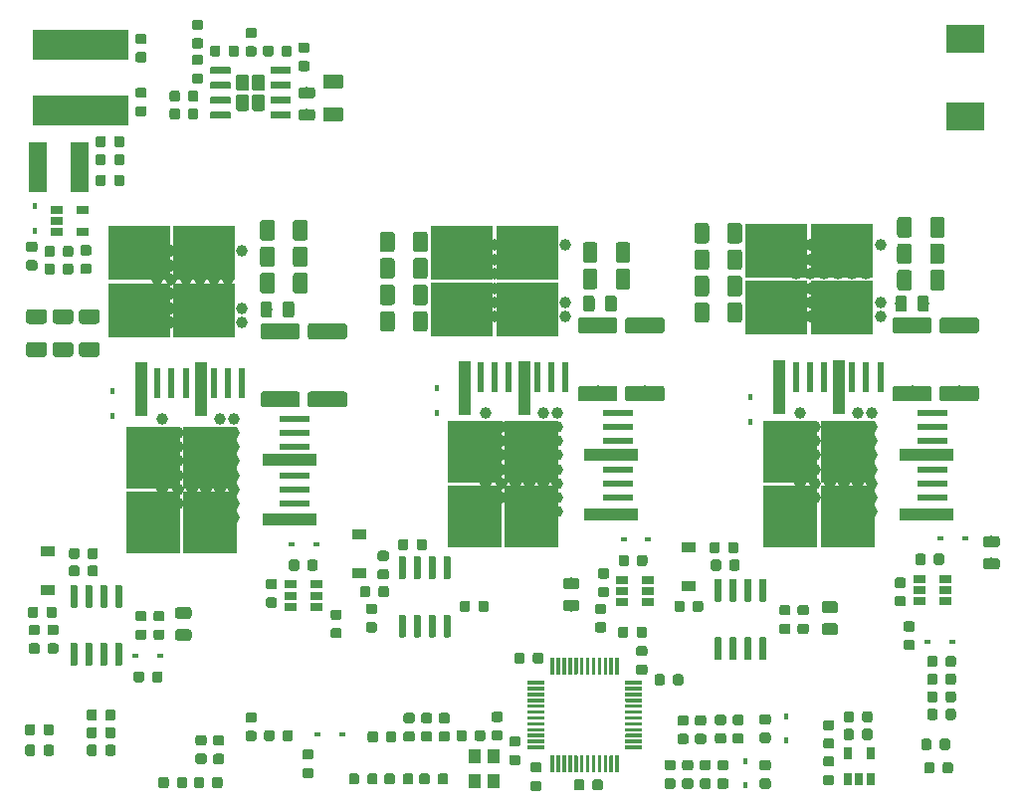
<source format=gbr>
G04 #@! TF.GenerationSoftware,KiCad,Pcbnew,(5.1.2)-2*
G04 #@! TF.CreationDate,2020-12-15T14:43:02+00:00*
G04 #@! TF.ProjectId,INV_Board,494e565f-426f-4617-9264-2e6b69636164,rev?*
G04 #@! TF.SameCoordinates,Original*
G04 #@! TF.FileFunction,Paste,Top*
G04 #@! TF.FilePolarity,Positive*
%FSLAX46Y46*%
G04 Gerber Fmt 4.6, Leading zero omitted, Abs format (unit mm)*
G04 Created by KiCad (PCBNEW (5.1.2)-2) date 2020-12-15 14:43:02*
%MOMM*%
%LPD*%
G04 APERTURE LIST*
%ADD10C,0.100000*%
%ADD11C,0.875000*%
%ADD12C,1.000000*%
%ADD13R,2.600000X0.600000*%
%ADD14R,0.600000X2.600000*%
%ADD15C,1.250000*%
%ADD16R,1.060000X0.650000*%
%ADD17C,0.975000*%
%ADD18R,0.600000X0.450000*%
%ADD19C,0.600000*%
%ADD20C,1.130000*%
%ADD21R,1.500000X4.200000*%
%ADD22R,0.450000X0.600000*%
%ADD23C,1.350000*%
%ADD24R,0.650000X1.060000*%
%ADD25R,3.300000X2.400000*%
%ADD26R,4.550000X5.250000*%
%ADD27R,4.600000X1.100000*%
%ADD28R,1.100000X1.300000*%
%ADD29R,1.200000X0.900000*%
%ADD30R,8.200000X2.600000*%
%ADD31R,5.250000X4.550000*%
%ADD32R,1.100000X4.600000*%
%ADD33C,0.300000*%
G04 APERTURE END LIST*
D10*
G36*
X195027691Y-110776053D02*
G01*
X195048926Y-110779203D01*
X195069750Y-110784419D01*
X195089962Y-110791651D01*
X195109368Y-110800830D01*
X195127781Y-110811866D01*
X195145024Y-110824654D01*
X195160930Y-110839070D01*
X195175346Y-110854976D01*
X195188134Y-110872219D01*
X195199170Y-110890632D01*
X195208349Y-110910038D01*
X195215581Y-110930250D01*
X195220797Y-110951074D01*
X195223947Y-110972309D01*
X195225000Y-110993750D01*
X195225000Y-111506250D01*
X195223947Y-111527691D01*
X195220797Y-111548926D01*
X195215581Y-111569750D01*
X195208349Y-111589962D01*
X195199170Y-111609368D01*
X195188134Y-111627781D01*
X195175346Y-111645024D01*
X195160930Y-111660930D01*
X195145024Y-111675346D01*
X195127781Y-111688134D01*
X195109368Y-111699170D01*
X195089962Y-111708349D01*
X195069750Y-111715581D01*
X195048926Y-111720797D01*
X195027691Y-111723947D01*
X195006250Y-111725000D01*
X194568750Y-111725000D01*
X194547309Y-111723947D01*
X194526074Y-111720797D01*
X194505250Y-111715581D01*
X194485038Y-111708349D01*
X194465632Y-111699170D01*
X194447219Y-111688134D01*
X194429976Y-111675346D01*
X194414070Y-111660930D01*
X194399654Y-111645024D01*
X194386866Y-111627781D01*
X194375830Y-111609368D01*
X194366651Y-111589962D01*
X194359419Y-111569750D01*
X194354203Y-111548926D01*
X194351053Y-111527691D01*
X194350000Y-111506250D01*
X194350000Y-110993750D01*
X194351053Y-110972309D01*
X194354203Y-110951074D01*
X194359419Y-110930250D01*
X194366651Y-110910038D01*
X194375830Y-110890632D01*
X194386866Y-110872219D01*
X194399654Y-110854976D01*
X194414070Y-110839070D01*
X194429976Y-110824654D01*
X194447219Y-110811866D01*
X194465632Y-110800830D01*
X194485038Y-110791651D01*
X194505250Y-110784419D01*
X194526074Y-110779203D01*
X194547309Y-110776053D01*
X194568750Y-110775000D01*
X195006250Y-110775000D01*
X195027691Y-110776053D01*
X195027691Y-110776053D01*
G37*
D11*
X194787500Y-111250000D03*
D10*
G36*
X193452691Y-110776053D02*
G01*
X193473926Y-110779203D01*
X193494750Y-110784419D01*
X193514962Y-110791651D01*
X193534368Y-110800830D01*
X193552781Y-110811866D01*
X193570024Y-110824654D01*
X193585930Y-110839070D01*
X193600346Y-110854976D01*
X193613134Y-110872219D01*
X193624170Y-110890632D01*
X193633349Y-110910038D01*
X193640581Y-110930250D01*
X193645797Y-110951074D01*
X193648947Y-110972309D01*
X193650000Y-110993750D01*
X193650000Y-111506250D01*
X193648947Y-111527691D01*
X193645797Y-111548926D01*
X193640581Y-111569750D01*
X193633349Y-111589962D01*
X193624170Y-111609368D01*
X193613134Y-111627781D01*
X193600346Y-111645024D01*
X193585930Y-111660930D01*
X193570024Y-111675346D01*
X193552781Y-111688134D01*
X193534368Y-111699170D01*
X193514962Y-111708349D01*
X193494750Y-111715581D01*
X193473926Y-111720797D01*
X193452691Y-111723947D01*
X193431250Y-111725000D01*
X192993750Y-111725000D01*
X192972309Y-111723947D01*
X192951074Y-111720797D01*
X192930250Y-111715581D01*
X192910038Y-111708349D01*
X192890632Y-111699170D01*
X192872219Y-111688134D01*
X192854976Y-111675346D01*
X192839070Y-111660930D01*
X192824654Y-111645024D01*
X192811866Y-111627781D01*
X192800830Y-111609368D01*
X192791651Y-111589962D01*
X192784419Y-111569750D01*
X192779203Y-111548926D01*
X192776053Y-111527691D01*
X192775000Y-111506250D01*
X192775000Y-110993750D01*
X192776053Y-110972309D01*
X192779203Y-110951074D01*
X192784419Y-110930250D01*
X192791651Y-110910038D01*
X192800830Y-110890632D01*
X192811866Y-110872219D01*
X192824654Y-110854976D01*
X192839070Y-110839070D01*
X192854976Y-110824654D01*
X192872219Y-110811866D01*
X192890632Y-110800830D01*
X192910038Y-110791651D01*
X192930250Y-110784419D01*
X192951074Y-110779203D01*
X192972309Y-110776053D01*
X192993750Y-110775000D01*
X193431250Y-110775000D01*
X193452691Y-110776053D01*
X193452691Y-110776053D01*
G37*
D11*
X193212500Y-111250000D03*
D10*
G36*
X195277691Y-112776053D02*
G01*
X195298926Y-112779203D01*
X195319750Y-112784419D01*
X195339962Y-112791651D01*
X195359368Y-112800830D01*
X195377781Y-112811866D01*
X195395024Y-112824654D01*
X195410930Y-112839070D01*
X195425346Y-112854976D01*
X195438134Y-112872219D01*
X195449170Y-112890632D01*
X195458349Y-112910038D01*
X195465581Y-112930250D01*
X195470797Y-112951074D01*
X195473947Y-112972309D01*
X195475000Y-112993750D01*
X195475000Y-113506250D01*
X195473947Y-113527691D01*
X195470797Y-113548926D01*
X195465581Y-113569750D01*
X195458349Y-113589962D01*
X195449170Y-113609368D01*
X195438134Y-113627781D01*
X195425346Y-113645024D01*
X195410930Y-113660930D01*
X195395024Y-113675346D01*
X195377781Y-113688134D01*
X195359368Y-113699170D01*
X195339962Y-113708349D01*
X195319750Y-113715581D01*
X195298926Y-113720797D01*
X195277691Y-113723947D01*
X195256250Y-113725000D01*
X194818750Y-113725000D01*
X194797309Y-113723947D01*
X194776074Y-113720797D01*
X194755250Y-113715581D01*
X194735038Y-113708349D01*
X194715632Y-113699170D01*
X194697219Y-113688134D01*
X194679976Y-113675346D01*
X194664070Y-113660930D01*
X194649654Y-113645024D01*
X194636866Y-113627781D01*
X194625830Y-113609368D01*
X194616651Y-113589962D01*
X194609419Y-113569750D01*
X194604203Y-113548926D01*
X194601053Y-113527691D01*
X194600000Y-113506250D01*
X194600000Y-112993750D01*
X194601053Y-112972309D01*
X194604203Y-112951074D01*
X194609419Y-112930250D01*
X194616651Y-112910038D01*
X194625830Y-112890632D01*
X194636866Y-112872219D01*
X194649654Y-112854976D01*
X194664070Y-112839070D01*
X194679976Y-112824654D01*
X194697219Y-112811866D01*
X194715632Y-112800830D01*
X194735038Y-112791651D01*
X194755250Y-112784419D01*
X194776074Y-112779203D01*
X194797309Y-112776053D01*
X194818750Y-112775000D01*
X195256250Y-112775000D01*
X195277691Y-112776053D01*
X195277691Y-112776053D01*
G37*
D11*
X195037500Y-113250000D03*
D10*
G36*
X193702691Y-112776053D02*
G01*
X193723926Y-112779203D01*
X193744750Y-112784419D01*
X193764962Y-112791651D01*
X193784368Y-112800830D01*
X193802781Y-112811866D01*
X193820024Y-112824654D01*
X193835930Y-112839070D01*
X193850346Y-112854976D01*
X193863134Y-112872219D01*
X193874170Y-112890632D01*
X193883349Y-112910038D01*
X193890581Y-112930250D01*
X193895797Y-112951074D01*
X193898947Y-112972309D01*
X193900000Y-112993750D01*
X193900000Y-113506250D01*
X193898947Y-113527691D01*
X193895797Y-113548926D01*
X193890581Y-113569750D01*
X193883349Y-113589962D01*
X193874170Y-113609368D01*
X193863134Y-113627781D01*
X193850346Y-113645024D01*
X193835930Y-113660930D01*
X193820024Y-113675346D01*
X193802781Y-113688134D01*
X193784368Y-113699170D01*
X193764962Y-113708349D01*
X193744750Y-113715581D01*
X193723926Y-113720797D01*
X193702691Y-113723947D01*
X193681250Y-113725000D01*
X193243750Y-113725000D01*
X193222309Y-113723947D01*
X193201074Y-113720797D01*
X193180250Y-113715581D01*
X193160038Y-113708349D01*
X193140632Y-113699170D01*
X193122219Y-113688134D01*
X193104976Y-113675346D01*
X193089070Y-113660930D01*
X193074654Y-113645024D01*
X193061866Y-113627781D01*
X193050830Y-113609368D01*
X193041651Y-113589962D01*
X193034419Y-113569750D01*
X193029203Y-113548926D01*
X193026053Y-113527691D01*
X193025000Y-113506250D01*
X193025000Y-112993750D01*
X193026053Y-112972309D01*
X193029203Y-112951074D01*
X193034419Y-112930250D01*
X193041651Y-112910038D01*
X193050830Y-112890632D01*
X193061866Y-112872219D01*
X193074654Y-112854976D01*
X193089070Y-112839070D01*
X193104976Y-112824654D01*
X193122219Y-112811866D01*
X193140632Y-112800830D01*
X193160038Y-112791651D01*
X193180250Y-112784419D01*
X193201074Y-112779203D01*
X193222309Y-112776053D01*
X193243750Y-112775000D01*
X193681250Y-112775000D01*
X193702691Y-112776053D01*
X193702691Y-112776053D01*
G37*
D11*
X193462500Y-113250000D03*
D12*
X182480000Y-83050000D03*
X182480000Y-84250000D03*
X182480000Y-85450000D03*
X182480000Y-86650000D03*
X182480000Y-87850000D03*
X182480000Y-89050000D03*
X182480000Y-90250000D03*
X182480000Y-91450000D03*
X183780000Y-84250000D03*
X183780000Y-85450000D03*
X183780000Y-86650000D03*
X183780000Y-87850000D03*
X183780000Y-89050000D03*
X183780000Y-90250000D03*
X184980000Y-90250000D03*
X184980000Y-89050000D03*
X184980000Y-87850000D03*
X184980000Y-85450000D03*
X184980000Y-86650000D03*
X184980000Y-84250000D03*
X186180000Y-84250000D03*
X186180000Y-85450000D03*
X186180000Y-86650000D03*
X186180000Y-87850000D03*
X186180000Y-89050000D03*
X186180000Y-90250000D03*
X187380000Y-91450000D03*
X187380000Y-90250000D03*
X187380000Y-89050000D03*
X187380000Y-87850000D03*
X187380000Y-85450000D03*
X187380000Y-86650000D03*
X187380000Y-84250000D03*
X187380000Y-83050000D03*
X188580000Y-83050000D03*
X188580000Y-84250000D03*
X188580000Y-85450000D03*
X188580000Y-86650000D03*
X188580000Y-87850000D03*
X188580000Y-89050000D03*
X188580000Y-90250000D03*
X188580000Y-91450000D03*
D13*
X193750000Y-91450000D03*
X193750000Y-90250000D03*
X193750000Y-89050000D03*
X193750000Y-83050000D03*
X193750000Y-84250000D03*
X193750000Y-85450000D03*
X193750000Y-86650000D03*
X193750000Y-87850000D03*
D12*
X189300000Y-68730000D03*
X188100000Y-68730000D03*
X186900000Y-68730000D03*
X185700000Y-68730000D03*
X184500000Y-68730000D03*
X183300000Y-68730000D03*
X182100000Y-68730000D03*
X180900000Y-68730000D03*
X188100000Y-70030000D03*
X186900000Y-70030000D03*
X185700000Y-70030000D03*
X184500000Y-70030000D03*
X183300000Y-70030000D03*
X182100000Y-70030000D03*
X182100000Y-71230000D03*
X183300000Y-71230000D03*
X184500000Y-71230000D03*
X186900000Y-71230000D03*
X185700000Y-71230000D03*
X188100000Y-71230000D03*
X188100000Y-72430000D03*
X186900000Y-72430000D03*
X185700000Y-72430000D03*
X184500000Y-72430000D03*
X183300000Y-72430000D03*
X182100000Y-72430000D03*
X180900000Y-73630000D03*
X182100000Y-73630000D03*
X183300000Y-73630000D03*
X184500000Y-73630000D03*
X186900000Y-73630000D03*
X185700000Y-73630000D03*
X188100000Y-73630000D03*
X189300000Y-73630000D03*
X189300000Y-74830000D03*
X188100000Y-74830000D03*
X186900000Y-74830000D03*
X185700000Y-74830000D03*
X184500000Y-74830000D03*
X183300000Y-74830000D03*
X182100000Y-74830000D03*
X180900000Y-74830000D03*
D14*
X180900000Y-80000000D03*
X182100000Y-80000000D03*
X183300000Y-80000000D03*
X189300000Y-80000000D03*
X188100000Y-80000000D03*
X186900000Y-80000000D03*
X185700000Y-80000000D03*
X184500000Y-80000000D03*
D12*
X155730000Y-83050000D03*
X155730000Y-84250000D03*
X155730000Y-85450000D03*
X155730000Y-86650000D03*
X155730000Y-87850000D03*
X155730000Y-89050000D03*
X155730000Y-90250000D03*
X155730000Y-91450000D03*
X157030000Y-84250000D03*
X157030000Y-85450000D03*
X157030000Y-86650000D03*
X157030000Y-87850000D03*
X157030000Y-89050000D03*
X157030000Y-90250000D03*
X158230000Y-90250000D03*
X158230000Y-89050000D03*
X158230000Y-87850000D03*
X158230000Y-85450000D03*
X158230000Y-86650000D03*
X158230000Y-84250000D03*
X159430000Y-84250000D03*
X159430000Y-85450000D03*
X159430000Y-86650000D03*
X159430000Y-87850000D03*
X159430000Y-89050000D03*
X159430000Y-90250000D03*
X160630000Y-91450000D03*
X160630000Y-90250000D03*
X160630000Y-89050000D03*
X160630000Y-87850000D03*
X160630000Y-85450000D03*
X160630000Y-86650000D03*
X160630000Y-84250000D03*
X160630000Y-83050000D03*
X161830000Y-83050000D03*
X161830000Y-84250000D03*
X161830000Y-85450000D03*
X161830000Y-86650000D03*
X161830000Y-87850000D03*
X161830000Y-89050000D03*
X161830000Y-90250000D03*
X161830000Y-91450000D03*
D13*
X167000000Y-91450000D03*
X167000000Y-90250000D03*
X167000000Y-89050000D03*
X167000000Y-83050000D03*
X167000000Y-84250000D03*
X167000000Y-85450000D03*
X167000000Y-86650000D03*
X167000000Y-87850000D03*
D12*
X162500000Y-68730000D03*
X161300000Y-68730000D03*
X160100000Y-68730000D03*
X158900000Y-68730000D03*
X157700000Y-68730000D03*
X156500000Y-68730000D03*
X155300000Y-68730000D03*
X154100000Y-68730000D03*
X161300000Y-70030000D03*
X160100000Y-70030000D03*
X158900000Y-70030000D03*
X157700000Y-70030000D03*
X156500000Y-70030000D03*
X155300000Y-70030000D03*
X155300000Y-71230000D03*
X156500000Y-71230000D03*
X157700000Y-71230000D03*
X160100000Y-71230000D03*
X158900000Y-71230000D03*
X161300000Y-71230000D03*
X161300000Y-72430000D03*
X160100000Y-72430000D03*
X158900000Y-72430000D03*
X157700000Y-72430000D03*
X156500000Y-72430000D03*
X155300000Y-72430000D03*
X154100000Y-73630000D03*
X155300000Y-73630000D03*
X156500000Y-73630000D03*
X157700000Y-73630000D03*
X160100000Y-73630000D03*
X158900000Y-73630000D03*
X161300000Y-73630000D03*
X162500000Y-73630000D03*
X162500000Y-74830000D03*
X161300000Y-74830000D03*
X160100000Y-74830000D03*
X158900000Y-74830000D03*
X157700000Y-74830000D03*
X156500000Y-74830000D03*
X155300000Y-74830000D03*
X154100000Y-74830000D03*
D14*
X154100000Y-80000000D03*
X155300000Y-80000000D03*
X156500000Y-80000000D03*
X162500000Y-80000000D03*
X161300000Y-80000000D03*
X160100000Y-80000000D03*
X158900000Y-80000000D03*
X157700000Y-80000000D03*
D12*
X135000000Y-69230000D03*
X133800000Y-69230000D03*
X132600000Y-69230000D03*
X131400000Y-69230000D03*
X130200000Y-69230000D03*
X129000000Y-69230000D03*
X127800000Y-69230000D03*
X126600000Y-69230000D03*
X133800000Y-70530000D03*
X132600000Y-70530000D03*
X131400000Y-70530000D03*
X130200000Y-70530000D03*
X129000000Y-70530000D03*
X127800000Y-70530000D03*
X127800000Y-71730000D03*
X129000000Y-71730000D03*
X130200000Y-71730000D03*
X132600000Y-71730000D03*
X131400000Y-71730000D03*
X133800000Y-71730000D03*
X133800000Y-72930000D03*
X132600000Y-72930000D03*
X131400000Y-72930000D03*
X130200000Y-72930000D03*
X129000000Y-72930000D03*
X127800000Y-72930000D03*
X126600000Y-74130000D03*
X127800000Y-74130000D03*
X129000000Y-74130000D03*
X130200000Y-74130000D03*
X132600000Y-74130000D03*
X131400000Y-74130000D03*
X133800000Y-74130000D03*
X135000000Y-74130000D03*
X135000000Y-75330000D03*
X133800000Y-75330000D03*
X132600000Y-75330000D03*
X131400000Y-75330000D03*
X130200000Y-75330000D03*
X129000000Y-75330000D03*
X127800000Y-75330000D03*
X126600000Y-75330000D03*
D14*
X126600000Y-80500000D03*
X127800000Y-80500000D03*
X129000000Y-80500000D03*
X135000000Y-80500000D03*
X133800000Y-80500000D03*
X132600000Y-80500000D03*
X131400000Y-80500000D03*
X130200000Y-80500000D03*
D12*
X128230000Y-83550000D03*
X128230000Y-84750000D03*
X128230000Y-85950000D03*
X128230000Y-87150000D03*
X128230000Y-88350000D03*
X128230000Y-89550000D03*
X128230000Y-90750000D03*
X128230000Y-91950000D03*
X129530000Y-84750000D03*
X129530000Y-85950000D03*
X129530000Y-87150000D03*
X129530000Y-88350000D03*
X129530000Y-89550000D03*
X129530000Y-90750000D03*
X130730000Y-90750000D03*
X130730000Y-89550000D03*
X130730000Y-88350000D03*
X130730000Y-85950000D03*
X130730000Y-87150000D03*
X130730000Y-84750000D03*
X131930000Y-84750000D03*
X131930000Y-85950000D03*
X131930000Y-87150000D03*
X131930000Y-88350000D03*
X131930000Y-89550000D03*
X131930000Y-90750000D03*
X133130000Y-91950000D03*
X133130000Y-90750000D03*
X133130000Y-89550000D03*
X133130000Y-88350000D03*
X133130000Y-85950000D03*
X133130000Y-87150000D03*
X133130000Y-84750000D03*
X133130000Y-83550000D03*
X134330000Y-83550000D03*
X134330000Y-84750000D03*
X134330000Y-85950000D03*
X134330000Y-87150000D03*
X134330000Y-88350000D03*
X134330000Y-89550000D03*
X134330000Y-90750000D03*
X134330000Y-91950000D03*
D13*
X139500000Y-91950000D03*
X139500000Y-90750000D03*
X139500000Y-89550000D03*
X139500000Y-83550000D03*
X139500000Y-84750000D03*
X139500000Y-85950000D03*
X139500000Y-87150000D03*
X139500000Y-88350000D03*
D10*
G36*
X126677691Y-56951053D02*
G01*
X126698926Y-56954203D01*
X126719750Y-56959419D01*
X126739962Y-56966651D01*
X126759368Y-56975830D01*
X126777781Y-56986866D01*
X126795024Y-56999654D01*
X126810930Y-57014070D01*
X126825346Y-57029976D01*
X126838134Y-57047219D01*
X126849170Y-57065632D01*
X126858349Y-57085038D01*
X126865581Y-57105250D01*
X126870797Y-57126074D01*
X126873947Y-57147309D01*
X126875000Y-57168750D01*
X126875000Y-57606250D01*
X126873947Y-57627691D01*
X126870797Y-57648926D01*
X126865581Y-57669750D01*
X126858349Y-57689962D01*
X126849170Y-57709368D01*
X126838134Y-57727781D01*
X126825346Y-57745024D01*
X126810930Y-57760930D01*
X126795024Y-57775346D01*
X126777781Y-57788134D01*
X126759368Y-57799170D01*
X126739962Y-57808349D01*
X126719750Y-57815581D01*
X126698926Y-57820797D01*
X126677691Y-57823947D01*
X126656250Y-57825000D01*
X126143750Y-57825000D01*
X126122309Y-57823947D01*
X126101074Y-57820797D01*
X126080250Y-57815581D01*
X126060038Y-57808349D01*
X126040632Y-57799170D01*
X126022219Y-57788134D01*
X126004976Y-57775346D01*
X125989070Y-57760930D01*
X125974654Y-57745024D01*
X125961866Y-57727781D01*
X125950830Y-57709368D01*
X125941651Y-57689962D01*
X125934419Y-57669750D01*
X125929203Y-57648926D01*
X125926053Y-57627691D01*
X125925000Y-57606250D01*
X125925000Y-57168750D01*
X125926053Y-57147309D01*
X125929203Y-57126074D01*
X125934419Y-57105250D01*
X125941651Y-57085038D01*
X125950830Y-57065632D01*
X125961866Y-57047219D01*
X125974654Y-57029976D01*
X125989070Y-57014070D01*
X126004976Y-56999654D01*
X126022219Y-56986866D01*
X126040632Y-56975830D01*
X126060038Y-56966651D01*
X126080250Y-56959419D01*
X126101074Y-56954203D01*
X126122309Y-56951053D01*
X126143750Y-56950000D01*
X126656250Y-56950000D01*
X126677691Y-56951053D01*
X126677691Y-56951053D01*
G37*
D11*
X126400000Y-57387500D03*
D10*
G36*
X126677691Y-55376053D02*
G01*
X126698926Y-55379203D01*
X126719750Y-55384419D01*
X126739962Y-55391651D01*
X126759368Y-55400830D01*
X126777781Y-55411866D01*
X126795024Y-55424654D01*
X126810930Y-55439070D01*
X126825346Y-55454976D01*
X126838134Y-55472219D01*
X126849170Y-55490632D01*
X126858349Y-55510038D01*
X126865581Y-55530250D01*
X126870797Y-55551074D01*
X126873947Y-55572309D01*
X126875000Y-55593750D01*
X126875000Y-56031250D01*
X126873947Y-56052691D01*
X126870797Y-56073926D01*
X126865581Y-56094750D01*
X126858349Y-56114962D01*
X126849170Y-56134368D01*
X126838134Y-56152781D01*
X126825346Y-56170024D01*
X126810930Y-56185930D01*
X126795024Y-56200346D01*
X126777781Y-56213134D01*
X126759368Y-56224170D01*
X126739962Y-56233349D01*
X126719750Y-56240581D01*
X126698926Y-56245797D01*
X126677691Y-56248947D01*
X126656250Y-56250000D01*
X126143750Y-56250000D01*
X126122309Y-56248947D01*
X126101074Y-56245797D01*
X126080250Y-56240581D01*
X126060038Y-56233349D01*
X126040632Y-56224170D01*
X126022219Y-56213134D01*
X126004976Y-56200346D01*
X125989070Y-56185930D01*
X125974654Y-56170024D01*
X125961866Y-56152781D01*
X125950830Y-56134368D01*
X125941651Y-56114962D01*
X125934419Y-56094750D01*
X125929203Y-56073926D01*
X125926053Y-56052691D01*
X125925000Y-56031250D01*
X125925000Y-55593750D01*
X125926053Y-55572309D01*
X125929203Y-55551074D01*
X125934419Y-55530250D01*
X125941651Y-55510038D01*
X125950830Y-55490632D01*
X125961866Y-55472219D01*
X125974654Y-55454976D01*
X125989070Y-55439070D01*
X126004976Y-55424654D01*
X126022219Y-55411866D01*
X126040632Y-55400830D01*
X126060038Y-55391651D01*
X126080250Y-55384419D01*
X126101074Y-55379203D01*
X126122309Y-55376053D01*
X126143750Y-55375000D01*
X126656250Y-55375000D01*
X126677691Y-55376053D01*
X126677691Y-55376053D01*
G37*
D11*
X126400000Y-55812500D03*
D10*
G36*
X126677691Y-52351053D02*
G01*
X126698926Y-52354203D01*
X126719750Y-52359419D01*
X126739962Y-52366651D01*
X126759368Y-52375830D01*
X126777781Y-52386866D01*
X126795024Y-52399654D01*
X126810930Y-52414070D01*
X126825346Y-52429976D01*
X126838134Y-52447219D01*
X126849170Y-52465632D01*
X126858349Y-52485038D01*
X126865581Y-52505250D01*
X126870797Y-52526074D01*
X126873947Y-52547309D01*
X126875000Y-52568750D01*
X126875000Y-53006250D01*
X126873947Y-53027691D01*
X126870797Y-53048926D01*
X126865581Y-53069750D01*
X126858349Y-53089962D01*
X126849170Y-53109368D01*
X126838134Y-53127781D01*
X126825346Y-53145024D01*
X126810930Y-53160930D01*
X126795024Y-53175346D01*
X126777781Y-53188134D01*
X126759368Y-53199170D01*
X126739962Y-53208349D01*
X126719750Y-53215581D01*
X126698926Y-53220797D01*
X126677691Y-53223947D01*
X126656250Y-53225000D01*
X126143750Y-53225000D01*
X126122309Y-53223947D01*
X126101074Y-53220797D01*
X126080250Y-53215581D01*
X126060038Y-53208349D01*
X126040632Y-53199170D01*
X126022219Y-53188134D01*
X126004976Y-53175346D01*
X125989070Y-53160930D01*
X125974654Y-53145024D01*
X125961866Y-53127781D01*
X125950830Y-53109368D01*
X125941651Y-53089962D01*
X125934419Y-53069750D01*
X125929203Y-53048926D01*
X125926053Y-53027691D01*
X125925000Y-53006250D01*
X125925000Y-52568750D01*
X125926053Y-52547309D01*
X125929203Y-52526074D01*
X125934419Y-52505250D01*
X125941651Y-52485038D01*
X125950830Y-52465632D01*
X125961866Y-52447219D01*
X125974654Y-52429976D01*
X125989070Y-52414070D01*
X126004976Y-52399654D01*
X126022219Y-52386866D01*
X126040632Y-52375830D01*
X126060038Y-52366651D01*
X126080250Y-52359419D01*
X126101074Y-52354203D01*
X126122309Y-52351053D01*
X126143750Y-52350000D01*
X126656250Y-52350000D01*
X126677691Y-52351053D01*
X126677691Y-52351053D01*
G37*
D11*
X126400000Y-52787500D03*
D10*
G36*
X126677691Y-50776053D02*
G01*
X126698926Y-50779203D01*
X126719750Y-50784419D01*
X126739962Y-50791651D01*
X126759368Y-50800830D01*
X126777781Y-50811866D01*
X126795024Y-50824654D01*
X126810930Y-50839070D01*
X126825346Y-50854976D01*
X126838134Y-50872219D01*
X126849170Y-50890632D01*
X126858349Y-50910038D01*
X126865581Y-50930250D01*
X126870797Y-50951074D01*
X126873947Y-50972309D01*
X126875000Y-50993750D01*
X126875000Y-51431250D01*
X126873947Y-51452691D01*
X126870797Y-51473926D01*
X126865581Y-51494750D01*
X126858349Y-51514962D01*
X126849170Y-51534368D01*
X126838134Y-51552781D01*
X126825346Y-51570024D01*
X126810930Y-51585930D01*
X126795024Y-51600346D01*
X126777781Y-51613134D01*
X126759368Y-51624170D01*
X126739962Y-51633349D01*
X126719750Y-51640581D01*
X126698926Y-51645797D01*
X126677691Y-51648947D01*
X126656250Y-51650000D01*
X126143750Y-51650000D01*
X126122309Y-51648947D01*
X126101074Y-51645797D01*
X126080250Y-51640581D01*
X126060038Y-51633349D01*
X126040632Y-51624170D01*
X126022219Y-51613134D01*
X126004976Y-51600346D01*
X125989070Y-51585930D01*
X125974654Y-51570024D01*
X125961866Y-51552781D01*
X125950830Y-51534368D01*
X125941651Y-51514962D01*
X125934419Y-51494750D01*
X125929203Y-51473926D01*
X125926053Y-51452691D01*
X125925000Y-51431250D01*
X125925000Y-50993750D01*
X125926053Y-50972309D01*
X125929203Y-50951074D01*
X125934419Y-50930250D01*
X125941651Y-50910038D01*
X125950830Y-50890632D01*
X125961866Y-50872219D01*
X125974654Y-50854976D01*
X125989070Y-50839070D01*
X126004976Y-50824654D01*
X126022219Y-50811866D01*
X126040632Y-50800830D01*
X126060038Y-50791651D01*
X126080250Y-50784419D01*
X126101074Y-50779203D01*
X126122309Y-50776053D01*
X126143750Y-50775000D01*
X126656250Y-50775000D01*
X126677691Y-50776053D01*
X126677691Y-50776053D01*
G37*
D11*
X126400000Y-51212500D03*
D10*
G36*
X143399504Y-54226204D02*
G01*
X143423773Y-54229804D01*
X143447571Y-54235765D01*
X143470671Y-54244030D01*
X143492849Y-54254520D01*
X143513893Y-54267133D01*
X143533598Y-54281747D01*
X143551777Y-54298223D01*
X143568253Y-54316402D01*
X143582867Y-54336107D01*
X143595480Y-54357151D01*
X143605970Y-54379329D01*
X143614235Y-54402429D01*
X143620196Y-54426227D01*
X143623796Y-54450496D01*
X143625000Y-54475000D01*
X143625000Y-55225000D01*
X143623796Y-55249504D01*
X143620196Y-55273773D01*
X143614235Y-55297571D01*
X143605970Y-55320671D01*
X143595480Y-55342849D01*
X143582867Y-55363893D01*
X143568253Y-55383598D01*
X143551777Y-55401777D01*
X143533598Y-55418253D01*
X143513893Y-55432867D01*
X143492849Y-55445480D01*
X143470671Y-55455970D01*
X143447571Y-55464235D01*
X143423773Y-55470196D01*
X143399504Y-55473796D01*
X143375000Y-55475000D01*
X142125000Y-55475000D01*
X142100496Y-55473796D01*
X142076227Y-55470196D01*
X142052429Y-55464235D01*
X142029329Y-55455970D01*
X142007151Y-55445480D01*
X141986107Y-55432867D01*
X141966402Y-55418253D01*
X141948223Y-55401777D01*
X141931747Y-55383598D01*
X141917133Y-55363893D01*
X141904520Y-55342849D01*
X141894030Y-55320671D01*
X141885765Y-55297571D01*
X141879804Y-55273773D01*
X141876204Y-55249504D01*
X141875000Y-55225000D01*
X141875000Y-54475000D01*
X141876204Y-54450496D01*
X141879804Y-54426227D01*
X141885765Y-54402429D01*
X141894030Y-54379329D01*
X141904520Y-54357151D01*
X141917133Y-54336107D01*
X141931747Y-54316402D01*
X141948223Y-54298223D01*
X141966402Y-54281747D01*
X141986107Y-54267133D01*
X142007151Y-54254520D01*
X142029329Y-54244030D01*
X142052429Y-54235765D01*
X142076227Y-54229804D01*
X142100496Y-54226204D01*
X142125000Y-54225000D01*
X143375000Y-54225000D01*
X143399504Y-54226204D01*
X143399504Y-54226204D01*
G37*
D15*
X142750000Y-54850000D03*
D10*
G36*
X143399504Y-57026204D02*
G01*
X143423773Y-57029804D01*
X143447571Y-57035765D01*
X143470671Y-57044030D01*
X143492849Y-57054520D01*
X143513893Y-57067133D01*
X143533598Y-57081747D01*
X143551777Y-57098223D01*
X143568253Y-57116402D01*
X143582867Y-57136107D01*
X143595480Y-57157151D01*
X143605970Y-57179329D01*
X143614235Y-57202429D01*
X143620196Y-57226227D01*
X143623796Y-57250496D01*
X143625000Y-57275000D01*
X143625000Y-58025000D01*
X143623796Y-58049504D01*
X143620196Y-58073773D01*
X143614235Y-58097571D01*
X143605970Y-58120671D01*
X143595480Y-58142849D01*
X143582867Y-58163893D01*
X143568253Y-58183598D01*
X143551777Y-58201777D01*
X143533598Y-58218253D01*
X143513893Y-58232867D01*
X143492849Y-58245480D01*
X143470671Y-58255970D01*
X143447571Y-58264235D01*
X143423773Y-58270196D01*
X143399504Y-58273796D01*
X143375000Y-58275000D01*
X142125000Y-58275000D01*
X142100496Y-58273796D01*
X142076227Y-58270196D01*
X142052429Y-58264235D01*
X142029329Y-58255970D01*
X142007151Y-58245480D01*
X141986107Y-58232867D01*
X141966402Y-58218253D01*
X141948223Y-58201777D01*
X141931747Y-58183598D01*
X141917133Y-58163893D01*
X141904520Y-58142849D01*
X141894030Y-58120671D01*
X141885765Y-58097571D01*
X141879804Y-58073773D01*
X141876204Y-58049504D01*
X141875000Y-58025000D01*
X141875000Y-57275000D01*
X141876204Y-57250496D01*
X141879804Y-57226227D01*
X141885765Y-57202429D01*
X141894030Y-57179329D01*
X141904520Y-57157151D01*
X141917133Y-57136107D01*
X141931747Y-57116402D01*
X141948223Y-57098223D01*
X141966402Y-57081747D01*
X141986107Y-57067133D01*
X142007151Y-57054520D01*
X142029329Y-57044030D01*
X142052429Y-57035765D01*
X142076227Y-57029804D01*
X142100496Y-57026204D01*
X142125000Y-57025000D01*
X143375000Y-57025000D01*
X143399504Y-57026204D01*
X143399504Y-57026204D01*
G37*
D15*
X142750000Y-57650000D03*
D10*
G36*
X140527691Y-51526053D02*
G01*
X140548926Y-51529203D01*
X140569750Y-51534419D01*
X140589962Y-51541651D01*
X140609368Y-51550830D01*
X140627781Y-51561866D01*
X140645024Y-51574654D01*
X140660930Y-51589070D01*
X140675346Y-51604976D01*
X140688134Y-51622219D01*
X140699170Y-51640632D01*
X140708349Y-51660038D01*
X140715581Y-51680250D01*
X140720797Y-51701074D01*
X140723947Y-51722309D01*
X140725000Y-51743750D01*
X140725000Y-52181250D01*
X140723947Y-52202691D01*
X140720797Y-52223926D01*
X140715581Y-52244750D01*
X140708349Y-52264962D01*
X140699170Y-52284368D01*
X140688134Y-52302781D01*
X140675346Y-52320024D01*
X140660930Y-52335930D01*
X140645024Y-52350346D01*
X140627781Y-52363134D01*
X140609368Y-52374170D01*
X140589962Y-52383349D01*
X140569750Y-52390581D01*
X140548926Y-52395797D01*
X140527691Y-52398947D01*
X140506250Y-52400000D01*
X139993750Y-52400000D01*
X139972309Y-52398947D01*
X139951074Y-52395797D01*
X139930250Y-52390581D01*
X139910038Y-52383349D01*
X139890632Y-52374170D01*
X139872219Y-52363134D01*
X139854976Y-52350346D01*
X139839070Y-52335930D01*
X139824654Y-52320024D01*
X139811866Y-52302781D01*
X139800830Y-52284368D01*
X139791651Y-52264962D01*
X139784419Y-52244750D01*
X139779203Y-52223926D01*
X139776053Y-52202691D01*
X139775000Y-52181250D01*
X139775000Y-51743750D01*
X139776053Y-51722309D01*
X139779203Y-51701074D01*
X139784419Y-51680250D01*
X139791651Y-51660038D01*
X139800830Y-51640632D01*
X139811866Y-51622219D01*
X139824654Y-51604976D01*
X139839070Y-51589070D01*
X139854976Y-51574654D01*
X139872219Y-51561866D01*
X139890632Y-51550830D01*
X139910038Y-51541651D01*
X139930250Y-51534419D01*
X139951074Y-51529203D01*
X139972309Y-51526053D01*
X139993750Y-51525000D01*
X140506250Y-51525000D01*
X140527691Y-51526053D01*
X140527691Y-51526053D01*
G37*
D11*
X140250000Y-51962500D03*
D10*
G36*
X140527691Y-53101053D02*
G01*
X140548926Y-53104203D01*
X140569750Y-53109419D01*
X140589962Y-53116651D01*
X140609368Y-53125830D01*
X140627781Y-53136866D01*
X140645024Y-53149654D01*
X140660930Y-53164070D01*
X140675346Y-53179976D01*
X140688134Y-53197219D01*
X140699170Y-53215632D01*
X140708349Y-53235038D01*
X140715581Y-53255250D01*
X140720797Y-53276074D01*
X140723947Y-53297309D01*
X140725000Y-53318750D01*
X140725000Y-53756250D01*
X140723947Y-53777691D01*
X140720797Y-53798926D01*
X140715581Y-53819750D01*
X140708349Y-53839962D01*
X140699170Y-53859368D01*
X140688134Y-53877781D01*
X140675346Y-53895024D01*
X140660930Y-53910930D01*
X140645024Y-53925346D01*
X140627781Y-53938134D01*
X140609368Y-53949170D01*
X140589962Y-53958349D01*
X140569750Y-53965581D01*
X140548926Y-53970797D01*
X140527691Y-53973947D01*
X140506250Y-53975000D01*
X139993750Y-53975000D01*
X139972309Y-53973947D01*
X139951074Y-53970797D01*
X139930250Y-53965581D01*
X139910038Y-53958349D01*
X139890632Y-53949170D01*
X139872219Y-53938134D01*
X139854976Y-53925346D01*
X139839070Y-53910930D01*
X139824654Y-53895024D01*
X139811866Y-53877781D01*
X139800830Y-53859368D01*
X139791651Y-53839962D01*
X139784419Y-53819750D01*
X139779203Y-53798926D01*
X139776053Y-53777691D01*
X139775000Y-53756250D01*
X139775000Y-53318750D01*
X139776053Y-53297309D01*
X139779203Y-53276074D01*
X139784419Y-53255250D01*
X139791651Y-53235038D01*
X139800830Y-53215632D01*
X139811866Y-53197219D01*
X139824654Y-53179976D01*
X139839070Y-53164070D01*
X139854976Y-53149654D01*
X139872219Y-53136866D01*
X139890632Y-53125830D01*
X139910038Y-53116651D01*
X139930250Y-53109419D01*
X139951074Y-53104203D01*
X139972309Y-53101053D01*
X139993750Y-53100000D01*
X140506250Y-53100000D01*
X140527691Y-53101053D01*
X140527691Y-53101053D01*
G37*
D11*
X140250000Y-53537500D03*
D10*
G36*
X137777691Y-97176053D02*
G01*
X137798926Y-97179203D01*
X137819750Y-97184419D01*
X137839962Y-97191651D01*
X137859368Y-97200830D01*
X137877781Y-97211866D01*
X137895024Y-97224654D01*
X137910930Y-97239070D01*
X137925346Y-97254976D01*
X137938134Y-97272219D01*
X137949170Y-97290632D01*
X137958349Y-97310038D01*
X137965581Y-97330250D01*
X137970797Y-97351074D01*
X137973947Y-97372309D01*
X137975000Y-97393750D01*
X137975000Y-97831250D01*
X137973947Y-97852691D01*
X137970797Y-97873926D01*
X137965581Y-97894750D01*
X137958349Y-97914962D01*
X137949170Y-97934368D01*
X137938134Y-97952781D01*
X137925346Y-97970024D01*
X137910930Y-97985930D01*
X137895024Y-98000346D01*
X137877781Y-98013134D01*
X137859368Y-98024170D01*
X137839962Y-98033349D01*
X137819750Y-98040581D01*
X137798926Y-98045797D01*
X137777691Y-98048947D01*
X137756250Y-98050000D01*
X137243750Y-98050000D01*
X137222309Y-98048947D01*
X137201074Y-98045797D01*
X137180250Y-98040581D01*
X137160038Y-98033349D01*
X137140632Y-98024170D01*
X137122219Y-98013134D01*
X137104976Y-98000346D01*
X137089070Y-97985930D01*
X137074654Y-97970024D01*
X137061866Y-97952781D01*
X137050830Y-97934368D01*
X137041651Y-97914962D01*
X137034419Y-97894750D01*
X137029203Y-97873926D01*
X137026053Y-97852691D01*
X137025000Y-97831250D01*
X137025000Y-97393750D01*
X137026053Y-97372309D01*
X137029203Y-97351074D01*
X137034419Y-97330250D01*
X137041651Y-97310038D01*
X137050830Y-97290632D01*
X137061866Y-97272219D01*
X137074654Y-97254976D01*
X137089070Y-97239070D01*
X137104976Y-97224654D01*
X137122219Y-97211866D01*
X137140632Y-97200830D01*
X137160038Y-97191651D01*
X137180250Y-97184419D01*
X137201074Y-97179203D01*
X137222309Y-97176053D01*
X137243750Y-97175000D01*
X137756250Y-97175000D01*
X137777691Y-97176053D01*
X137777691Y-97176053D01*
G37*
D11*
X137500000Y-97612500D03*
D10*
G36*
X137777691Y-98751053D02*
G01*
X137798926Y-98754203D01*
X137819750Y-98759419D01*
X137839962Y-98766651D01*
X137859368Y-98775830D01*
X137877781Y-98786866D01*
X137895024Y-98799654D01*
X137910930Y-98814070D01*
X137925346Y-98829976D01*
X137938134Y-98847219D01*
X137949170Y-98865632D01*
X137958349Y-98885038D01*
X137965581Y-98905250D01*
X137970797Y-98926074D01*
X137973947Y-98947309D01*
X137975000Y-98968750D01*
X137975000Y-99406250D01*
X137973947Y-99427691D01*
X137970797Y-99448926D01*
X137965581Y-99469750D01*
X137958349Y-99489962D01*
X137949170Y-99509368D01*
X137938134Y-99527781D01*
X137925346Y-99545024D01*
X137910930Y-99560930D01*
X137895024Y-99575346D01*
X137877781Y-99588134D01*
X137859368Y-99599170D01*
X137839962Y-99608349D01*
X137819750Y-99615581D01*
X137798926Y-99620797D01*
X137777691Y-99623947D01*
X137756250Y-99625000D01*
X137243750Y-99625000D01*
X137222309Y-99623947D01*
X137201074Y-99620797D01*
X137180250Y-99615581D01*
X137160038Y-99608349D01*
X137140632Y-99599170D01*
X137122219Y-99588134D01*
X137104976Y-99575346D01*
X137089070Y-99560930D01*
X137074654Y-99545024D01*
X137061866Y-99527781D01*
X137050830Y-99509368D01*
X137041651Y-99489962D01*
X137034419Y-99469750D01*
X137029203Y-99448926D01*
X137026053Y-99427691D01*
X137025000Y-99406250D01*
X137025000Y-98968750D01*
X137026053Y-98947309D01*
X137029203Y-98926074D01*
X137034419Y-98905250D01*
X137041651Y-98885038D01*
X137050830Y-98865632D01*
X137061866Y-98847219D01*
X137074654Y-98829976D01*
X137089070Y-98814070D01*
X137104976Y-98799654D01*
X137122219Y-98786866D01*
X137140632Y-98775830D01*
X137160038Y-98766651D01*
X137180250Y-98759419D01*
X137201074Y-98754203D01*
X137222309Y-98751053D01*
X137243750Y-98750000D01*
X137756250Y-98750000D01*
X137777691Y-98751053D01*
X137777691Y-98751053D01*
G37*
D11*
X137500000Y-99187500D03*
D10*
G36*
X141227691Y-95526053D02*
G01*
X141248926Y-95529203D01*
X141269750Y-95534419D01*
X141289962Y-95541651D01*
X141309368Y-95550830D01*
X141327781Y-95561866D01*
X141345024Y-95574654D01*
X141360930Y-95589070D01*
X141375346Y-95604976D01*
X141388134Y-95622219D01*
X141399170Y-95640632D01*
X141408349Y-95660038D01*
X141415581Y-95680250D01*
X141420797Y-95701074D01*
X141423947Y-95722309D01*
X141425000Y-95743750D01*
X141425000Y-96256250D01*
X141423947Y-96277691D01*
X141420797Y-96298926D01*
X141415581Y-96319750D01*
X141408349Y-96339962D01*
X141399170Y-96359368D01*
X141388134Y-96377781D01*
X141375346Y-96395024D01*
X141360930Y-96410930D01*
X141345024Y-96425346D01*
X141327781Y-96438134D01*
X141309368Y-96449170D01*
X141289962Y-96458349D01*
X141269750Y-96465581D01*
X141248926Y-96470797D01*
X141227691Y-96473947D01*
X141206250Y-96475000D01*
X140768750Y-96475000D01*
X140747309Y-96473947D01*
X140726074Y-96470797D01*
X140705250Y-96465581D01*
X140685038Y-96458349D01*
X140665632Y-96449170D01*
X140647219Y-96438134D01*
X140629976Y-96425346D01*
X140614070Y-96410930D01*
X140599654Y-96395024D01*
X140586866Y-96377781D01*
X140575830Y-96359368D01*
X140566651Y-96339962D01*
X140559419Y-96319750D01*
X140554203Y-96298926D01*
X140551053Y-96277691D01*
X140550000Y-96256250D01*
X140550000Y-95743750D01*
X140551053Y-95722309D01*
X140554203Y-95701074D01*
X140559419Y-95680250D01*
X140566651Y-95660038D01*
X140575830Y-95640632D01*
X140586866Y-95622219D01*
X140599654Y-95604976D01*
X140614070Y-95589070D01*
X140629976Y-95574654D01*
X140647219Y-95561866D01*
X140665632Y-95550830D01*
X140685038Y-95541651D01*
X140705250Y-95534419D01*
X140726074Y-95529203D01*
X140747309Y-95526053D01*
X140768750Y-95525000D01*
X141206250Y-95525000D01*
X141227691Y-95526053D01*
X141227691Y-95526053D01*
G37*
D11*
X140987500Y-96000000D03*
D10*
G36*
X139652691Y-95526053D02*
G01*
X139673926Y-95529203D01*
X139694750Y-95534419D01*
X139714962Y-95541651D01*
X139734368Y-95550830D01*
X139752781Y-95561866D01*
X139770024Y-95574654D01*
X139785930Y-95589070D01*
X139800346Y-95604976D01*
X139813134Y-95622219D01*
X139824170Y-95640632D01*
X139833349Y-95660038D01*
X139840581Y-95680250D01*
X139845797Y-95701074D01*
X139848947Y-95722309D01*
X139850000Y-95743750D01*
X139850000Y-96256250D01*
X139848947Y-96277691D01*
X139845797Y-96298926D01*
X139840581Y-96319750D01*
X139833349Y-96339962D01*
X139824170Y-96359368D01*
X139813134Y-96377781D01*
X139800346Y-96395024D01*
X139785930Y-96410930D01*
X139770024Y-96425346D01*
X139752781Y-96438134D01*
X139734368Y-96449170D01*
X139714962Y-96458349D01*
X139694750Y-96465581D01*
X139673926Y-96470797D01*
X139652691Y-96473947D01*
X139631250Y-96475000D01*
X139193750Y-96475000D01*
X139172309Y-96473947D01*
X139151074Y-96470797D01*
X139130250Y-96465581D01*
X139110038Y-96458349D01*
X139090632Y-96449170D01*
X139072219Y-96438134D01*
X139054976Y-96425346D01*
X139039070Y-96410930D01*
X139024654Y-96395024D01*
X139011866Y-96377781D01*
X139000830Y-96359368D01*
X138991651Y-96339962D01*
X138984419Y-96319750D01*
X138979203Y-96298926D01*
X138976053Y-96277691D01*
X138975000Y-96256250D01*
X138975000Y-95743750D01*
X138976053Y-95722309D01*
X138979203Y-95701074D01*
X138984419Y-95680250D01*
X138991651Y-95660038D01*
X139000830Y-95640632D01*
X139011866Y-95622219D01*
X139024654Y-95604976D01*
X139039070Y-95589070D01*
X139054976Y-95574654D01*
X139072219Y-95561866D01*
X139090632Y-95550830D01*
X139110038Y-95541651D01*
X139130250Y-95534419D01*
X139151074Y-95529203D01*
X139172309Y-95526053D01*
X139193750Y-95525000D01*
X139631250Y-95525000D01*
X139652691Y-95526053D01*
X139652691Y-95526053D01*
G37*
D11*
X139412500Y-96000000D03*
D10*
G36*
X166027691Y-96276053D02*
G01*
X166048926Y-96279203D01*
X166069750Y-96284419D01*
X166089962Y-96291651D01*
X166109368Y-96300830D01*
X166127781Y-96311866D01*
X166145024Y-96324654D01*
X166160930Y-96339070D01*
X166175346Y-96354976D01*
X166188134Y-96372219D01*
X166199170Y-96390632D01*
X166208349Y-96410038D01*
X166215581Y-96430250D01*
X166220797Y-96451074D01*
X166223947Y-96472309D01*
X166225000Y-96493750D01*
X166225000Y-96931250D01*
X166223947Y-96952691D01*
X166220797Y-96973926D01*
X166215581Y-96994750D01*
X166208349Y-97014962D01*
X166199170Y-97034368D01*
X166188134Y-97052781D01*
X166175346Y-97070024D01*
X166160930Y-97085930D01*
X166145024Y-97100346D01*
X166127781Y-97113134D01*
X166109368Y-97124170D01*
X166089962Y-97133349D01*
X166069750Y-97140581D01*
X166048926Y-97145797D01*
X166027691Y-97148947D01*
X166006250Y-97150000D01*
X165493750Y-97150000D01*
X165472309Y-97148947D01*
X165451074Y-97145797D01*
X165430250Y-97140581D01*
X165410038Y-97133349D01*
X165390632Y-97124170D01*
X165372219Y-97113134D01*
X165354976Y-97100346D01*
X165339070Y-97085930D01*
X165324654Y-97070024D01*
X165311866Y-97052781D01*
X165300830Y-97034368D01*
X165291651Y-97014962D01*
X165284419Y-96994750D01*
X165279203Y-96973926D01*
X165276053Y-96952691D01*
X165275000Y-96931250D01*
X165275000Y-96493750D01*
X165276053Y-96472309D01*
X165279203Y-96451074D01*
X165284419Y-96430250D01*
X165291651Y-96410038D01*
X165300830Y-96390632D01*
X165311866Y-96372219D01*
X165324654Y-96354976D01*
X165339070Y-96339070D01*
X165354976Y-96324654D01*
X165372219Y-96311866D01*
X165390632Y-96300830D01*
X165410038Y-96291651D01*
X165430250Y-96284419D01*
X165451074Y-96279203D01*
X165472309Y-96276053D01*
X165493750Y-96275000D01*
X166006250Y-96275000D01*
X166027691Y-96276053D01*
X166027691Y-96276053D01*
G37*
D11*
X165750000Y-96712500D03*
D10*
G36*
X166027691Y-97851053D02*
G01*
X166048926Y-97854203D01*
X166069750Y-97859419D01*
X166089962Y-97866651D01*
X166109368Y-97875830D01*
X166127781Y-97886866D01*
X166145024Y-97899654D01*
X166160930Y-97914070D01*
X166175346Y-97929976D01*
X166188134Y-97947219D01*
X166199170Y-97965632D01*
X166208349Y-97985038D01*
X166215581Y-98005250D01*
X166220797Y-98026074D01*
X166223947Y-98047309D01*
X166225000Y-98068750D01*
X166225000Y-98506250D01*
X166223947Y-98527691D01*
X166220797Y-98548926D01*
X166215581Y-98569750D01*
X166208349Y-98589962D01*
X166199170Y-98609368D01*
X166188134Y-98627781D01*
X166175346Y-98645024D01*
X166160930Y-98660930D01*
X166145024Y-98675346D01*
X166127781Y-98688134D01*
X166109368Y-98699170D01*
X166089962Y-98708349D01*
X166069750Y-98715581D01*
X166048926Y-98720797D01*
X166027691Y-98723947D01*
X166006250Y-98725000D01*
X165493750Y-98725000D01*
X165472309Y-98723947D01*
X165451074Y-98720797D01*
X165430250Y-98715581D01*
X165410038Y-98708349D01*
X165390632Y-98699170D01*
X165372219Y-98688134D01*
X165354976Y-98675346D01*
X165339070Y-98660930D01*
X165324654Y-98645024D01*
X165311866Y-98627781D01*
X165300830Y-98609368D01*
X165291651Y-98589962D01*
X165284419Y-98569750D01*
X165279203Y-98548926D01*
X165276053Y-98527691D01*
X165275000Y-98506250D01*
X165275000Y-98068750D01*
X165276053Y-98047309D01*
X165279203Y-98026074D01*
X165284419Y-98005250D01*
X165291651Y-97985038D01*
X165300830Y-97965632D01*
X165311866Y-97947219D01*
X165324654Y-97929976D01*
X165339070Y-97914070D01*
X165354976Y-97899654D01*
X165372219Y-97886866D01*
X165390632Y-97875830D01*
X165410038Y-97866651D01*
X165430250Y-97859419D01*
X165451074Y-97854203D01*
X165472309Y-97851053D01*
X165493750Y-97850000D01*
X166006250Y-97850000D01*
X166027691Y-97851053D01*
X166027691Y-97851053D01*
G37*
D11*
X165750000Y-98287500D03*
D10*
G36*
X169277691Y-95126053D02*
G01*
X169298926Y-95129203D01*
X169319750Y-95134419D01*
X169339962Y-95141651D01*
X169359368Y-95150830D01*
X169377781Y-95161866D01*
X169395024Y-95174654D01*
X169410930Y-95189070D01*
X169425346Y-95204976D01*
X169438134Y-95222219D01*
X169449170Y-95240632D01*
X169458349Y-95260038D01*
X169465581Y-95280250D01*
X169470797Y-95301074D01*
X169473947Y-95322309D01*
X169475000Y-95343750D01*
X169475000Y-95856250D01*
X169473947Y-95877691D01*
X169470797Y-95898926D01*
X169465581Y-95919750D01*
X169458349Y-95939962D01*
X169449170Y-95959368D01*
X169438134Y-95977781D01*
X169425346Y-95995024D01*
X169410930Y-96010930D01*
X169395024Y-96025346D01*
X169377781Y-96038134D01*
X169359368Y-96049170D01*
X169339962Y-96058349D01*
X169319750Y-96065581D01*
X169298926Y-96070797D01*
X169277691Y-96073947D01*
X169256250Y-96075000D01*
X168818750Y-96075000D01*
X168797309Y-96073947D01*
X168776074Y-96070797D01*
X168755250Y-96065581D01*
X168735038Y-96058349D01*
X168715632Y-96049170D01*
X168697219Y-96038134D01*
X168679976Y-96025346D01*
X168664070Y-96010930D01*
X168649654Y-95995024D01*
X168636866Y-95977781D01*
X168625830Y-95959368D01*
X168616651Y-95939962D01*
X168609419Y-95919750D01*
X168604203Y-95898926D01*
X168601053Y-95877691D01*
X168600000Y-95856250D01*
X168600000Y-95343750D01*
X168601053Y-95322309D01*
X168604203Y-95301074D01*
X168609419Y-95280250D01*
X168616651Y-95260038D01*
X168625830Y-95240632D01*
X168636866Y-95222219D01*
X168649654Y-95204976D01*
X168664070Y-95189070D01*
X168679976Y-95174654D01*
X168697219Y-95161866D01*
X168715632Y-95150830D01*
X168735038Y-95141651D01*
X168755250Y-95134419D01*
X168776074Y-95129203D01*
X168797309Y-95126053D01*
X168818750Y-95125000D01*
X169256250Y-95125000D01*
X169277691Y-95126053D01*
X169277691Y-95126053D01*
G37*
D11*
X169037500Y-95600000D03*
D10*
G36*
X167702691Y-95126053D02*
G01*
X167723926Y-95129203D01*
X167744750Y-95134419D01*
X167764962Y-95141651D01*
X167784368Y-95150830D01*
X167802781Y-95161866D01*
X167820024Y-95174654D01*
X167835930Y-95189070D01*
X167850346Y-95204976D01*
X167863134Y-95222219D01*
X167874170Y-95240632D01*
X167883349Y-95260038D01*
X167890581Y-95280250D01*
X167895797Y-95301074D01*
X167898947Y-95322309D01*
X167900000Y-95343750D01*
X167900000Y-95856250D01*
X167898947Y-95877691D01*
X167895797Y-95898926D01*
X167890581Y-95919750D01*
X167883349Y-95939962D01*
X167874170Y-95959368D01*
X167863134Y-95977781D01*
X167850346Y-95995024D01*
X167835930Y-96010930D01*
X167820024Y-96025346D01*
X167802781Y-96038134D01*
X167784368Y-96049170D01*
X167764962Y-96058349D01*
X167744750Y-96065581D01*
X167723926Y-96070797D01*
X167702691Y-96073947D01*
X167681250Y-96075000D01*
X167243750Y-96075000D01*
X167222309Y-96073947D01*
X167201074Y-96070797D01*
X167180250Y-96065581D01*
X167160038Y-96058349D01*
X167140632Y-96049170D01*
X167122219Y-96038134D01*
X167104976Y-96025346D01*
X167089070Y-96010930D01*
X167074654Y-95995024D01*
X167061866Y-95977781D01*
X167050830Y-95959368D01*
X167041651Y-95939962D01*
X167034419Y-95919750D01*
X167029203Y-95898926D01*
X167026053Y-95877691D01*
X167025000Y-95856250D01*
X167025000Y-95343750D01*
X167026053Y-95322309D01*
X167029203Y-95301074D01*
X167034419Y-95280250D01*
X167041651Y-95260038D01*
X167050830Y-95240632D01*
X167061866Y-95222219D01*
X167074654Y-95204976D01*
X167089070Y-95189070D01*
X167104976Y-95174654D01*
X167122219Y-95161866D01*
X167140632Y-95150830D01*
X167160038Y-95141651D01*
X167180250Y-95134419D01*
X167201074Y-95129203D01*
X167222309Y-95126053D01*
X167243750Y-95125000D01*
X167681250Y-95125000D01*
X167702691Y-95126053D01*
X167702691Y-95126053D01*
G37*
D11*
X167462500Y-95600000D03*
D10*
G36*
X191277691Y-97063553D02*
G01*
X191298926Y-97066703D01*
X191319750Y-97071919D01*
X191339962Y-97079151D01*
X191359368Y-97088330D01*
X191377781Y-97099366D01*
X191395024Y-97112154D01*
X191410930Y-97126570D01*
X191425346Y-97142476D01*
X191438134Y-97159719D01*
X191449170Y-97178132D01*
X191458349Y-97197538D01*
X191465581Y-97217750D01*
X191470797Y-97238574D01*
X191473947Y-97259809D01*
X191475000Y-97281250D01*
X191475000Y-97718750D01*
X191473947Y-97740191D01*
X191470797Y-97761426D01*
X191465581Y-97782250D01*
X191458349Y-97802462D01*
X191449170Y-97821868D01*
X191438134Y-97840281D01*
X191425346Y-97857524D01*
X191410930Y-97873430D01*
X191395024Y-97887846D01*
X191377781Y-97900634D01*
X191359368Y-97911670D01*
X191339962Y-97920849D01*
X191319750Y-97928081D01*
X191298926Y-97933297D01*
X191277691Y-97936447D01*
X191256250Y-97937500D01*
X190743750Y-97937500D01*
X190722309Y-97936447D01*
X190701074Y-97933297D01*
X190680250Y-97928081D01*
X190660038Y-97920849D01*
X190640632Y-97911670D01*
X190622219Y-97900634D01*
X190604976Y-97887846D01*
X190589070Y-97873430D01*
X190574654Y-97857524D01*
X190561866Y-97840281D01*
X190550830Y-97821868D01*
X190541651Y-97802462D01*
X190534419Y-97782250D01*
X190529203Y-97761426D01*
X190526053Y-97740191D01*
X190525000Y-97718750D01*
X190525000Y-97281250D01*
X190526053Y-97259809D01*
X190529203Y-97238574D01*
X190534419Y-97217750D01*
X190541651Y-97197538D01*
X190550830Y-97178132D01*
X190561866Y-97159719D01*
X190574654Y-97142476D01*
X190589070Y-97126570D01*
X190604976Y-97112154D01*
X190622219Y-97099366D01*
X190640632Y-97088330D01*
X190660038Y-97079151D01*
X190680250Y-97071919D01*
X190701074Y-97066703D01*
X190722309Y-97063553D01*
X190743750Y-97062500D01*
X191256250Y-97062500D01*
X191277691Y-97063553D01*
X191277691Y-97063553D01*
G37*
D11*
X191000000Y-97500000D03*
D10*
G36*
X191277691Y-98638553D02*
G01*
X191298926Y-98641703D01*
X191319750Y-98646919D01*
X191339962Y-98654151D01*
X191359368Y-98663330D01*
X191377781Y-98674366D01*
X191395024Y-98687154D01*
X191410930Y-98701570D01*
X191425346Y-98717476D01*
X191438134Y-98734719D01*
X191449170Y-98753132D01*
X191458349Y-98772538D01*
X191465581Y-98792750D01*
X191470797Y-98813574D01*
X191473947Y-98834809D01*
X191475000Y-98856250D01*
X191475000Y-99293750D01*
X191473947Y-99315191D01*
X191470797Y-99336426D01*
X191465581Y-99357250D01*
X191458349Y-99377462D01*
X191449170Y-99396868D01*
X191438134Y-99415281D01*
X191425346Y-99432524D01*
X191410930Y-99448430D01*
X191395024Y-99462846D01*
X191377781Y-99475634D01*
X191359368Y-99486670D01*
X191339962Y-99495849D01*
X191319750Y-99503081D01*
X191298926Y-99508297D01*
X191277691Y-99511447D01*
X191256250Y-99512500D01*
X190743750Y-99512500D01*
X190722309Y-99511447D01*
X190701074Y-99508297D01*
X190680250Y-99503081D01*
X190660038Y-99495849D01*
X190640632Y-99486670D01*
X190622219Y-99475634D01*
X190604976Y-99462846D01*
X190589070Y-99448430D01*
X190574654Y-99432524D01*
X190561866Y-99415281D01*
X190550830Y-99396868D01*
X190541651Y-99377462D01*
X190534419Y-99357250D01*
X190529203Y-99336426D01*
X190526053Y-99315191D01*
X190525000Y-99293750D01*
X190525000Y-98856250D01*
X190526053Y-98834809D01*
X190529203Y-98813574D01*
X190534419Y-98792750D01*
X190541651Y-98772538D01*
X190550830Y-98753132D01*
X190561866Y-98734719D01*
X190574654Y-98717476D01*
X190589070Y-98701570D01*
X190604976Y-98687154D01*
X190622219Y-98674366D01*
X190640632Y-98663330D01*
X190660038Y-98654151D01*
X190680250Y-98646919D01*
X190701074Y-98641703D01*
X190722309Y-98638553D01*
X190743750Y-98637500D01*
X191256250Y-98637500D01*
X191277691Y-98638553D01*
X191277691Y-98638553D01*
G37*
D11*
X191000000Y-99075000D03*
D10*
G36*
X194527691Y-95026053D02*
G01*
X194548926Y-95029203D01*
X194569750Y-95034419D01*
X194589962Y-95041651D01*
X194609368Y-95050830D01*
X194627781Y-95061866D01*
X194645024Y-95074654D01*
X194660930Y-95089070D01*
X194675346Y-95104976D01*
X194688134Y-95122219D01*
X194699170Y-95140632D01*
X194708349Y-95160038D01*
X194715581Y-95180250D01*
X194720797Y-95201074D01*
X194723947Y-95222309D01*
X194725000Y-95243750D01*
X194725000Y-95756250D01*
X194723947Y-95777691D01*
X194720797Y-95798926D01*
X194715581Y-95819750D01*
X194708349Y-95839962D01*
X194699170Y-95859368D01*
X194688134Y-95877781D01*
X194675346Y-95895024D01*
X194660930Y-95910930D01*
X194645024Y-95925346D01*
X194627781Y-95938134D01*
X194609368Y-95949170D01*
X194589962Y-95958349D01*
X194569750Y-95965581D01*
X194548926Y-95970797D01*
X194527691Y-95973947D01*
X194506250Y-95975000D01*
X194068750Y-95975000D01*
X194047309Y-95973947D01*
X194026074Y-95970797D01*
X194005250Y-95965581D01*
X193985038Y-95958349D01*
X193965632Y-95949170D01*
X193947219Y-95938134D01*
X193929976Y-95925346D01*
X193914070Y-95910930D01*
X193899654Y-95895024D01*
X193886866Y-95877781D01*
X193875830Y-95859368D01*
X193866651Y-95839962D01*
X193859419Y-95819750D01*
X193854203Y-95798926D01*
X193851053Y-95777691D01*
X193850000Y-95756250D01*
X193850000Y-95243750D01*
X193851053Y-95222309D01*
X193854203Y-95201074D01*
X193859419Y-95180250D01*
X193866651Y-95160038D01*
X193875830Y-95140632D01*
X193886866Y-95122219D01*
X193899654Y-95104976D01*
X193914070Y-95089070D01*
X193929976Y-95074654D01*
X193947219Y-95061866D01*
X193965632Y-95050830D01*
X193985038Y-95041651D01*
X194005250Y-95034419D01*
X194026074Y-95029203D01*
X194047309Y-95026053D01*
X194068750Y-95025000D01*
X194506250Y-95025000D01*
X194527691Y-95026053D01*
X194527691Y-95026053D01*
G37*
D11*
X194287500Y-95500000D03*
D10*
G36*
X192952691Y-95026053D02*
G01*
X192973926Y-95029203D01*
X192994750Y-95034419D01*
X193014962Y-95041651D01*
X193034368Y-95050830D01*
X193052781Y-95061866D01*
X193070024Y-95074654D01*
X193085930Y-95089070D01*
X193100346Y-95104976D01*
X193113134Y-95122219D01*
X193124170Y-95140632D01*
X193133349Y-95160038D01*
X193140581Y-95180250D01*
X193145797Y-95201074D01*
X193148947Y-95222309D01*
X193150000Y-95243750D01*
X193150000Y-95756250D01*
X193148947Y-95777691D01*
X193145797Y-95798926D01*
X193140581Y-95819750D01*
X193133349Y-95839962D01*
X193124170Y-95859368D01*
X193113134Y-95877781D01*
X193100346Y-95895024D01*
X193085930Y-95910930D01*
X193070024Y-95925346D01*
X193052781Y-95938134D01*
X193034368Y-95949170D01*
X193014962Y-95958349D01*
X192994750Y-95965581D01*
X192973926Y-95970797D01*
X192952691Y-95973947D01*
X192931250Y-95975000D01*
X192493750Y-95975000D01*
X192472309Y-95973947D01*
X192451074Y-95970797D01*
X192430250Y-95965581D01*
X192410038Y-95958349D01*
X192390632Y-95949170D01*
X192372219Y-95938134D01*
X192354976Y-95925346D01*
X192339070Y-95910930D01*
X192324654Y-95895024D01*
X192311866Y-95877781D01*
X192300830Y-95859368D01*
X192291651Y-95839962D01*
X192284419Y-95819750D01*
X192279203Y-95798926D01*
X192276053Y-95777691D01*
X192275000Y-95756250D01*
X192275000Y-95243750D01*
X192276053Y-95222309D01*
X192279203Y-95201074D01*
X192284419Y-95180250D01*
X192291651Y-95160038D01*
X192300830Y-95140632D01*
X192311866Y-95122219D01*
X192324654Y-95104976D01*
X192339070Y-95089070D01*
X192354976Y-95074654D01*
X192372219Y-95061866D01*
X192390632Y-95050830D01*
X192410038Y-95041651D01*
X192430250Y-95034419D01*
X192451074Y-95029203D01*
X192472309Y-95026053D01*
X192493750Y-95025000D01*
X192931250Y-95025000D01*
X192952691Y-95026053D01*
X192952691Y-95026053D01*
G37*
D11*
X192712500Y-95500000D03*
D16*
X139100000Y-98600000D03*
X139100000Y-99550000D03*
X139100000Y-97650000D03*
X141300000Y-97650000D03*
X141300000Y-98600000D03*
X141300000Y-99550000D03*
X167300000Y-98200000D03*
X167300000Y-99150000D03*
X167300000Y-97250000D03*
X169500000Y-97250000D03*
X169500000Y-98200000D03*
X169500000Y-99150000D03*
X192650000Y-98100000D03*
X192650000Y-99050000D03*
X192650000Y-97150000D03*
X194850000Y-97150000D03*
X194850000Y-98100000D03*
X194850000Y-99050000D03*
D10*
G36*
X194549504Y-66376204D02*
G01*
X194573773Y-66379804D01*
X194597571Y-66385765D01*
X194620671Y-66394030D01*
X194642849Y-66404520D01*
X194663893Y-66417133D01*
X194683598Y-66431747D01*
X194701777Y-66448223D01*
X194718253Y-66466402D01*
X194732867Y-66486107D01*
X194745480Y-66507151D01*
X194755970Y-66529329D01*
X194764235Y-66552429D01*
X194770196Y-66576227D01*
X194773796Y-66600496D01*
X194775000Y-66625000D01*
X194775000Y-67875000D01*
X194773796Y-67899504D01*
X194770196Y-67923773D01*
X194764235Y-67947571D01*
X194755970Y-67970671D01*
X194745480Y-67992849D01*
X194732867Y-68013893D01*
X194718253Y-68033598D01*
X194701777Y-68051777D01*
X194683598Y-68068253D01*
X194663893Y-68082867D01*
X194642849Y-68095480D01*
X194620671Y-68105970D01*
X194597571Y-68114235D01*
X194573773Y-68120196D01*
X194549504Y-68123796D01*
X194525000Y-68125000D01*
X193775000Y-68125000D01*
X193750496Y-68123796D01*
X193726227Y-68120196D01*
X193702429Y-68114235D01*
X193679329Y-68105970D01*
X193657151Y-68095480D01*
X193636107Y-68082867D01*
X193616402Y-68068253D01*
X193598223Y-68051777D01*
X193581747Y-68033598D01*
X193567133Y-68013893D01*
X193554520Y-67992849D01*
X193544030Y-67970671D01*
X193535765Y-67947571D01*
X193529804Y-67923773D01*
X193526204Y-67899504D01*
X193525000Y-67875000D01*
X193525000Y-66625000D01*
X193526204Y-66600496D01*
X193529804Y-66576227D01*
X193535765Y-66552429D01*
X193544030Y-66529329D01*
X193554520Y-66507151D01*
X193567133Y-66486107D01*
X193581747Y-66466402D01*
X193598223Y-66448223D01*
X193616402Y-66431747D01*
X193636107Y-66417133D01*
X193657151Y-66404520D01*
X193679329Y-66394030D01*
X193702429Y-66385765D01*
X193726227Y-66379804D01*
X193750496Y-66376204D01*
X193775000Y-66375000D01*
X194525000Y-66375000D01*
X194549504Y-66376204D01*
X194549504Y-66376204D01*
G37*
D15*
X194150000Y-67250000D03*
D10*
G36*
X191749504Y-66376204D02*
G01*
X191773773Y-66379804D01*
X191797571Y-66385765D01*
X191820671Y-66394030D01*
X191842849Y-66404520D01*
X191863893Y-66417133D01*
X191883598Y-66431747D01*
X191901777Y-66448223D01*
X191918253Y-66466402D01*
X191932867Y-66486107D01*
X191945480Y-66507151D01*
X191955970Y-66529329D01*
X191964235Y-66552429D01*
X191970196Y-66576227D01*
X191973796Y-66600496D01*
X191975000Y-66625000D01*
X191975000Y-67875000D01*
X191973796Y-67899504D01*
X191970196Y-67923773D01*
X191964235Y-67947571D01*
X191955970Y-67970671D01*
X191945480Y-67992849D01*
X191932867Y-68013893D01*
X191918253Y-68033598D01*
X191901777Y-68051777D01*
X191883598Y-68068253D01*
X191863893Y-68082867D01*
X191842849Y-68095480D01*
X191820671Y-68105970D01*
X191797571Y-68114235D01*
X191773773Y-68120196D01*
X191749504Y-68123796D01*
X191725000Y-68125000D01*
X190975000Y-68125000D01*
X190950496Y-68123796D01*
X190926227Y-68120196D01*
X190902429Y-68114235D01*
X190879329Y-68105970D01*
X190857151Y-68095480D01*
X190836107Y-68082867D01*
X190816402Y-68068253D01*
X190798223Y-68051777D01*
X190781747Y-68033598D01*
X190767133Y-68013893D01*
X190754520Y-67992849D01*
X190744030Y-67970671D01*
X190735765Y-67947571D01*
X190729804Y-67923773D01*
X190726204Y-67899504D01*
X190725000Y-67875000D01*
X190725000Y-66625000D01*
X190726204Y-66600496D01*
X190729804Y-66576227D01*
X190735765Y-66552429D01*
X190744030Y-66529329D01*
X190754520Y-66507151D01*
X190767133Y-66486107D01*
X190781747Y-66466402D01*
X190798223Y-66448223D01*
X190816402Y-66431747D01*
X190836107Y-66417133D01*
X190857151Y-66404520D01*
X190879329Y-66394030D01*
X190902429Y-66385765D01*
X190926227Y-66379804D01*
X190950496Y-66376204D01*
X190975000Y-66375000D01*
X191725000Y-66375000D01*
X191749504Y-66376204D01*
X191749504Y-66376204D01*
G37*
D15*
X191350000Y-67250000D03*
D10*
G36*
X199230142Y-95388674D02*
G01*
X199253803Y-95392184D01*
X199277007Y-95397996D01*
X199299529Y-95406054D01*
X199321153Y-95416282D01*
X199341670Y-95428579D01*
X199360883Y-95442829D01*
X199378607Y-95458893D01*
X199394671Y-95476617D01*
X199408921Y-95495830D01*
X199421218Y-95516347D01*
X199431446Y-95537971D01*
X199439504Y-95560493D01*
X199445316Y-95583697D01*
X199448826Y-95607358D01*
X199450000Y-95631250D01*
X199450000Y-96118750D01*
X199448826Y-96142642D01*
X199445316Y-96166303D01*
X199439504Y-96189507D01*
X199431446Y-96212029D01*
X199421218Y-96233653D01*
X199408921Y-96254170D01*
X199394671Y-96273383D01*
X199378607Y-96291107D01*
X199360883Y-96307171D01*
X199341670Y-96321421D01*
X199321153Y-96333718D01*
X199299529Y-96343946D01*
X199277007Y-96352004D01*
X199253803Y-96357816D01*
X199230142Y-96361326D01*
X199206250Y-96362500D01*
X198293750Y-96362500D01*
X198269858Y-96361326D01*
X198246197Y-96357816D01*
X198222993Y-96352004D01*
X198200471Y-96343946D01*
X198178847Y-96333718D01*
X198158330Y-96321421D01*
X198139117Y-96307171D01*
X198121393Y-96291107D01*
X198105329Y-96273383D01*
X198091079Y-96254170D01*
X198078782Y-96233653D01*
X198068554Y-96212029D01*
X198060496Y-96189507D01*
X198054684Y-96166303D01*
X198051174Y-96142642D01*
X198050000Y-96118750D01*
X198050000Y-95631250D01*
X198051174Y-95607358D01*
X198054684Y-95583697D01*
X198060496Y-95560493D01*
X198068554Y-95537971D01*
X198078782Y-95516347D01*
X198091079Y-95495830D01*
X198105329Y-95476617D01*
X198121393Y-95458893D01*
X198139117Y-95442829D01*
X198158330Y-95428579D01*
X198178847Y-95416282D01*
X198200471Y-95406054D01*
X198222993Y-95397996D01*
X198246197Y-95392184D01*
X198269858Y-95388674D01*
X198293750Y-95387500D01*
X199206250Y-95387500D01*
X199230142Y-95388674D01*
X199230142Y-95388674D01*
G37*
D17*
X198750000Y-95875000D03*
D10*
G36*
X199230142Y-93513674D02*
G01*
X199253803Y-93517184D01*
X199277007Y-93522996D01*
X199299529Y-93531054D01*
X199321153Y-93541282D01*
X199341670Y-93553579D01*
X199360883Y-93567829D01*
X199378607Y-93583893D01*
X199394671Y-93601617D01*
X199408921Y-93620830D01*
X199421218Y-93641347D01*
X199431446Y-93662971D01*
X199439504Y-93685493D01*
X199445316Y-93708697D01*
X199448826Y-93732358D01*
X199450000Y-93756250D01*
X199450000Y-94243750D01*
X199448826Y-94267642D01*
X199445316Y-94291303D01*
X199439504Y-94314507D01*
X199431446Y-94337029D01*
X199421218Y-94358653D01*
X199408921Y-94379170D01*
X199394671Y-94398383D01*
X199378607Y-94416107D01*
X199360883Y-94432171D01*
X199341670Y-94446421D01*
X199321153Y-94458718D01*
X199299529Y-94468946D01*
X199277007Y-94477004D01*
X199253803Y-94482816D01*
X199230142Y-94486326D01*
X199206250Y-94487500D01*
X198293750Y-94487500D01*
X198269858Y-94486326D01*
X198246197Y-94482816D01*
X198222993Y-94477004D01*
X198200471Y-94468946D01*
X198178847Y-94458718D01*
X198158330Y-94446421D01*
X198139117Y-94432171D01*
X198121393Y-94416107D01*
X198105329Y-94398383D01*
X198091079Y-94379170D01*
X198078782Y-94358653D01*
X198068554Y-94337029D01*
X198060496Y-94314507D01*
X198054684Y-94291303D01*
X198051174Y-94267642D01*
X198050000Y-94243750D01*
X198050000Y-93756250D01*
X198051174Y-93732358D01*
X198054684Y-93708697D01*
X198060496Y-93685493D01*
X198068554Y-93662971D01*
X198078782Y-93641347D01*
X198091079Y-93620830D01*
X198105329Y-93601617D01*
X198121393Y-93583893D01*
X198139117Y-93567829D01*
X198158330Y-93553579D01*
X198178847Y-93541282D01*
X198200471Y-93531054D01*
X198222993Y-93522996D01*
X198246197Y-93517184D01*
X198269858Y-93513674D01*
X198293750Y-93512500D01*
X199206250Y-93512500D01*
X199230142Y-93513674D01*
X199230142Y-93513674D01*
G37*
D17*
X198750000Y-94000000D03*
D10*
G36*
X122452691Y-109776053D02*
G01*
X122473926Y-109779203D01*
X122494750Y-109784419D01*
X122514962Y-109791651D01*
X122534368Y-109800830D01*
X122552781Y-109811866D01*
X122570024Y-109824654D01*
X122585930Y-109839070D01*
X122600346Y-109854976D01*
X122613134Y-109872219D01*
X122624170Y-109890632D01*
X122633349Y-109910038D01*
X122640581Y-109930250D01*
X122645797Y-109951074D01*
X122648947Y-109972309D01*
X122650000Y-109993750D01*
X122650000Y-110506250D01*
X122648947Y-110527691D01*
X122645797Y-110548926D01*
X122640581Y-110569750D01*
X122633349Y-110589962D01*
X122624170Y-110609368D01*
X122613134Y-110627781D01*
X122600346Y-110645024D01*
X122585930Y-110660930D01*
X122570024Y-110675346D01*
X122552781Y-110688134D01*
X122534368Y-110699170D01*
X122514962Y-110708349D01*
X122494750Y-110715581D01*
X122473926Y-110720797D01*
X122452691Y-110723947D01*
X122431250Y-110725000D01*
X121993750Y-110725000D01*
X121972309Y-110723947D01*
X121951074Y-110720797D01*
X121930250Y-110715581D01*
X121910038Y-110708349D01*
X121890632Y-110699170D01*
X121872219Y-110688134D01*
X121854976Y-110675346D01*
X121839070Y-110660930D01*
X121824654Y-110645024D01*
X121811866Y-110627781D01*
X121800830Y-110609368D01*
X121791651Y-110589962D01*
X121784419Y-110569750D01*
X121779203Y-110548926D01*
X121776053Y-110527691D01*
X121775000Y-110506250D01*
X121775000Y-109993750D01*
X121776053Y-109972309D01*
X121779203Y-109951074D01*
X121784419Y-109930250D01*
X121791651Y-109910038D01*
X121800830Y-109890632D01*
X121811866Y-109872219D01*
X121824654Y-109854976D01*
X121839070Y-109839070D01*
X121854976Y-109824654D01*
X121872219Y-109811866D01*
X121890632Y-109800830D01*
X121910038Y-109791651D01*
X121930250Y-109784419D01*
X121951074Y-109779203D01*
X121972309Y-109776053D01*
X121993750Y-109775000D01*
X122431250Y-109775000D01*
X122452691Y-109776053D01*
X122452691Y-109776053D01*
G37*
D11*
X122212500Y-110250000D03*
D10*
G36*
X124027691Y-109776053D02*
G01*
X124048926Y-109779203D01*
X124069750Y-109784419D01*
X124089962Y-109791651D01*
X124109368Y-109800830D01*
X124127781Y-109811866D01*
X124145024Y-109824654D01*
X124160930Y-109839070D01*
X124175346Y-109854976D01*
X124188134Y-109872219D01*
X124199170Y-109890632D01*
X124208349Y-109910038D01*
X124215581Y-109930250D01*
X124220797Y-109951074D01*
X124223947Y-109972309D01*
X124225000Y-109993750D01*
X124225000Y-110506250D01*
X124223947Y-110527691D01*
X124220797Y-110548926D01*
X124215581Y-110569750D01*
X124208349Y-110589962D01*
X124199170Y-110609368D01*
X124188134Y-110627781D01*
X124175346Y-110645024D01*
X124160930Y-110660930D01*
X124145024Y-110675346D01*
X124127781Y-110688134D01*
X124109368Y-110699170D01*
X124089962Y-110708349D01*
X124069750Y-110715581D01*
X124048926Y-110720797D01*
X124027691Y-110723947D01*
X124006250Y-110725000D01*
X123568750Y-110725000D01*
X123547309Y-110723947D01*
X123526074Y-110720797D01*
X123505250Y-110715581D01*
X123485038Y-110708349D01*
X123465632Y-110699170D01*
X123447219Y-110688134D01*
X123429976Y-110675346D01*
X123414070Y-110660930D01*
X123399654Y-110645024D01*
X123386866Y-110627781D01*
X123375830Y-110609368D01*
X123366651Y-110589962D01*
X123359419Y-110569750D01*
X123354203Y-110548926D01*
X123351053Y-110527691D01*
X123350000Y-110506250D01*
X123350000Y-109993750D01*
X123351053Y-109972309D01*
X123354203Y-109951074D01*
X123359419Y-109930250D01*
X123366651Y-109910038D01*
X123375830Y-109890632D01*
X123386866Y-109872219D01*
X123399654Y-109854976D01*
X123414070Y-109839070D01*
X123429976Y-109824654D01*
X123447219Y-109811866D01*
X123465632Y-109800830D01*
X123485038Y-109791651D01*
X123505250Y-109784419D01*
X123526074Y-109779203D01*
X123547309Y-109776053D01*
X123568750Y-109775000D01*
X124006250Y-109775000D01*
X124027691Y-109776053D01*
X124027691Y-109776053D01*
G37*
D11*
X123787500Y-110250000D03*
D10*
G36*
X122452691Y-108276053D02*
G01*
X122473926Y-108279203D01*
X122494750Y-108284419D01*
X122514962Y-108291651D01*
X122534368Y-108300830D01*
X122552781Y-108311866D01*
X122570024Y-108324654D01*
X122585930Y-108339070D01*
X122600346Y-108354976D01*
X122613134Y-108372219D01*
X122624170Y-108390632D01*
X122633349Y-108410038D01*
X122640581Y-108430250D01*
X122645797Y-108451074D01*
X122648947Y-108472309D01*
X122650000Y-108493750D01*
X122650000Y-109006250D01*
X122648947Y-109027691D01*
X122645797Y-109048926D01*
X122640581Y-109069750D01*
X122633349Y-109089962D01*
X122624170Y-109109368D01*
X122613134Y-109127781D01*
X122600346Y-109145024D01*
X122585930Y-109160930D01*
X122570024Y-109175346D01*
X122552781Y-109188134D01*
X122534368Y-109199170D01*
X122514962Y-109208349D01*
X122494750Y-109215581D01*
X122473926Y-109220797D01*
X122452691Y-109223947D01*
X122431250Y-109225000D01*
X121993750Y-109225000D01*
X121972309Y-109223947D01*
X121951074Y-109220797D01*
X121930250Y-109215581D01*
X121910038Y-109208349D01*
X121890632Y-109199170D01*
X121872219Y-109188134D01*
X121854976Y-109175346D01*
X121839070Y-109160930D01*
X121824654Y-109145024D01*
X121811866Y-109127781D01*
X121800830Y-109109368D01*
X121791651Y-109089962D01*
X121784419Y-109069750D01*
X121779203Y-109048926D01*
X121776053Y-109027691D01*
X121775000Y-109006250D01*
X121775000Y-108493750D01*
X121776053Y-108472309D01*
X121779203Y-108451074D01*
X121784419Y-108430250D01*
X121791651Y-108410038D01*
X121800830Y-108390632D01*
X121811866Y-108372219D01*
X121824654Y-108354976D01*
X121839070Y-108339070D01*
X121854976Y-108324654D01*
X121872219Y-108311866D01*
X121890632Y-108300830D01*
X121910038Y-108291651D01*
X121930250Y-108284419D01*
X121951074Y-108279203D01*
X121972309Y-108276053D01*
X121993750Y-108275000D01*
X122431250Y-108275000D01*
X122452691Y-108276053D01*
X122452691Y-108276053D01*
G37*
D11*
X122212500Y-108750000D03*
D10*
G36*
X124027691Y-108276053D02*
G01*
X124048926Y-108279203D01*
X124069750Y-108284419D01*
X124089962Y-108291651D01*
X124109368Y-108300830D01*
X124127781Y-108311866D01*
X124145024Y-108324654D01*
X124160930Y-108339070D01*
X124175346Y-108354976D01*
X124188134Y-108372219D01*
X124199170Y-108390632D01*
X124208349Y-108410038D01*
X124215581Y-108430250D01*
X124220797Y-108451074D01*
X124223947Y-108472309D01*
X124225000Y-108493750D01*
X124225000Y-109006250D01*
X124223947Y-109027691D01*
X124220797Y-109048926D01*
X124215581Y-109069750D01*
X124208349Y-109089962D01*
X124199170Y-109109368D01*
X124188134Y-109127781D01*
X124175346Y-109145024D01*
X124160930Y-109160930D01*
X124145024Y-109175346D01*
X124127781Y-109188134D01*
X124109368Y-109199170D01*
X124089962Y-109208349D01*
X124069750Y-109215581D01*
X124048926Y-109220797D01*
X124027691Y-109223947D01*
X124006250Y-109225000D01*
X123568750Y-109225000D01*
X123547309Y-109223947D01*
X123526074Y-109220797D01*
X123505250Y-109215581D01*
X123485038Y-109208349D01*
X123465632Y-109199170D01*
X123447219Y-109188134D01*
X123429976Y-109175346D01*
X123414070Y-109160930D01*
X123399654Y-109145024D01*
X123386866Y-109127781D01*
X123375830Y-109109368D01*
X123366651Y-109089962D01*
X123359419Y-109069750D01*
X123354203Y-109048926D01*
X123351053Y-109027691D01*
X123350000Y-109006250D01*
X123350000Y-108493750D01*
X123351053Y-108472309D01*
X123354203Y-108451074D01*
X123359419Y-108430250D01*
X123366651Y-108410038D01*
X123375830Y-108390632D01*
X123386866Y-108372219D01*
X123399654Y-108354976D01*
X123414070Y-108339070D01*
X123429976Y-108324654D01*
X123447219Y-108311866D01*
X123465632Y-108300830D01*
X123485038Y-108291651D01*
X123505250Y-108284419D01*
X123526074Y-108279203D01*
X123547309Y-108276053D01*
X123568750Y-108275000D01*
X124006250Y-108275000D01*
X124027691Y-108276053D01*
X124027691Y-108276053D01*
G37*
D11*
X123787500Y-108750000D03*
D10*
G36*
X185177691Y-109176053D02*
G01*
X185198926Y-109179203D01*
X185219750Y-109184419D01*
X185239962Y-109191651D01*
X185259368Y-109200830D01*
X185277781Y-109211866D01*
X185295024Y-109224654D01*
X185310930Y-109239070D01*
X185325346Y-109254976D01*
X185338134Y-109272219D01*
X185349170Y-109290632D01*
X185358349Y-109310038D01*
X185365581Y-109330250D01*
X185370797Y-109351074D01*
X185373947Y-109372309D01*
X185375000Y-109393750D01*
X185375000Y-109831250D01*
X185373947Y-109852691D01*
X185370797Y-109873926D01*
X185365581Y-109894750D01*
X185358349Y-109914962D01*
X185349170Y-109934368D01*
X185338134Y-109952781D01*
X185325346Y-109970024D01*
X185310930Y-109985930D01*
X185295024Y-110000346D01*
X185277781Y-110013134D01*
X185259368Y-110024170D01*
X185239962Y-110033349D01*
X185219750Y-110040581D01*
X185198926Y-110045797D01*
X185177691Y-110048947D01*
X185156250Y-110050000D01*
X184643750Y-110050000D01*
X184622309Y-110048947D01*
X184601074Y-110045797D01*
X184580250Y-110040581D01*
X184560038Y-110033349D01*
X184540632Y-110024170D01*
X184522219Y-110013134D01*
X184504976Y-110000346D01*
X184489070Y-109985930D01*
X184474654Y-109970024D01*
X184461866Y-109952781D01*
X184450830Y-109934368D01*
X184441651Y-109914962D01*
X184434419Y-109894750D01*
X184429203Y-109873926D01*
X184426053Y-109852691D01*
X184425000Y-109831250D01*
X184425000Y-109393750D01*
X184426053Y-109372309D01*
X184429203Y-109351074D01*
X184434419Y-109330250D01*
X184441651Y-109310038D01*
X184450830Y-109290632D01*
X184461866Y-109272219D01*
X184474654Y-109254976D01*
X184489070Y-109239070D01*
X184504976Y-109224654D01*
X184522219Y-109211866D01*
X184540632Y-109200830D01*
X184560038Y-109191651D01*
X184580250Y-109184419D01*
X184601074Y-109179203D01*
X184622309Y-109176053D01*
X184643750Y-109175000D01*
X185156250Y-109175000D01*
X185177691Y-109176053D01*
X185177691Y-109176053D01*
G37*
D11*
X184900000Y-109612500D03*
D10*
G36*
X185177691Y-110751053D02*
G01*
X185198926Y-110754203D01*
X185219750Y-110759419D01*
X185239962Y-110766651D01*
X185259368Y-110775830D01*
X185277781Y-110786866D01*
X185295024Y-110799654D01*
X185310930Y-110814070D01*
X185325346Y-110829976D01*
X185338134Y-110847219D01*
X185349170Y-110865632D01*
X185358349Y-110885038D01*
X185365581Y-110905250D01*
X185370797Y-110926074D01*
X185373947Y-110947309D01*
X185375000Y-110968750D01*
X185375000Y-111406250D01*
X185373947Y-111427691D01*
X185370797Y-111448926D01*
X185365581Y-111469750D01*
X185358349Y-111489962D01*
X185349170Y-111509368D01*
X185338134Y-111527781D01*
X185325346Y-111545024D01*
X185310930Y-111560930D01*
X185295024Y-111575346D01*
X185277781Y-111588134D01*
X185259368Y-111599170D01*
X185239962Y-111608349D01*
X185219750Y-111615581D01*
X185198926Y-111620797D01*
X185177691Y-111623947D01*
X185156250Y-111625000D01*
X184643750Y-111625000D01*
X184622309Y-111623947D01*
X184601074Y-111620797D01*
X184580250Y-111615581D01*
X184560038Y-111608349D01*
X184540632Y-111599170D01*
X184522219Y-111588134D01*
X184504976Y-111575346D01*
X184489070Y-111560930D01*
X184474654Y-111545024D01*
X184461866Y-111527781D01*
X184450830Y-111509368D01*
X184441651Y-111489962D01*
X184434419Y-111469750D01*
X184429203Y-111448926D01*
X184426053Y-111427691D01*
X184425000Y-111406250D01*
X184425000Y-110968750D01*
X184426053Y-110947309D01*
X184429203Y-110926074D01*
X184434419Y-110905250D01*
X184441651Y-110885038D01*
X184450830Y-110865632D01*
X184461866Y-110847219D01*
X184474654Y-110829976D01*
X184489070Y-110814070D01*
X184504976Y-110799654D01*
X184522219Y-110786866D01*
X184540632Y-110775830D01*
X184560038Y-110766651D01*
X184580250Y-110759419D01*
X184601074Y-110754203D01*
X184622309Y-110751053D01*
X184643750Y-110750000D01*
X185156250Y-110750000D01*
X185177691Y-110751053D01*
X185177691Y-110751053D01*
G37*
D11*
X184900000Y-111187500D03*
D10*
G36*
X169227691Y-101226053D02*
G01*
X169248926Y-101229203D01*
X169269750Y-101234419D01*
X169289962Y-101241651D01*
X169309368Y-101250830D01*
X169327781Y-101261866D01*
X169345024Y-101274654D01*
X169360930Y-101289070D01*
X169375346Y-101304976D01*
X169388134Y-101322219D01*
X169399170Y-101340632D01*
X169408349Y-101360038D01*
X169415581Y-101380250D01*
X169420797Y-101401074D01*
X169423947Y-101422309D01*
X169425000Y-101443750D01*
X169425000Y-101956250D01*
X169423947Y-101977691D01*
X169420797Y-101998926D01*
X169415581Y-102019750D01*
X169408349Y-102039962D01*
X169399170Y-102059368D01*
X169388134Y-102077781D01*
X169375346Y-102095024D01*
X169360930Y-102110930D01*
X169345024Y-102125346D01*
X169327781Y-102138134D01*
X169309368Y-102149170D01*
X169289962Y-102158349D01*
X169269750Y-102165581D01*
X169248926Y-102170797D01*
X169227691Y-102173947D01*
X169206250Y-102175000D01*
X168768750Y-102175000D01*
X168747309Y-102173947D01*
X168726074Y-102170797D01*
X168705250Y-102165581D01*
X168685038Y-102158349D01*
X168665632Y-102149170D01*
X168647219Y-102138134D01*
X168629976Y-102125346D01*
X168614070Y-102110930D01*
X168599654Y-102095024D01*
X168586866Y-102077781D01*
X168575830Y-102059368D01*
X168566651Y-102039962D01*
X168559419Y-102019750D01*
X168554203Y-101998926D01*
X168551053Y-101977691D01*
X168550000Y-101956250D01*
X168550000Y-101443750D01*
X168551053Y-101422309D01*
X168554203Y-101401074D01*
X168559419Y-101380250D01*
X168566651Y-101360038D01*
X168575830Y-101340632D01*
X168586866Y-101322219D01*
X168599654Y-101304976D01*
X168614070Y-101289070D01*
X168629976Y-101274654D01*
X168647219Y-101261866D01*
X168665632Y-101250830D01*
X168685038Y-101241651D01*
X168705250Y-101234419D01*
X168726074Y-101229203D01*
X168747309Y-101226053D01*
X168768750Y-101225000D01*
X169206250Y-101225000D01*
X169227691Y-101226053D01*
X169227691Y-101226053D01*
G37*
D11*
X168987500Y-101700000D03*
D10*
G36*
X167652691Y-101226053D02*
G01*
X167673926Y-101229203D01*
X167694750Y-101234419D01*
X167714962Y-101241651D01*
X167734368Y-101250830D01*
X167752781Y-101261866D01*
X167770024Y-101274654D01*
X167785930Y-101289070D01*
X167800346Y-101304976D01*
X167813134Y-101322219D01*
X167824170Y-101340632D01*
X167833349Y-101360038D01*
X167840581Y-101380250D01*
X167845797Y-101401074D01*
X167848947Y-101422309D01*
X167850000Y-101443750D01*
X167850000Y-101956250D01*
X167848947Y-101977691D01*
X167845797Y-101998926D01*
X167840581Y-102019750D01*
X167833349Y-102039962D01*
X167824170Y-102059368D01*
X167813134Y-102077781D01*
X167800346Y-102095024D01*
X167785930Y-102110930D01*
X167770024Y-102125346D01*
X167752781Y-102138134D01*
X167734368Y-102149170D01*
X167714962Y-102158349D01*
X167694750Y-102165581D01*
X167673926Y-102170797D01*
X167652691Y-102173947D01*
X167631250Y-102175000D01*
X167193750Y-102175000D01*
X167172309Y-102173947D01*
X167151074Y-102170797D01*
X167130250Y-102165581D01*
X167110038Y-102158349D01*
X167090632Y-102149170D01*
X167072219Y-102138134D01*
X167054976Y-102125346D01*
X167039070Y-102110930D01*
X167024654Y-102095024D01*
X167011866Y-102077781D01*
X167000830Y-102059368D01*
X166991651Y-102039962D01*
X166984419Y-102019750D01*
X166979203Y-101998926D01*
X166976053Y-101977691D01*
X166975000Y-101956250D01*
X166975000Y-101443750D01*
X166976053Y-101422309D01*
X166979203Y-101401074D01*
X166984419Y-101380250D01*
X166991651Y-101360038D01*
X167000830Y-101340632D01*
X167011866Y-101322219D01*
X167024654Y-101304976D01*
X167039070Y-101289070D01*
X167054976Y-101274654D01*
X167072219Y-101261866D01*
X167090632Y-101250830D01*
X167110038Y-101241651D01*
X167130250Y-101234419D01*
X167151074Y-101229203D01*
X167172309Y-101226053D01*
X167193750Y-101225000D01*
X167631250Y-101225000D01*
X167652691Y-101226053D01*
X167652691Y-101226053D01*
G37*
D11*
X167412500Y-101700000D03*
D10*
G36*
X188427691Y-108426053D02*
G01*
X188448926Y-108429203D01*
X188469750Y-108434419D01*
X188489962Y-108441651D01*
X188509368Y-108450830D01*
X188527781Y-108461866D01*
X188545024Y-108474654D01*
X188560930Y-108489070D01*
X188575346Y-108504976D01*
X188588134Y-108522219D01*
X188599170Y-108540632D01*
X188608349Y-108560038D01*
X188615581Y-108580250D01*
X188620797Y-108601074D01*
X188623947Y-108622309D01*
X188625000Y-108643750D01*
X188625000Y-109156250D01*
X188623947Y-109177691D01*
X188620797Y-109198926D01*
X188615581Y-109219750D01*
X188608349Y-109239962D01*
X188599170Y-109259368D01*
X188588134Y-109277781D01*
X188575346Y-109295024D01*
X188560930Y-109310930D01*
X188545024Y-109325346D01*
X188527781Y-109338134D01*
X188509368Y-109349170D01*
X188489962Y-109358349D01*
X188469750Y-109365581D01*
X188448926Y-109370797D01*
X188427691Y-109373947D01*
X188406250Y-109375000D01*
X187968750Y-109375000D01*
X187947309Y-109373947D01*
X187926074Y-109370797D01*
X187905250Y-109365581D01*
X187885038Y-109358349D01*
X187865632Y-109349170D01*
X187847219Y-109338134D01*
X187829976Y-109325346D01*
X187814070Y-109310930D01*
X187799654Y-109295024D01*
X187786866Y-109277781D01*
X187775830Y-109259368D01*
X187766651Y-109239962D01*
X187759419Y-109219750D01*
X187754203Y-109198926D01*
X187751053Y-109177691D01*
X187750000Y-109156250D01*
X187750000Y-108643750D01*
X187751053Y-108622309D01*
X187754203Y-108601074D01*
X187759419Y-108580250D01*
X187766651Y-108560038D01*
X187775830Y-108540632D01*
X187786866Y-108522219D01*
X187799654Y-108504976D01*
X187814070Y-108489070D01*
X187829976Y-108474654D01*
X187847219Y-108461866D01*
X187865632Y-108450830D01*
X187885038Y-108441651D01*
X187905250Y-108434419D01*
X187926074Y-108429203D01*
X187947309Y-108426053D01*
X187968750Y-108425000D01*
X188406250Y-108425000D01*
X188427691Y-108426053D01*
X188427691Y-108426053D01*
G37*
D11*
X188187500Y-108900000D03*
D10*
G36*
X186852691Y-108426053D02*
G01*
X186873926Y-108429203D01*
X186894750Y-108434419D01*
X186914962Y-108441651D01*
X186934368Y-108450830D01*
X186952781Y-108461866D01*
X186970024Y-108474654D01*
X186985930Y-108489070D01*
X187000346Y-108504976D01*
X187013134Y-108522219D01*
X187024170Y-108540632D01*
X187033349Y-108560038D01*
X187040581Y-108580250D01*
X187045797Y-108601074D01*
X187048947Y-108622309D01*
X187050000Y-108643750D01*
X187050000Y-109156250D01*
X187048947Y-109177691D01*
X187045797Y-109198926D01*
X187040581Y-109219750D01*
X187033349Y-109239962D01*
X187024170Y-109259368D01*
X187013134Y-109277781D01*
X187000346Y-109295024D01*
X186985930Y-109310930D01*
X186970024Y-109325346D01*
X186952781Y-109338134D01*
X186934368Y-109349170D01*
X186914962Y-109358349D01*
X186894750Y-109365581D01*
X186873926Y-109370797D01*
X186852691Y-109373947D01*
X186831250Y-109375000D01*
X186393750Y-109375000D01*
X186372309Y-109373947D01*
X186351074Y-109370797D01*
X186330250Y-109365581D01*
X186310038Y-109358349D01*
X186290632Y-109349170D01*
X186272219Y-109338134D01*
X186254976Y-109325346D01*
X186239070Y-109310930D01*
X186224654Y-109295024D01*
X186211866Y-109277781D01*
X186200830Y-109259368D01*
X186191651Y-109239962D01*
X186184419Y-109219750D01*
X186179203Y-109198926D01*
X186176053Y-109177691D01*
X186175000Y-109156250D01*
X186175000Y-108643750D01*
X186176053Y-108622309D01*
X186179203Y-108601074D01*
X186184419Y-108580250D01*
X186191651Y-108560038D01*
X186200830Y-108540632D01*
X186211866Y-108522219D01*
X186224654Y-108504976D01*
X186239070Y-108489070D01*
X186254976Y-108474654D01*
X186272219Y-108461866D01*
X186290632Y-108450830D01*
X186310038Y-108441651D01*
X186330250Y-108434419D01*
X186351074Y-108429203D01*
X186372309Y-108426053D01*
X186393750Y-108425000D01*
X186831250Y-108425000D01*
X186852691Y-108426053D01*
X186852691Y-108426053D01*
G37*
D11*
X186612500Y-108900000D03*
D10*
G36*
X195527691Y-108226053D02*
G01*
X195548926Y-108229203D01*
X195569750Y-108234419D01*
X195589962Y-108241651D01*
X195609368Y-108250830D01*
X195627781Y-108261866D01*
X195645024Y-108274654D01*
X195660930Y-108289070D01*
X195675346Y-108304976D01*
X195688134Y-108322219D01*
X195699170Y-108340632D01*
X195708349Y-108360038D01*
X195715581Y-108380250D01*
X195720797Y-108401074D01*
X195723947Y-108422309D01*
X195725000Y-108443750D01*
X195725000Y-108956250D01*
X195723947Y-108977691D01*
X195720797Y-108998926D01*
X195715581Y-109019750D01*
X195708349Y-109039962D01*
X195699170Y-109059368D01*
X195688134Y-109077781D01*
X195675346Y-109095024D01*
X195660930Y-109110930D01*
X195645024Y-109125346D01*
X195627781Y-109138134D01*
X195609368Y-109149170D01*
X195589962Y-109158349D01*
X195569750Y-109165581D01*
X195548926Y-109170797D01*
X195527691Y-109173947D01*
X195506250Y-109175000D01*
X195068750Y-109175000D01*
X195047309Y-109173947D01*
X195026074Y-109170797D01*
X195005250Y-109165581D01*
X194985038Y-109158349D01*
X194965632Y-109149170D01*
X194947219Y-109138134D01*
X194929976Y-109125346D01*
X194914070Y-109110930D01*
X194899654Y-109095024D01*
X194886866Y-109077781D01*
X194875830Y-109059368D01*
X194866651Y-109039962D01*
X194859419Y-109019750D01*
X194854203Y-108998926D01*
X194851053Y-108977691D01*
X194850000Y-108956250D01*
X194850000Y-108443750D01*
X194851053Y-108422309D01*
X194854203Y-108401074D01*
X194859419Y-108380250D01*
X194866651Y-108360038D01*
X194875830Y-108340632D01*
X194886866Y-108322219D01*
X194899654Y-108304976D01*
X194914070Y-108289070D01*
X194929976Y-108274654D01*
X194947219Y-108261866D01*
X194965632Y-108250830D01*
X194985038Y-108241651D01*
X195005250Y-108234419D01*
X195026074Y-108229203D01*
X195047309Y-108226053D01*
X195068750Y-108225000D01*
X195506250Y-108225000D01*
X195527691Y-108226053D01*
X195527691Y-108226053D01*
G37*
D11*
X195287500Y-108700000D03*
D10*
G36*
X193952691Y-108226053D02*
G01*
X193973926Y-108229203D01*
X193994750Y-108234419D01*
X194014962Y-108241651D01*
X194034368Y-108250830D01*
X194052781Y-108261866D01*
X194070024Y-108274654D01*
X194085930Y-108289070D01*
X194100346Y-108304976D01*
X194113134Y-108322219D01*
X194124170Y-108340632D01*
X194133349Y-108360038D01*
X194140581Y-108380250D01*
X194145797Y-108401074D01*
X194148947Y-108422309D01*
X194150000Y-108443750D01*
X194150000Y-108956250D01*
X194148947Y-108977691D01*
X194145797Y-108998926D01*
X194140581Y-109019750D01*
X194133349Y-109039962D01*
X194124170Y-109059368D01*
X194113134Y-109077781D01*
X194100346Y-109095024D01*
X194085930Y-109110930D01*
X194070024Y-109125346D01*
X194052781Y-109138134D01*
X194034368Y-109149170D01*
X194014962Y-109158349D01*
X193994750Y-109165581D01*
X193973926Y-109170797D01*
X193952691Y-109173947D01*
X193931250Y-109175000D01*
X193493750Y-109175000D01*
X193472309Y-109173947D01*
X193451074Y-109170797D01*
X193430250Y-109165581D01*
X193410038Y-109158349D01*
X193390632Y-109149170D01*
X193372219Y-109138134D01*
X193354976Y-109125346D01*
X193339070Y-109110930D01*
X193324654Y-109095024D01*
X193311866Y-109077781D01*
X193300830Y-109059368D01*
X193291651Y-109039962D01*
X193284419Y-109019750D01*
X193279203Y-108998926D01*
X193276053Y-108977691D01*
X193275000Y-108956250D01*
X193275000Y-108443750D01*
X193276053Y-108422309D01*
X193279203Y-108401074D01*
X193284419Y-108380250D01*
X193291651Y-108360038D01*
X193300830Y-108340632D01*
X193311866Y-108322219D01*
X193324654Y-108304976D01*
X193339070Y-108289070D01*
X193354976Y-108274654D01*
X193372219Y-108261866D01*
X193390632Y-108250830D01*
X193410038Y-108241651D01*
X193430250Y-108234419D01*
X193451074Y-108229203D01*
X193472309Y-108226053D01*
X193493750Y-108225000D01*
X193931250Y-108225000D01*
X193952691Y-108226053D01*
X193952691Y-108226053D01*
G37*
D11*
X193712500Y-108700000D03*
D10*
G36*
X195527691Y-103726053D02*
G01*
X195548926Y-103729203D01*
X195569750Y-103734419D01*
X195589962Y-103741651D01*
X195609368Y-103750830D01*
X195627781Y-103761866D01*
X195645024Y-103774654D01*
X195660930Y-103789070D01*
X195675346Y-103804976D01*
X195688134Y-103822219D01*
X195699170Y-103840632D01*
X195708349Y-103860038D01*
X195715581Y-103880250D01*
X195720797Y-103901074D01*
X195723947Y-103922309D01*
X195725000Y-103943750D01*
X195725000Y-104456250D01*
X195723947Y-104477691D01*
X195720797Y-104498926D01*
X195715581Y-104519750D01*
X195708349Y-104539962D01*
X195699170Y-104559368D01*
X195688134Y-104577781D01*
X195675346Y-104595024D01*
X195660930Y-104610930D01*
X195645024Y-104625346D01*
X195627781Y-104638134D01*
X195609368Y-104649170D01*
X195589962Y-104658349D01*
X195569750Y-104665581D01*
X195548926Y-104670797D01*
X195527691Y-104673947D01*
X195506250Y-104675000D01*
X195068750Y-104675000D01*
X195047309Y-104673947D01*
X195026074Y-104670797D01*
X195005250Y-104665581D01*
X194985038Y-104658349D01*
X194965632Y-104649170D01*
X194947219Y-104638134D01*
X194929976Y-104625346D01*
X194914070Y-104610930D01*
X194899654Y-104595024D01*
X194886866Y-104577781D01*
X194875830Y-104559368D01*
X194866651Y-104539962D01*
X194859419Y-104519750D01*
X194854203Y-104498926D01*
X194851053Y-104477691D01*
X194850000Y-104456250D01*
X194850000Y-103943750D01*
X194851053Y-103922309D01*
X194854203Y-103901074D01*
X194859419Y-103880250D01*
X194866651Y-103860038D01*
X194875830Y-103840632D01*
X194886866Y-103822219D01*
X194899654Y-103804976D01*
X194914070Y-103789070D01*
X194929976Y-103774654D01*
X194947219Y-103761866D01*
X194965632Y-103750830D01*
X194985038Y-103741651D01*
X195005250Y-103734419D01*
X195026074Y-103729203D01*
X195047309Y-103726053D01*
X195068750Y-103725000D01*
X195506250Y-103725000D01*
X195527691Y-103726053D01*
X195527691Y-103726053D01*
G37*
D11*
X195287500Y-104200000D03*
D10*
G36*
X193952691Y-103726053D02*
G01*
X193973926Y-103729203D01*
X193994750Y-103734419D01*
X194014962Y-103741651D01*
X194034368Y-103750830D01*
X194052781Y-103761866D01*
X194070024Y-103774654D01*
X194085930Y-103789070D01*
X194100346Y-103804976D01*
X194113134Y-103822219D01*
X194124170Y-103840632D01*
X194133349Y-103860038D01*
X194140581Y-103880250D01*
X194145797Y-103901074D01*
X194148947Y-103922309D01*
X194150000Y-103943750D01*
X194150000Y-104456250D01*
X194148947Y-104477691D01*
X194145797Y-104498926D01*
X194140581Y-104519750D01*
X194133349Y-104539962D01*
X194124170Y-104559368D01*
X194113134Y-104577781D01*
X194100346Y-104595024D01*
X194085930Y-104610930D01*
X194070024Y-104625346D01*
X194052781Y-104638134D01*
X194034368Y-104649170D01*
X194014962Y-104658349D01*
X193994750Y-104665581D01*
X193973926Y-104670797D01*
X193952691Y-104673947D01*
X193931250Y-104675000D01*
X193493750Y-104675000D01*
X193472309Y-104673947D01*
X193451074Y-104670797D01*
X193430250Y-104665581D01*
X193410038Y-104658349D01*
X193390632Y-104649170D01*
X193372219Y-104638134D01*
X193354976Y-104625346D01*
X193339070Y-104610930D01*
X193324654Y-104595024D01*
X193311866Y-104577781D01*
X193300830Y-104559368D01*
X193291651Y-104539962D01*
X193284419Y-104519750D01*
X193279203Y-104498926D01*
X193276053Y-104477691D01*
X193275000Y-104456250D01*
X193275000Y-103943750D01*
X193276053Y-103922309D01*
X193279203Y-103901074D01*
X193284419Y-103880250D01*
X193291651Y-103860038D01*
X193300830Y-103840632D01*
X193311866Y-103822219D01*
X193324654Y-103804976D01*
X193339070Y-103789070D01*
X193354976Y-103774654D01*
X193372219Y-103761866D01*
X193390632Y-103750830D01*
X193410038Y-103741651D01*
X193430250Y-103734419D01*
X193451074Y-103729203D01*
X193472309Y-103726053D01*
X193493750Y-103725000D01*
X193931250Y-103725000D01*
X193952691Y-103726053D01*
X193952691Y-103726053D01*
G37*
D11*
X193712500Y-104200000D03*
D10*
G36*
X169277691Y-102876053D02*
G01*
X169298926Y-102879203D01*
X169319750Y-102884419D01*
X169339962Y-102891651D01*
X169359368Y-102900830D01*
X169377781Y-102911866D01*
X169395024Y-102924654D01*
X169410930Y-102939070D01*
X169425346Y-102954976D01*
X169438134Y-102972219D01*
X169449170Y-102990632D01*
X169458349Y-103010038D01*
X169465581Y-103030250D01*
X169470797Y-103051074D01*
X169473947Y-103072309D01*
X169475000Y-103093750D01*
X169475000Y-103531250D01*
X169473947Y-103552691D01*
X169470797Y-103573926D01*
X169465581Y-103594750D01*
X169458349Y-103614962D01*
X169449170Y-103634368D01*
X169438134Y-103652781D01*
X169425346Y-103670024D01*
X169410930Y-103685930D01*
X169395024Y-103700346D01*
X169377781Y-103713134D01*
X169359368Y-103724170D01*
X169339962Y-103733349D01*
X169319750Y-103740581D01*
X169298926Y-103745797D01*
X169277691Y-103748947D01*
X169256250Y-103750000D01*
X168743750Y-103750000D01*
X168722309Y-103748947D01*
X168701074Y-103745797D01*
X168680250Y-103740581D01*
X168660038Y-103733349D01*
X168640632Y-103724170D01*
X168622219Y-103713134D01*
X168604976Y-103700346D01*
X168589070Y-103685930D01*
X168574654Y-103670024D01*
X168561866Y-103652781D01*
X168550830Y-103634368D01*
X168541651Y-103614962D01*
X168534419Y-103594750D01*
X168529203Y-103573926D01*
X168526053Y-103552691D01*
X168525000Y-103531250D01*
X168525000Y-103093750D01*
X168526053Y-103072309D01*
X168529203Y-103051074D01*
X168534419Y-103030250D01*
X168541651Y-103010038D01*
X168550830Y-102990632D01*
X168561866Y-102972219D01*
X168574654Y-102954976D01*
X168589070Y-102939070D01*
X168604976Y-102924654D01*
X168622219Y-102911866D01*
X168640632Y-102900830D01*
X168660038Y-102891651D01*
X168680250Y-102884419D01*
X168701074Y-102879203D01*
X168722309Y-102876053D01*
X168743750Y-102875000D01*
X169256250Y-102875000D01*
X169277691Y-102876053D01*
X169277691Y-102876053D01*
G37*
D11*
X169000000Y-103312500D03*
D10*
G36*
X169277691Y-104451053D02*
G01*
X169298926Y-104454203D01*
X169319750Y-104459419D01*
X169339962Y-104466651D01*
X169359368Y-104475830D01*
X169377781Y-104486866D01*
X169395024Y-104499654D01*
X169410930Y-104514070D01*
X169425346Y-104529976D01*
X169438134Y-104547219D01*
X169449170Y-104565632D01*
X169458349Y-104585038D01*
X169465581Y-104605250D01*
X169470797Y-104626074D01*
X169473947Y-104647309D01*
X169475000Y-104668750D01*
X169475000Y-105106250D01*
X169473947Y-105127691D01*
X169470797Y-105148926D01*
X169465581Y-105169750D01*
X169458349Y-105189962D01*
X169449170Y-105209368D01*
X169438134Y-105227781D01*
X169425346Y-105245024D01*
X169410930Y-105260930D01*
X169395024Y-105275346D01*
X169377781Y-105288134D01*
X169359368Y-105299170D01*
X169339962Y-105308349D01*
X169319750Y-105315581D01*
X169298926Y-105320797D01*
X169277691Y-105323947D01*
X169256250Y-105325000D01*
X168743750Y-105325000D01*
X168722309Y-105323947D01*
X168701074Y-105320797D01*
X168680250Y-105315581D01*
X168660038Y-105308349D01*
X168640632Y-105299170D01*
X168622219Y-105288134D01*
X168604976Y-105275346D01*
X168589070Y-105260930D01*
X168574654Y-105245024D01*
X168561866Y-105227781D01*
X168550830Y-105209368D01*
X168541651Y-105189962D01*
X168534419Y-105169750D01*
X168529203Y-105148926D01*
X168526053Y-105127691D01*
X168525000Y-105106250D01*
X168525000Y-104668750D01*
X168526053Y-104647309D01*
X168529203Y-104626074D01*
X168534419Y-104605250D01*
X168541651Y-104585038D01*
X168550830Y-104565632D01*
X168561866Y-104547219D01*
X168574654Y-104529976D01*
X168589070Y-104514070D01*
X168604976Y-104499654D01*
X168622219Y-104486866D01*
X168640632Y-104475830D01*
X168660038Y-104466651D01*
X168680250Y-104459419D01*
X168701074Y-104454203D01*
X168722309Y-104451053D01*
X168743750Y-104450000D01*
X169256250Y-104450000D01*
X169277691Y-104451053D01*
X169277691Y-104451053D01*
G37*
D11*
X169000000Y-104887500D03*
D10*
G36*
X195527691Y-105226053D02*
G01*
X195548926Y-105229203D01*
X195569750Y-105234419D01*
X195589962Y-105241651D01*
X195609368Y-105250830D01*
X195627781Y-105261866D01*
X195645024Y-105274654D01*
X195660930Y-105289070D01*
X195675346Y-105304976D01*
X195688134Y-105322219D01*
X195699170Y-105340632D01*
X195708349Y-105360038D01*
X195715581Y-105380250D01*
X195720797Y-105401074D01*
X195723947Y-105422309D01*
X195725000Y-105443750D01*
X195725000Y-105956250D01*
X195723947Y-105977691D01*
X195720797Y-105998926D01*
X195715581Y-106019750D01*
X195708349Y-106039962D01*
X195699170Y-106059368D01*
X195688134Y-106077781D01*
X195675346Y-106095024D01*
X195660930Y-106110930D01*
X195645024Y-106125346D01*
X195627781Y-106138134D01*
X195609368Y-106149170D01*
X195589962Y-106158349D01*
X195569750Y-106165581D01*
X195548926Y-106170797D01*
X195527691Y-106173947D01*
X195506250Y-106175000D01*
X195068750Y-106175000D01*
X195047309Y-106173947D01*
X195026074Y-106170797D01*
X195005250Y-106165581D01*
X194985038Y-106158349D01*
X194965632Y-106149170D01*
X194947219Y-106138134D01*
X194929976Y-106125346D01*
X194914070Y-106110930D01*
X194899654Y-106095024D01*
X194886866Y-106077781D01*
X194875830Y-106059368D01*
X194866651Y-106039962D01*
X194859419Y-106019750D01*
X194854203Y-105998926D01*
X194851053Y-105977691D01*
X194850000Y-105956250D01*
X194850000Y-105443750D01*
X194851053Y-105422309D01*
X194854203Y-105401074D01*
X194859419Y-105380250D01*
X194866651Y-105360038D01*
X194875830Y-105340632D01*
X194886866Y-105322219D01*
X194899654Y-105304976D01*
X194914070Y-105289070D01*
X194929976Y-105274654D01*
X194947219Y-105261866D01*
X194965632Y-105250830D01*
X194985038Y-105241651D01*
X195005250Y-105234419D01*
X195026074Y-105229203D01*
X195047309Y-105226053D01*
X195068750Y-105225000D01*
X195506250Y-105225000D01*
X195527691Y-105226053D01*
X195527691Y-105226053D01*
G37*
D11*
X195287500Y-105700000D03*
D10*
G36*
X193952691Y-105226053D02*
G01*
X193973926Y-105229203D01*
X193994750Y-105234419D01*
X194014962Y-105241651D01*
X194034368Y-105250830D01*
X194052781Y-105261866D01*
X194070024Y-105274654D01*
X194085930Y-105289070D01*
X194100346Y-105304976D01*
X194113134Y-105322219D01*
X194124170Y-105340632D01*
X194133349Y-105360038D01*
X194140581Y-105380250D01*
X194145797Y-105401074D01*
X194148947Y-105422309D01*
X194150000Y-105443750D01*
X194150000Y-105956250D01*
X194148947Y-105977691D01*
X194145797Y-105998926D01*
X194140581Y-106019750D01*
X194133349Y-106039962D01*
X194124170Y-106059368D01*
X194113134Y-106077781D01*
X194100346Y-106095024D01*
X194085930Y-106110930D01*
X194070024Y-106125346D01*
X194052781Y-106138134D01*
X194034368Y-106149170D01*
X194014962Y-106158349D01*
X193994750Y-106165581D01*
X193973926Y-106170797D01*
X193952691Y-106173947D01*
X193931250Y-106175000D01*
X193493750Y-106175000D01*
X193472309Y-106173947D01*
X193451074Y-106170797D01*
X193430250Y-106165581D01*
X193410038Y-106158349D01*
X193390632Y-106149170D01*
X193372219Y-106138134D01*
X193354976Y-106125346D01*
X193339070Y-106110930D01*
X193324654Y-106095024D01*
X193311866Y-106077781D01*
X193300830Y-106059368D01*
X193291651Y-106039962D01*
X193284419Y-106019750D01*
X193279203Y-105998926D01*
X193276053Y-105977691D01*
X193275000Y-105956250D01*
X193275000Y-105443750D01*
X193276053Y-105422309D01*
X193279203Y-105401074D01*
X193284419Y-105380250D01*
X193291651Y-105360038D01*
X193300830Y-105340632D01*
X193311866Y-105322219D01*
X193324654Y-105304976D01*
X193339070Y-105289070D01*
X193354976Y-105274654D01*
X193372219Y-105261866D01*
X193390632Y-105250830D01*
X193410038Y-105241651D01*
X193430250Y-105234419D01*
X193451074Y-105229203D01*
X193472309Y-105226053D01*
X193493750Y-105225000D01*
X193931250Y-105225000D01*
X193952691Y-105226053D01*
X193952691Y-105226053D01*
G37*
D11*
X193712500Y-105700000D03*
D18*
X195450000Y-102500000D03*
X193350000Y-102500000D03*
D10*
G36*
X174499504Y-73626204D02*
G01*
X174523773Y-73629804D01*
X174547571Y-73635765D01*
X174570671Y-73644030D01*
X174592849Y-73654520D01*
X174613893Y-73667133D01*
X174633598Y-73681747D01*
X174651777Y-73698223D01*
X174668253Y-73716402D01*
X174682867Y-73736107D01*
X174695480Y-73757151D01*
X174705970Y-73779329D01*
X174714235Y-73802429D01*
X174720196Y-73826227D01*
X174723796Y-73850496D01*
X174725000Y-73875000D01*
X174725000Y-75125000D01*
X174723796Y-75149504D01*
X174720196Y-75173773D01*
X174714235Y-75197571D01*
X174705970Y-75220671D01*
X174695480Y-75242849D01*
X174682867Y-75263893D01*
X174668253Y-75283598D01*
X174651777Y-75301777D01*
X174633598Y-75318253D01*
X174613893Y-75332867D01*
X174592849Y-75345480D01*
X174570671Y-75355970D01*
X174547571Y-75364235D01*
X174523773Y-75370196D01*
X174499504Y-75373796D01*
X174475000Y-75375000D01*
X173725000Y-75375000D01*
X173700496Y-75373796D01*
X173676227Y-75370196D01*
X173652429Y-75364235D01*
X173629329Y-75355970D01*
X173607151Y-75345480D01*
X173586107Y-75332867D01*
X173566402Y-75318253D01*
X173548223Y-75301777D01*
X173531747Y-75283598D01*
X173517133Y-75263893D01*
X173504520Y-75242849D01*
X173494030Y-75220671D01*
X173485765Y-75197571D01*
X173479804Y-75173773D01*
X173476204Y-75149504D01*
X173475000Y-75125000D01*
X173475000Y-73875000D01*
X173476204Y-73850496D01*
X173479804Y-73826227D01*
X173485765Y-73802429D01*
X173494030Y-73779329D01*
X173504520Y-73757151D01*
X173517133Y-73736107D01*
X173531747Y-73716402D01*
X173548223Y-73698223D01*
X173566402Y-73681747D01*
X173586107Y-73667133D01*
X173607151Y-73654520D01*
X173629329Y-73644030D01*
X173652429Y-73635765D01*
X173676227Y-73629804D01*
X173700496Y-73626204D01*
X173725000Y-73625000D01*
X174475000Y-73625000D01*
X174499504Y-73626204D01*
X174499504Y-73626204D01*
G37*
D15*
X174100000Y-74500000D03*
D10*
G36*
X177299504Y-73626204D02*
G01*
X177323773Y-73629804D01*
X177347571Y-73635765D01*
X177370671Y-73644030D01*
X177392849Y-73654520D01*
X177413893Y-73667133D01*
X177433598Y-73681747D01*
X177451777Y-73698223D01*
X177468253Y-73716402D01*
X177482867Y-73736107D01*
X177495480Y-73757151D01*
X177505970Y-73779329D01*
X177514235Y-73802429D01*
X177520196Y-73826227D01*
X177523796Y-73850496D01*
X177525000Y-73875000D01*
X177525000Y-75125000D01*
X177523796Y-75149504D01*
X177520196Y-75173773D01*
X177514235Y-75197571D01*
X177505970Y-75220671D01*
X177495480Y-75242849D01*
X177482867Y-75263893D01*
X177468253Y-75283598D01*
X177451777Y-75301777D01*
X177433598Y-75318253D01*
X177413893Y-75332867D01*
X177392849Y-75345480D01*
X177370671Y-75355970D01*
X177347571Y-75364235D01*
X177323773Y-75370196D01*
X177299504Y-75373796D01*
X177275000Y-75375000D01*
X176525000Y-75375000D01*
X176500496Y-75373796D01*
X176476227Y-75370196D01*
X176452429Y-75364235D01*
X176429329Y-75355970D01*
X176407151Y-75345480D01*
X176386107Y-75332867D01*
X176366402Y-75318253D01*
X176348223Y-75301777D01*
X176331747Y-75283598D01*
X176317133Y-75263893D01*
X176304520Y-75242849D01*
X176294030Y-75220671D01*
X176285765Y-75197571D01*
X176279804Y-75173773D01*
X176276204Y-75149504D01*
X176275000Y-75125000D01*
X176275000Y-73875000D01*
X176276204Y-73850496D01*
X176279804Y-73826227D01*
X176285765Y-73802429D01*
X176294030Y-73779329D01*
X176304520Y-73757151D01*
X176317133Y-73736107D01*
X176331747Y-73716402D01*
X176348223Y-73698223D01*
X176366402Y-73681747D01*
X176386107Y-73667133D01*
X176407151Y-73654520D01*
X176429329Y-73644030D01*
X176452429Y-73635765D01*
X176476227Y-73629804D01*
X176500496Y-73626204D01*
X176525000Y-73625000D01*
X177275000Y-73625000D01*
X177299504Y-73626204D01*
X177299504Y-73626204D01*
G37*
D15*
X176900000Y-74500000D03*
D10*
G36*
X174499504Y-71376204D02*
G01*
X174523773Y-71379804D01*
X174547571Y-71385765D01*
X174570671Y-71394030D01*
X174592849Y-71404520D01*
X174613893Y-71417133D01*
X174633598Y-71431747D01*
X174651777Y-71448223D01*
X174668253Y-71466402D01*
X174682867Y-71486107D01*
X174695480Y-71507151D01*
X174705970Y-71529329D01*
X174714235Y-71552429D01*
X174720196Y-71576227D01*
X174723796Y-71600496D01*
X174725000Y-71625000D01*
X174725000Y-72875000D01*
X174723796Y-72899504D01*
X174720196Y-72923773D01*
X174714235Y-72947571D01*
X174705970Y-72970671D01*
X174695480Y-72992849D01*
X174682867Y-73013893D01*
X174668253Y-73033598D01*
X174651777Y-73051777D01*
X174633598Y-73068253D01*
X174613893Y-73082867D01*
X174592849Y-73095480D01*
X174570671Y-73105970D01*
X174547571Y-73114235D01*
X174523773Y-73120196D01*
X174499504Y-73123796D01*
X174475000Y-73125000D01*
X173725000Y-73125000D01*
X173700496Y-73123796D01*
X173676227Y-73120196D01*
X173652429Y-73114235D01*
X173629329Y-73105970D01*
X173607151Y-73095480D01*
X173586107Y-73082867D01*
X173566402Y-73068253D01*
X173548223Y-73051777D01*
X173531747Y-73033598D01*
X173517133Y-73013893D01*
X173504520Y-72992849D01*
X173494030Y-72970671D01*
X173485765Y-72947571D01*
X173479804Y-72923773D01*
X173476204Y-72899504D01*
X173475000Y-72875000D01*
X173475000Y-71625000D01*
X173476204Y-71600496D01*
X173479804Y-71576227D01*
X173485765Y-71552429D01*
X173494030Y-71529329D01*
X173504520Y-71507151D01*
X173517133Y-71486107D01*
X173531747Y-71466402D01*
X173548223Y-71448223D01*
X173566402Y-71431747D01*
X173586107Y-71417133D01*
X173607151Y-71404520D01*
X173629329Y-71394030D01*
X173652429Y-71385765D01*
X173676227Y-71379804D01*
X173700496Y-71376204D01*
X173725000Y-71375000D01*
X174475000Y-71375000D01*
X174499504Y-71376204D01*
X174499504Y-71376204D01*
G37*
D15*
X174100000Y-72250000D03*
D10*
G36*
X177299504Y-71376204D02*
G01*
X177323773Y-71379804D01*
X177347571Y-71385765D01*
X177370671Y-71394030D01*
X177392849Y-71404520D01*
X177413893Y-71417133D01*
X177433598Y-71431747D01*
X177451777Y-71448223D01*
X177468253Y-71466402D01*
X177482867Y-71486107D01*
X177495480Y-71507151D01*
X177505970Y-71529329D01*
X177514235Y-71552429D01*
X177520196Y-71576227D01*
X177523796Y-71600496D01*
X177525000Y-71625000D01*
X177525000Y-72875000D01*
X177523796Y-72899504D01*
X177520196Y-72923773D01*
X177514235Y-72947571D01*
X177505970Y-72970671D01*
X177495480Y-72992849D01*
X177482867Y-73013893D01*
X177468253Y-73033598D01*
X177451777Y-73051777D01*
X177433598Y-73068253D01*
X177413893Y-73082867D01*
X177392849Y-73095480D01*
X177370671Y-73105970D01*
X177347571Y-73114235D01*
X177323773Y-73120196D01*
X177299504Y-73123796D01*
X177275000Y-73125000D01*
X176525000Y-73125000D01*
X176500496Y-73123796D01*
X176476227Y-73120196D01*
X176452429Y-73114235D01*
X176429329Y-73105970D01*
X176407151Y-73095480D01*
X176386107Y-73082867D01*
X176366402Y-73068253D01*
X176348223Y-73051777D01*
X176331747Y-73033598D01*
X176317133Y-73013893D01*
X176304520Y-72992849D01*
X176294030Y-72970671D01*
X176285765Y-72947571D01*
X176279804Y-72923773D01*
X176276204Y-72899504D01*
X176275000Y-72875000D01*
X176275000Y-71625000D01*
X176276204Y-71600496D01*
X176279804Y-71576227D01*
X176285765Y-71552429D01*
X176294030Y-71529329D01*
X176304520Y-71507151D01*
X176317133Y-71486107D01*
X176331747Y-71466402D01*
X176348223Y-71448223D01*
X176366402Y-71431747D01*
X176386107Y-71417133D01*
X176407151Y-71404520D01*
X176429329Y-71394030D01*
X176452429Y-71385765D01*
X176476227Y-71379804D01*
X176500496Y-71376204D01*
X176525000Y-71375000D01*
X177275000Y-71375000D01*
X177299504Y-71376204D01*
X177299504Y-71376204D01*
G37*
D15*
X176900000Y-72250000D03*
D10*
G36*
X174499504Y-69126204D02*
G01*
X174523773Y-69129804D01*
X174547571Y-69135765D01*
X174570671Y-69144030D01*
X174592849Y-69154520D01*
X174613893Y-69167133D01*
X174633598Y-69181747D01*
X174651777Y-69198223D01*
X174668253Y-69216402D01*
X174682867Y-69236107D01*
X174695480Y-69257151D01*
X174705970Y-69279329D01*
X174714235Y-69302429D01*
X174720196Y-69326227D01*
X174723796Y-69350496D01*
X174725000Y-69375000D01*
X174725000Y-70625000D01*
X174723796Y-70649504D01*
X174720196Y-70673773D01*
X174714235Y-70697571D01*
X174705970Y-70720671D01*
X174695480Y-70742849D01*
X174682867Y-70763893D01*
X174668253Y-70783598D01*
X174651777Y-70801777D01*
X174633598Y-70818253D01*
X174613893Y-70832867D01*
X174592849Y-70845480D01*
X174570671Y-70855970D01*
X174547571Y-70864235D01*
X174523773Y-70870196D01*
X174499504Y-70873796D01*
X174475000Y-70875000D01*
X173725000Y-70875000D01*
X173700496Y-70873796D01*
X173676227Y-70870196D01*
X173652429Y-70864235D01*
X173629329Y-70855970D01*
X173607151Y-70845480D01*
X173586107Y-70832867D01*
X173566402Y-70818253D01*
X173548223Y-70801777D01*
X173531747Y-70783598D01*
X173517133Y-70763893D01*
X173504520Y-70742849D01*
X173494030Y-70720671D01*
X173485765Y-70697571D01*
X173479804Y-70673773D01*
X173476204Y-70649504D01*
X173475000Y-70625000D01*
X173475000Y-69375000D01*
X173476204Y-69350496D01*
X173479804Y-69326227D01*
X173485765Y-69302429D01*
X173494030Y-69279329D01*
X173504520Y-69257151D01*
X173517133Y-69236107D01*
X173531747Y-69216402D01*
X173548223Y-69198223D01*
X173566402Y-69181747D01*
X173586107Y-69167133D01*
X173607151Y-69154520D01*
X173629329Y-69144030D01*
X173652429Y-69135765D01*
X173676227Y-69129804D01*
X173700496Y-69126204D01*
X173725000Y-69125000D01*
X174475000Y-69125000D01*
X174499504Y-69126204D01*
X174499504Y-69126204D01*
G37*
D15*
X174100000Y-70000000D03*
D10*
G36*
X177299504Y-69126204D02*
G01*
X177323773Y-69129804D01*
X177347571Y-69135765D01*
X177370671Y-69144030D01*
X177392849Y-69154520D01*
X177413893Y-69167133D01*
X177433598Y-69181747D01*
X177451777Y-69198223D01*
X177468253Y-69216402D01*
X177482867Y-69236107D01*
X177495480Y-69257151D01*
X177505970Y-69279329D01*
X177514235Y-69302429D01*
X177520196Y-69326227D01*
X177523796Y-69350496D01*
X177525000Y-69375000D01*
X177525000Y-70625000D01*
X177523796Y-70649504D01*
X177520196Y-70673773D01*
X177514235Y-70697571D01*
X177505970Y-70720671D01*
X177495480Y-70742849D01*
X177482867Y-70763893D01*
X177468253Y-70783598D01*
X177451777Y-70801777D01*
X177433598Y-70818253D01*
X177413893Y-70832867D01*
X177392849Y-70845480D01*
X177370671Y-70855970D01*
X177347571Y-70864235D01*
X177323773Y-70870196D01*
X177299504Y-70873796D01*
X177275000Y-70875000D01*
X176525000Y-70875000D01*
X176500496Y-70873796D01*
X176476227Y-70870196D01*
X176452429Y-70864235D01*
X176429329Y-70855970D01*
X176407151Y-70845480D01*
X176386107Y-70832867D01*
X176366402Y-70818253D01*
X176348223Y-70801777D01*
X176331747Y-70783598D01*
X176317133Y-70763893D01*
X176304520Y-70742849D01*
X176294030Y-70720671D01*
X176285765Y-70697571D01*
X176279804Y-70673773D01*
X176276204Y-70649504D01*
X176275000Y-70625000D01*
X176275000Y-69375000D01*
X176276204Y-69350496D01*
X176279804Y-69326227D01*
X176285765Y-69302429D01*
X176294030Y-69279329D01*
X176304520Y-69257151D01*
X176317133Y-69236107D01*
X176331747Y-69216402D01*
X176348223Y-69198223D01*
X176366402Y-69181747D01*
X176386107Y-69167133D01*
X176407151Y-69154520D01*
X176429329Y-69144030D01*
X176452429Y-69135765D01*
X176476227Y-69129804D01*
X176500496Y-69126204D01*
X176525000Y-69125000D01*
X177275000Y-69125000D01*
X177299504Y-69126204D01*
X177299504Y-69126204D01*
G37*
D15*
X176900000Y-70000000D03*
D10*
G36*
X174499504Y-66876204D02*
G01*
X174523773Y-66879804D01*
X174547571Y-66885765D01*
X174570671Y-66894030D01*
X174592849Y-66904520D01*
X174613893Y-66917133D01*
X174633598Y-66931747D01*
X174651777Y-66948223D01*
X174668253Y-66966402D01*
X174682867Y-66986107D01*
X174695480Y-67007151D01*
X174705970Y-67029329D01*
X174714235Y-67052429D01*
X174720196Y-67076227D01*
X174723796Y-67100496D01*
X174725000Y-67125000D01*
X174725000Y-68375000D01*
X174723796Y-68399504D01*
X174720196Y-68423773D01*
X174714235Y-68447571D01*
X174705970Y-68470671D01*
X174695480Y-68492849D01*
X174682867Y-68513893D01*
X174668253Y-68533598D01*
X174651777Y-68551777D01*
X174633598Y-68568253D01*
X174613893Y-68582867D01*
X174592849Y-68595480D01*
X174570671Y-68605970D01*
X174547571Y-68614235D01*
X174523773Y-68620196D01*
X174499504Y-68623796D01*
X174475000Y-68625000D01*
X173725000Y-68625000D01*
X173700496Y-68623796D01*
X173676227Y-68620196D01*
X173652429Y-68614235D01*
X173629329Y-68605970D01*
X173607151Y-68595480D01*
X173586107Y-68582867D01*
X173566402Y-68568253D01*
X173548223Y-68551777D01*
X173531747Y-68533598D01*
X173517133Y-68513893D01*
X173504520Y-68492849D01*
X173494030Y-68470671D01*
X173485765Y-68447571D01*
X173479804Y-68423773D01*
X173476204Y-68399504D01*
X173475000Y-68375000D01*
X173475000Y-67125000D01*
X173476204Y-67100496D01*
X173479804Y-67076227D01*
X173485765Y-67052429D01*
X173494030Y-67029329D01*
X173504520Y-67007151D01*
X173517133Y-66986107D01*
X173531747Y-66966402D01*
X173548223Y-66948223D01*
X173566402Y-66931747D01*
X173586107Y-66917133D01*
X173607151Y-66904520D01*
X173629329Y-66894030D01*
X173652429Y-66885765D01*
X173676227Y-66879804D01*
X173700496Y-66876204D01*
X173725000Y-66875000D01*
X174475000Y-66875000D01*
X174499504Y-66876204D01*
X174499504Y-66876204D01*
G37*
D15*
X174100000Y-67750000D03*
D10*
G36*
X177299504Y-66876204D02*
G01*
X177323773Y-66879804D01*
X177347571Y-66885765D01*
X177370671Y-66894030D01*
X177392849Y-66904520D01*
X177413893Y-66917133D01*
X177433598Y-66931747D01*
X177451777Y-66948223D01*
X177468253Y-66966402D01*
X177482867Y-66986107D01*
X177495480Y-67007151D01*
X177505970Y-67029329D01*
X177514235Y-67052429D01*
X177520196Y-67076227D01*
X177523796Y-67100496D01*
X177525000Y-67125000D01*
X177525000Y-68375000D01*
X177523796Y-68399504D01*
X177520196Y-68423773D01*
X177514235Y-68447571D01*
X177505970Y-68470671D01*
X177495480Y-68492849D01*
X177482867Y-68513893D01*
X177468253Y-68533598D01*
X177451777Y-68551777D01*
X177433598Y-68568253D01*
X177413893Y-68582867D01*
X177392849Y-68595480D01*
X177370671Y-68605970D01*
X177347571Y-68614235D01*
X177323773Y-68620196D01*
X177299504Y-68623796D01*
X177275000Y-68625000D01*
X176525000Y-68625000D01*
X176500496Y-68623796D01*
X176476227Y-68620196D01*
X176452429Y-68614235D01*
X176429329Y-68605970D01*
X176407151Y-68595480D01*
X176386107Y-68582867D01*
X176366402Y-68568253D01*
X176348223Y-68551777D01*
X176331747Y-68533598D01*
X176317133Y-68513893D01*
X176304520Y-68492849D01*
X176294030Y-68470671D01*
X176285765Y-68447571D01*
X176279804Y-68423773D01*
X176276204Y-68399504D01*
X176275000Y-68375000D01*
X176275000Y-67125000D01*
X176276204Y-67100496D01*
X176279804Y-67076227D01*
X176285765Y-67052429D01*
X176294030Y-67029329D01*
X176304520Y-67007151D01*
X176317133Y-66986107D01*
X176331747Y-66966402D01*
X176348223Y-66948223D01*
X176366402Y-66931747D01*
X176386107Y-66917133D01*
X176407151Y-66904520D01*
X176429329Y-66894030D01*
X176452429Y-66885765D01*
X176476227Y-66879804D01*
X176500496Y-66876204D01*
X176525000Y-66875000D01*
X177275000Y-66875000D01*
X177299504Y-66876204D01*
X177299504Y-66876204D01*
G37*
D15*
X176900000Y-67750000D03*
D10*
G36*
X167799504Y-68526204D02*
G01*
X167823773Y-68529804D01*
X167847571Y-68535765D01*
X167870671Y-68544030D01*
X167892849Y-68554520D01*
X167913893Y-68567133D01*
X167933598Y-68581747D01*
X167951777Y-68598223D01*
X167968253Y-68616402D01*
X167982867Y-68636107D01*
X167995480Y-68657151D01*
X168005970Y-68679329D01*
X168014235Y-68702429D01*
X168020196Y-68726227D01*
X168023796Y-68750496D01*
X168025000Y-68775000D01*
X168025000Y-70025000D01*
X168023796Y-70049504D01*
X168020196Y-70073773D01*
X168014235Y-70097571D01*
X168005970Y-70120671D01*
X167995480Y-70142849D01*
X167982867Y-70163893D01*
X167968253Y-70183598D01*
X167951777Y-70201777D01*
X167933598Y-70218253D01*
X167913893Y-70232867D01*
X167892849Y-70245480D01*
X167870671Y-70255970D01*
X167847571Y-70264235D01*
X167823773Y-70270196D01*
X167799504Y-70273796D01*
X167775000Y-70275000D01*
X167025000Y-70275000D01*
X167000496Y-70273796D01*
X166976227Y-70270196D01*
X166952429Y-70264235D01*
X166929329Y-70255970D01*
X166907151Y-70245480D01*
X166886107Y-70232867D01*
X166866402Y-70218253D01*
X166848223Y-70201777D01*
X166831747Y-70183598D01*
X166817133Y-70163893D01*
X166804520Y-70142849D01*
X166794030Y-70120671D01*
X166785765Y-70097571D01*
X166779804Y-70073773D01*
X166776204Y-70049504D01*
X166775000Y-70025000D01*
X166775000Y-68775000D01*
X166776204Y-68750496D01*
X166779804Y-68726227D01*
X166785765Y-68702429D01*
X166794030Y-68679329D01*
X166804520Y-68657151D01*
X166817133Y-68636107D01*
X166831747Y-68616402D01*
X166848223Y-68598223D01*
X166866402Y-68581747D01*
X166886107Y-68567133D01*
X166907151Y-68554520D01*
X166929329Y-68544030D01*
X166952429Y-68535765D01*
X166976227Y-68529804D01*
X167000496Y-68526204D01*
X167025000Y-68525000D01*
X167775000Y-68525000D01*
X167799504Y-68526204D01*
X167799504Y-68526204D01*
G37*
D15*
X167400000Y-69400000D03*
D10*
G36*
X164999504Y-68526204D02*
G01*
X165023773Y-68529804D01*
X165047571Y-68535765D01*
X165070671Y-68544030D01*
X165092849Y-68554520D01*
X165113893Y-68567133D01*
X165133598Y-68581747D01*
X165151777Y-68598223D01*
X165168253Y-68616402D01*
X165182867Y-68636107D01*
X165195480Y-68657151D01*
X165205970Y-68679329D01*
X165214235Y-68702429D01*
X165220196Y-68726227D01*
X165223796Y-68750496D01*
X165225000Y-68775000D01*
X165225000Y-70025000D01*
X165223796Y-70049504D01*
X165220196Y-70073773D01*
X165214235Y-70097571D01*
X165205970Y-70120671D01*
X165195480Y-70142849D01*
X165182867Y-70163893D01*
X165168253Y-70183598D01*
X165151777Y-70201777D01*
X165133598Y-70218253D01*
X165113893Y-70232867D01*
X165092849Y-70245480D01*
X165070671Y-70255970D01*
X165047571Y-70264235D01*
X165023773Y-70270196D01*
X164999504Y-70273796D01*
X164975000Y-70275000D01*
X164225000Y-70275000D01*
X164200496Y-70273796D01*
X164176227Y-70270196D01*
X164152429Y-70264235D01*
X164129329Y-70255970D01*
X164107151Y-70245480D01*
X164086107Y-70232867D01*
X164066402Y-70218253D01*
X164048223Y-70201777D01*
X164031747Y-70183598D01*
X164017133Y-70163893D01*
X164004520Y-70142849D01*
X163994030Y-70120671D01*
X163985765Y-70097571D01*
X163979804Y-70073773D01*
X163976204Y-70049504D01*
X163975000Y-70025000D01*
X163975000Y-68775000D01*
X163976204Y-68750496D01*
X163979804Y-68726227D01*
X163985765Y-68702429D01*
X163994030Y-68679329D01*
X164004520Y-68657151D01*
X164017133Y-68636107D01*
X164031747Y-68616402D01*
X164048223Y-68598223D01*
X164066402Y-68581747D01*
X164086107Y-68567133D01*
X164107151Y-68554520D01*
X164129329Y-68544030D01*
X164152429Y-68535765D01*
X164176227Y-68529804D01*
X164200496Y-68526204D01*
X164225000Y-68525000D01*
X164975000Y-68525000D01*
X164999504Y-68526204D01*
X164999504Y-68526204D01*
G37*
D15*
X164600000Y-69400000D03*
D10*
G36*
X167799504Y-70776204D02*
G01*
X167823773Y-70779804D01*
X167847571Y-70785765D01*
X167870671Y-70794030D01*
X167892849Y-70804520D01*
X167913893Y-70817133D01*
X167933598Y-70831747D01*
X167951777Y-70848223D01*
X167968253Y-70866402D01*
X167982867Y-70886107D01*
X167995480Y-70907151D01*
X168005970Y-70929329D01*
X168014235Y-70952429D01*
X168020196Y-70976227D01*
X168023796Y-71000496D01*
X168025000Y-71025000D01*
X168025000Y-72275000D01*
X168023796Y-72299504D01*
X168020196Y-72323773D01*
X168014235Y-72347571D01*
X168005970Y-72370671D01*
X167995480Y-72392849D01*
X167982867Y-72413893D01*
X167968253Y-72433598D01*
X167951777Y-72451777D01*
X167933598Y-72468253D01*
X167913893Y-72482867D01*
X167892849Y-72495480D01*
X167870671Y-72505970D01*
X167847571Y-72514235D01*
X167823773Y-72520196D01*
X167799504Y-72523796D01*
X167775000Y-72525000D01*
X167025000Y-72525000D01*
X167000496Y-72523796D01*
X166976227Y-72520196D01*
X166952429Y-72514235D01*
X166929329Y-72505970D01*
X166907151Y-72495480D01*
X166886107Y-72482867D01*
X166866402Y-72468253D01*
X166848223Y-72451777D01*
X166831747Y-72433598D01*
X166817133Y-72413893D01*
X166804520Y-72392849D01*
X166794030Y-72370671D01*
X166785765Y-72347571D01*
X166779804Y-72323773D01*
X166776204Y-72299504D01*
X166775000Y-72275000D01*
X166775000Y-71025000D01*
X166776204Y-71000496D01*
X166779804Y-70976227D01*
X166785765Y-70952429D01*
X166794030Y-70929329D01*
X166804520Y-70907151D01*
X166817133Y-70886107D01*
X166831747Y-70866402D01*
X166848223Y-70848223D01*
X166866402Y-70831747D01*
X166886107Y-70817133D01*
X166907151Y-70804520D01*
X166929329Y-70794030D01*
X166952429Y-70785765D01*
X166976227Y-70779804D01*
X167000496Y-70776204D01*
X167025000Y-70775000D01*
X167775000Y-70775000D01*
X167799504Y-70776204D01*
X167799504Y-70776204D01*
G37*
D15*
X167400000Y-71650000D03*
D10*
G36*
X164999504Y-70776204D02*
G01*
X165023773Y-70779804D01*
X165047571Y-70785765D01*
X165070671Y-70794030D01*
X165092849Y-70804520D01*
X165113893Y-70817133D01*
X165133598Y-70831747D01*
X165151777Y-70848223D01*
X165168253Y-70866402D01*
X165182867Y-70886107D01*
X165195480Y-70907151D01*
X165205970Y-70929329D01*
X165214235Y-70952429D01*
X165220196Y-70976227D01*
X165223796Y-71000496D01*
X165225000Y-71025000D01*
X165225000Y-72275000D01*
X165223796Y-72299504D01*
X165220196Y-72323773D01*
X165214235Y-72347571D01*
X165205970Y-72370671D01*
X165195480Y-72392849D01*
X165182867Y-72413893D01*
X165168253Y-72433598D01*
X165151777Y-72451777D01*
X165133598Y-72468253D01*
X165113893Y-72482867D01*
X165092849Y-72495480D01*
X165070671Y-72505970D01*
X165047571Y-72514235D01*
X165023773Y-72520196D01*
X164999504Y-72523796D01*
X164975000Y-72525000D01*
X164225000Y-72525000D01*
X164200496Y-72523796D01*
X164176227Y-72520196D01*
X164152429Y-72514235D01*
X164129329Y-72505970D01*
X164107151Y-72495480D01*
X164086107Y-72482867D01*
X164066402Y-72468253D01*
X164048223Y-72451777D01*
X164031747Y-72433598D01*
X164017133Y-72413893D01*
X164004520Y-72392849D01*
X163994030Y-72370671D01*
X163985765Y-72347571D01*
X163979804Y-72323773D01*
X163976204Y-72299504D01*
X163975000Y-72275000D01*
X163975000Y-71025000D01*
X163976204Y-71000496D01*
X163979804Y-70976227D01*
X163985765Y-70952429D01*
X163994030Y-70929329D01*
X164004520Y-70907151D01*
X164017133Y-70886107D01*
X164031747Y-70866402D01*
X164048223Y-70848223D01*
X164066402Y-70831747D01*
X164086107Y-70817133D01*
X164107151Y-70804520D01*
X164129329Y-70794030D01*
X164152429Y-70785765D01*
X164176227Y-70779804D01*
X164200496Y-70776204D01*
X164225000Y-70775000D01*
X164975000Y-70775000D01*
X164999504Y-70776204D01*
X164999504Y-70776204D01*
G37*
D15*
X164600000Y-71650000D03*
D10*
G36*
X147749504Y-74376204D02*
G01*
X147773773Y-74379804D01*
X147797571Y-74385765D01*
X147820671Y-74394030D01*
X147842849Y-74404520D01*
X147863893Y-74417133D01*
X147883598Y-74431747D01*
X147901777Y-74448223D01*
X147918253Y-74466402D01*
X147932867Y-74486107D01*
X147945480Y-74507151D01*
X147955970Y-74529329D01*
X147964235Y-74552429D01*
X147970196Y-74576227D01*
X147973796Y-74600496D01*
X147975000Y-74625000D01*
X147975000Y-75875000D01*
X147973796Y-75899504D01*
X147970196Y-75923773D01*
X147964235Y-75947571D01*
X147955970Y-75970671D01*
X147945480Y-75992849D01*
X147932867Y-76013893D01*
X147918253Y-76033598D01*
X147901777Y-76051777D01*
X147883598Y-76068253D01*
X147863893Y-76082867D01*
X147842849Y-76095480D01*
X147820671Y-76105970D01*
X147797571Y-76114235D01*
X147773773Y-76120196D01*
X147749504Y-76123796D01*
X147725000Y-76125000D01*
X146975000Y-76125000D01*
X146950496Y-76123796D01*
X146926227Y-76120196D01*
X146902429Y-76114235D01*
X146879329Y-76105970D01*
X146857151Y-76095480D01*
X146836107Y-76082867D01*
X146816402Y-76068253D01*
X146798223Y-76051777D01*
X146781747Y-76033598D01*
X146767133Y-76013893D01*
X146754520Y-75992849D01*
X146744030Y-75970671D01*
X146735765Y-75947571D01*
X146729804Y-75923773D01*
X146726204Y-75899504D01*
X146725000Y-75875000D01*
X146725000Y-74625000D01*
X146726204Y-74600496D01*
X146729804Y-74576227D01*
X146735765Y-74552429D01*
X146744030Y-74529329D01*
X146754520Y-74507151D01*
X146767133Y-74486107D01*
X146781747Y-74466402D01*
X146798223Y-74448223D01*
X146816402Y-74431747D01*
X146836107Y-74417133D01*
X146857151Y-74404520D01*
X146879329Y-74394030D01*
X146902429Y-74385765D01*
X146926227Y-74379804D01*
X146950496Y-74376204D01*
X146975000Y-74375000D01*
X147725000Y-74375000D01*
X147749504Y-74376204D01*
X147749504Y-74376204D01*
G37*
D15*
X147350000Y-75250000D03*
D10*
G36*
X150549504Y-74376204D02*
G01*
X150573773Y-74379804D01*
X150597571Y-74385765D01*
X150620671Y-74394030D01*
X150642849Y-74404520D01*
X150663893Y-74417133D01*
X150683598Y-74431747D01*
X150701777Y-74448223D01*
X150718253Y-74466402D01*
X150732867Y-74486107D01*
X150745480Y-74507151D01*
X150755970Y-74529329D01*
X150764235Y-74552429D01*
X150770196Y-74576227D01*
X150773796Y-74600496D01*
X150775000Y-74625000D01*
X150775000Y-75875000D01*
X150773796Y-75899504D01*
X150770196Y-75923773D01*
X150764235Y-75947571D01*
X150755970Y-75970671D01*
X150745480Y-75992849D01*
X150732867Y-76013893D01*
X150718253Y-76033598D01*
X150701777Y-76051777D01*
X150683598Y-76068253D01*
X150663893Y-76082867D01*
X150642849Y-76095480D01*
X150620671Y-76105970D01*
X150597571Y-76114235D01*
X150573773Y-76120196D01*
X150549504Y-76123796D01*
X150525000Y-76125000D01*
X149775000Y-76125000D01*
X149750496Y-76123796D01*
X149726227Y-76120196D01*
X149702429Y-76114235D01*
X149679329Y-76105970D01*
X149657151Y-76095480D01*
X149636107Y-76082867D01*
X149616402Y-76068253D01*
X149598223Y-76051777D01*
X149581747Y-76033598D01*
X149567133Y-76013893D01*
X149554520Y-75992849D01*
X149544030Y-75970671D01*
X149535765Y-75947571D01*
X149529804Y-75923773D01*
X149526204Y-75899504D01*
X149525000Y-75875000D01*
X149525000Y-74625000D01*
X149526204Y-74600496D01*
X149529804Y-74576227D01*
X149535765Y-74552429D01*
X149544030Y-74529329D01*
X149554520Y-74507151D01*
X149567133Y-74486107D01*
X149581747Y-74466402D01*
X149598223Y-74448223D01*
X149616402Y-74431747D01*
X149636107Y-74417133D01*
X149657151Y-74404520D01*
X149679329Y-74394030D01*
X149702429Y-74385765D01*
X149726227Y-74379804D01*
X149750496Y-74376204D01*
X149775000Y-74375000D01*
X150525000Y-74375000D01*
X150549504Y-74376204D01*
X150549504Y-74376204D01*
G37*
D15*
X150150000Y-75250000D03*
D10*
G36*
X147749504Y-72126204D02*
G01*
X147773773Y-72129804D01*
X147797571Y-72135765D01*
X147820671Y-72144030D01*
X147842849Y-72154520D01*
X147863893Y-72167133D01*
X147883598Y-72181747D01*
X147901777Y-72198223D01*
X147918253Y-72216402D01*
X147932867Y-72236107D01*
X147945480Y-72257151D01*
X147955970Y-72279329D01*
X147964235Y-72302429D01*
X147970196Y-72326227D01*
X147973796Y-72350496D01*
X147975000Y-72375000D01*
X147975000Y-73625000D01*
X147973796Y-73649504D01*
X147970196Y-73673773D01*
X147964235Y-73697571D01*
X147955970Y-73720671D01*
X147945480Y-73742849D01*
X147932867Y-73763893D01*
X147918253Y-73783598D01*
X147901777Y-73801777D01*
X147883598Y-73818253D01*
X147863893Y-73832867D01*
X147842849Y-73845480D01*
X147820671Y-73855970D01*
X147797571Y-73864235D01*
X147773773Y-73870196D01*
X147749504Y-73873796D01*
X147725000Y-73875000D01*
X146975000Y-73875000D01*
X146950496Y-73873796D01*
X146926227Y-73870196D01*
X146902429Y-73864235D01*
X146879329Y-73855970D01*
X146857151Y-73845480D01*
X146836107Y-73832867D01*
X146816402Y-73818253D01*
X146798223Y-73801777D01*
X146781747Y-73783598D01*
X146767133Y-73763893D01*
X146754520Y-73742849D01*
X146744030Y-73720671D01*
X146735765Y-73697571D01*
X146729804Y-73673773D01*
X146726204Y-73649504D01*
X146725000Y-73625000D01*
X146725000Y-72375000D01*
X146726204Y-72350496D01*
X146729804Y-72326227D01*
X146735765Y-72302429D01*
X146744030Y-72279329D01*
X146754520Y-72257151D01*
X146767133Y-72236107D01*
X146781747Y-72216402D01*
X146798223Y-72198223D01*
X146816402Y-72181747D01*
X146836107Y-72167133D01*
X146857151Y-72154520D01*
X146879329Y-72144030D01*
X146902429Y-72135765D01*
X146926227Y-72129804D01*
X146950496Y-72126204D01*
X146975000Y-72125000D01*
X147725000Y-72125000D01*
X147749504Y-72126204D01*
X147749504Y-72126204D01*
G37*
D15*
X147350000Y-73000000D03*
D10*
G36*
X150549504Y-72126204D02*
G01*
X150573773Y-72129804D01*
X150597571Y-72135765D01*
X150620671Y-72144030D01*
X150642849Y-72154520D01*
X150663893Y-72167133D01*
X150683598Y-72181747D01*
X150701777Y-72198223D01*
X150718253Y-72216402D01*
X150732867Y-72236107D01*
X150745480Y-72257151D01*
X150755970Y-72279329D01*
X150764235Y-72302429D01*
X150770196Y-72326227D01*
X150773796Y-72350496D01*
X150775000Y-72375000D01*
X150775000Y-73625000D01*
X150773796Y-73649504D01*
X150770196Y-73673773D01*
X150764235Y-73697571D01*
X150755970Y-73720671D01*
X150745480Y-73742849D01*
X150732867Y-73763893D01*
X150718253Y-73783598D01*
X150701777Y-73801777D01*
X150683598Y-73818253D01*
X150663893Y-73832867D01*
X150642849Y-73845480D01*
X150620671Y-73855970D01*
X150597571Y-73864235D01*
X150573773Y-73870196D01*
X150549504Y-73873796D01*
X150525000Y-73875000D01*
X149775000Y-73875000D01*
X149750496Y-73873796D01*
X149726227Y-73870196D01*
X149702429Y-73864235D01*
X149679329Y-73855970D01*
X149657151Y-73845480D01*
X149636107Y-73832867D01*
X149616402Y-73818253D01*
X149598223Y-73801777D01*
X149581747Y-73783598D01*
X149567133Y-73763893D01*
X149554520Y-73742849D01*
X149544030Y-73720671D01*
X149535765Y-73697571D01*
X149529804Y-73673773D01*
X149526204Y-73649504D01*
X149525000Y-73625000D01*
X149525000Y-72375000D01*
X149526204Y-72350496D01*
X149529804Y-72326227D01*
X149535765Y-72302429D01*
X149544030Y-72279329D01*
X149554520Y-72257151D01*
X149567133Y-72236107D01*
X149581747Y-72216402D01*
X149598223Y-72198223D01*
X149616402Y-72181747D01*
X149636107Y-72167133D01*
X149657151Y-72154520D01*
X149679329Y-72144030D01*
X149702429Y-72135765D01*
X149726227Y-72129804D01*
X149750496Y-72126204D01*
X149775000Y-72125000D01*
X150525000Y-72125000D01*
X150549504Y-72126204D01*
X150549504Y-72126204D01*
G37*
D15*
X150150000Y-73000000D03*
D10*
G36*
X147749504Y-69876204D02*
G01*
X147773773Y-69879804D01*
X147797571Y-69885765D01*
X147820671Y-69894030D01*
X147842849Y-69904520D01*
X147863893Y-69917133D01*
X147883598Y-69931747D01*
X147901777Y-69948223D01*
X147918253Y-69966402D01*
X147932867Y-69986107D01*
X147945480Y-70007151D01*
X147955970Y-70029329D01*
X147964235Y-70052429D01*
X147970196Y-70076227D01*
X147973796Y-70100496D01*
X147975000Y-70125000D01*
X147975000Y-71375000D01*
X147973796Y-71399504D01*
X147970196Y-71423773D01*
X147964235Y-71447571D01*
X147955970Y-71470671D01*
X147945480Y-71492849D01*
X147932867Y-71513893D01*
X147918253Y-71533598D01*
X147901777Y-71551777D01*
X147883598Y-71568253D01*
X147863893Y-71582867D01*
X147842849Y-71595480D01*
X147820671Y-71605970D01*
X147797571Y-71614235D01*
X147773773Y-71620196D01*
X147749504Y-71623796D01*
X147725000Y-71625000D01*
X146975000Y-71625000D01*
X146950496Y-71623796D01*
X146926227Y-71620196D01*
X146902429Y-71614235D01*
X146879329Y-71605970D01*
X146857151Y-71595480D01*
X146836107Y-71582867D01*
X146816402Y-71568253D01*
X146798223Y-71551777D01*
X146781747Y-71533598D01*
X146767133Y-71513893D01*
X146754520Y-71492849D01*
X146744030Y-71470671D01*
X146735765Y-71447571D01*
X146729804Y-71423773D01*
X146726204Y-71399504D01*
X146725000Y-71375000D01*
X146725000Y-70125000D01*
X146726204Y-70100496D01*
X146729804Y-70076227D01*
X146735765Y-70052429D01*
X146744030Y-70029329D01*
X146754520Y-70007151D01*
X146767133Y-69986107D01*
X146781747Y-69966402D01*
X146798223Y-69948223D01*
X146816402Y-69931747D01*
X146836107Y-69917133D01*
X146857151Y-69904520D01*
X146879329Y-69894030D01*
X146902429Y-69885765D01*
X146926227Y-69879804D01*
X146950496Y-69876204D01*
X146975000Y-69875000D01*
X147725000Y-69875000D01*
X147749504Y-69876204D01*
X147749504Y-69876204D01*
G37*
D15*
X147350000Y-70750000D03*
D10*
G36*
X150549504Y-69876204D02*
G01*
X150573773Y-69879804D01*
X150597571Y-69885765D01*
X150620671Y-69894030D01*
X150642849Y-69904520D01*
X150663893Y-69917133D01*
X150683598Y-69931747D01*
X150701777Y-69948223D01*
X150718253Y-69966402D01*
X150732867Y-69986107D01*
X150745480Y-70007151D01*
X150755970Y-70029329D01*
X150764235Y-70052429D01*
X150770196Y-70076227D01*
X150773796Y-70100496D01*
X150775000Y-70125000D01*
X150775000Y-71375000D01*
X150773796Y-71399504D01*
X150770196Y-71423773D01*
X150764235Y-71447571D01*
X150755970Y-71470671D01*
X150745480Y-71492849D01*
X150732867Y-71513893D01*
X150718253Y-71533598D01*
X150701777Y-71551777D01*
X150683598Y-71568253D01*
X150663893Y-71582867D01*
X150642849Y-71595480D01*
X150620671Y-71605970D01*
X150597571Y-71614235D01*
X150573773Y-71620196D01*
X150549504Y-71623796D01*
X150525000Y-71625000D01*
X149775000Y-71625000D01*
X149750496Y-71623796D01*
X149726227Y-71620196D01*
X149702429Y-71614235D01*
X149679329Y-71605970D01*
X149657151Y-71595480D01*
X149636107Y-71582867D01*
X149616402Y-71568253D01*
X149598223Y-71551777D01*
X149581747Y-71533598D01*
X149567133Y-71513893D01*
X149554520Y-71492849D01*
X149544030Y-71470671D01*
X149535765Y-71447571D01*
X149529804Y-71423773D01*
X149526204Y-71399504D01*
X149525000Y-71375000D01*
X149525000Y-70125000D01*
X149526204Y-70100496D01*
X149529804Y-70076227D01*
X149535765Y-70052429D01*
X149544030Y-70029329D01*
X149554520Y-70007151D01*
X149567133Y-69986107D01*
X149581747Y-69966402D01*
X149598223Y-69948223D01*
X149616402Y-69931747D01*
X149636107Y-69917133D01*
X149657151Y-69904520D01*
X149679329Y-69894030D01*
X149702429Y-69885765D01*
X149726227Y-69879804D01*
X149750496Y-69876204D01*
X149775000Y-69875000D01*
X150525000Y-69875000D01*
X150549504Y-69876204D01*
X150549504Y-69876204D01*
G37*
D15*
X150150000Y-70750000D03*
D10*
G36*
X140349504Y-66626204D02*
G01*
X140373773Y-66629804D01*
X140397571Y-66635765D01*
X140420671Y-66644030D01*
X140442849Y-66654520D01*
X140463893Y-66667133D01*
X140483598Y-66681747D01*
X140501777Y-66698223D01*
X140518253Y-66716402D01*
X140532867Y-66736107D01*
X140545480Y-66757151D01*
X140555970Y-66779329D01*
X140564235Y-66802429D01*
X140570196Y-66826227D01*
X140573796Y-66850496D01*
X140575000Y-66875000D01*
X140575000Y-68125000D01*
X140573796Y-68149504D01*
X140570196Y-68173773D01*
X140564235Y-68197571D01*
X140555970Y-68220671D01*
X140545480Y-68242849D01*
X140532867Y-68263893D01*
X140518253Y-68283598D01*
X140501777Y-68301777D01*
X140483598Y-68318253D01*
X140463893Y-68332867D01*
X140442849Y-68345480D01*
X140420671Y-68355970D01*
X140397571Y-68364235D01*
X140373773Y-68370196D01*
X140349504Y-68373796D01*
X140325000Y-68375000D01*
X139575000Y-68375000D01*
X139550496Y-68373796D01*
X139526227Y-68370196D01*
X139502429Y-68364235D01*
X139479329Y-68355970D01*
X139457151Y-68345480D01*
X139436107Y-68332867D01*
X139416402Y-68318253D01*
X139398223Y-68301777D01*
X139381747Y-68283598D01*
X139367133Y-68263893D01*
X139354520Y-68242849D01*
X139344030Y-68220671D01*
X139335765Y-68197571D01*
X139329804Y-68173773D01*
X139326204Y-68149504D01*
X139325000Y-68125000D01*
X139325000Y-66875000D01*
X139326204Y-66850496D01*
X139329804Y-66826227D01*
X139335765Y-66802429D01*
X139344030Y-66779329D01*
X139354520Y-66757151D01*
X139367133Y-66736107D01*
X139381747Y-66716402D01*
X139398223Y-66698223D01*
X139416402Y-66681747D01*
X139436107Y-66667133D01*
X139457151Y-66654520D01*
X139479329Y-66644030D01*
X139502429Y-66635765D01*
X139526227Y-66629804D01*
X139550496Y-66626204D01*
X139575000Y-66625000D01*
X140325000Y-66625000D01*
X140349504Y-66626204D01*
X140349504Y-66626204D01*
G37*
D15*
X139950000Y-67500000D03*
D10*
G36*
X137549504Y-66626204D02*
G01*
X137573773Y-66629804D01*
X137597571Y-66635765D01*
X137620671Y-66644030D01*
X137642849Y-66654520D01*
X137663893Y-66667133D01*
X137683598Y-66681747D01*
X137701777Y-66698223D01*
X137718253Y-66716402D01*
X137732867Y-66736107D01*
X137745480Y-66757151D01*
X137755970Y-66779329D01*
X137764235Y-66802429D01*
X137770196Y-66826227D01*
X137773796Y-66850496D01*
X137775000Y-66875000D01*
X137775000Y-68125000D01*
X137773796Y-68149504D01*
X137770196Y-68173773D01*
X137764235Y-68197571D01*
X137755970Y-68220671D01*
X137745480Y-68242849D01*
X137732867Y-68263893D01*
X137718253Y-68283598D01*
X137701777Y-68301777D01*
X137683598Y-68318253D01*
X137663893Y-68332867D01*
X137642849Y-68345480D01*
X137620671Y-68355970D01*
X137597571Y-68364235D01*
X137573773Y-68370196D01*
X137549504Y-68373796D01*
X137525000Y-68375000D01*
X136775000Y-68375000D01*
X136750496Y-68373796D01*
X136726227Y-68370196D01*
X136702429Y-68364235D01*
X136679329Y-68355970D01*
X136657151Y-68345480D01*
X136636107Y-68332867D01*
X136616402Y-68318253D01*
X136598223Y-68301777D01*
X136581747Y-68283598D01*
X136567133Y-68263893D01*
X136554520Y-68242849D01*
X136544030Y-68220671D01*
X136535765Y-68197571D01*
X136529804Y-68173773D01*
X136526204Y-68149504D01*
X136525000Y-68125000D01*
X136525000Y-66875000D01*
X136526204Y-66850496D01*
X136529804Y-66826227D01*
X136535765Y-66802429D01*
X136544030Y-66779329D01*
X136554520Y-66757151D01*
X136567133Y-66736107D01*
X136581747Y-66716402D01*
X136598223Y-66698223D01*
X136616402Y-66681747D01*
X136636107Y-66667133D01*
X136657151Y-66654520D01*
X136679329Y-66644030D01*
X136702429Y-66635765D01*
X136726227Y-66629804D01*
X136750496Y-66626204D01*
X136775000Y-66625000D01*
X137525000Y-66625000D01*
X137549504Y-66626204D01*
X137549504Y-66626204D01*
G37*
D15*
X137150000Y-67500000D03*
D10*
G36*
X140349504Y-68876204D02*
G01*
X140373773Y-68879804D01*
X140397571Y-68885765D01*
X140420671Y-68894030D01*
X140442849Y-68904520D01*
X140463893Y-68917133D01*
X140483598Y-68931747D01*
X140501777Y-68948223D01*
X140518253Y-68966402D01*
X140532867Y-68986107D01*
X140545480Y-69007151D01*
X140555970Y-69029329D01*
X140564235Y-69052429D01*
X140570196Y-69076227D01*
X140573796Y-69100496D01*
X140575000Y-69125000D01*
X140575000Y-70375000D01*
X140573796Y-70399504D01*
X140570196Y-70423773D01*
X140564235Y-70447571D01*
X140555970Y-70470671D01*
X140545480Y-70492849D01*
X140532867Y-70513893D01*
X140518253Y-70533598D01*
X140501777Y-70551777D01*
X140483598Y-70568253D01*
X140463893Y-70582867D01*
X140442849Y-70595480D01*
X140420671Y-70605970D01*
X140397571Y-70614235D01*
X140373773Y-70620196D01*
X140349504Y-70623796D01*
X140325000Y-70625000D01*
X139575000Y-70625000D01*
X139550496Y-70623796D01*
X139526227Y-70620196D01*
X139502429Y-70614235D01*
X139479329Y-70605970D01*
X139457151Y-70595480D01*
X139436107Y-70582867D01*
X139416402Y-70568253D01*
X139398223Y-70551777D01*
X139381747Y-70533598D01*
X139367133Y-70513893D01*
X139354520Y-70492849D01*
X139344030Y-70470671D01*
X139335765Y-70447571D01*
X139329804Y-70423773D01*
X139326204Y-70399504D01*
X139325000Y-70375000D01*
X139325000Y-69125000D01*
X139326204Y-69100496D01*
X139329804Y-69076227D01*
X139335765Y-69052429D01*
X139344030Y-69029329D01*
X139354520Y-69007151D01*
X139367133Y-68986107D01*
X139381747Y-68966402D01*
X139398223Y-68948223D01*
X139416402Y-68931747D01*
X139436107Y-68917133D01*
X139457151Y-68904520D01*
X139479329Y-68894030D01*
X139502429Y-68885765D01*
X139526227Y-68879804D01*
X139550496Y-68876204D01*
X139575000Y-68875000D01*
X140325000Y-68875000D01*
X140349504Y-68876204D01*
X140349504Y-68876204D01*
G37*
D15*
X139950000Y-69750000D03*
D10*
G36*
X137549504Y-68876204D02*
G01*
X137573773Y-68879804D01*
X137597571Y-68885765D01*
X137620671Y-68894030D01*
X137642849Y-68904520D01*
X137663893Y-68917133D01*
X137683598Y-68931747D01*
X137701777Y-68948223D01*
X137718253Y-68966402D01*
X137732867Y-68986107D01*
X137745480Y-69007151D01*
X137755970Y-69029329D01*
X137764235Y-69052429D01*
X137770196Y-69076227D01*
X137773796Y-69100496D01*
X137775000Y-69125000D01*
X137775000Y-70375000D01*
X137773796Y-70399504D01*
X137770196Y-70423773D01*
X137764235Y-70447571D01*
X137755970Y-70470671D01*
X137745480Y-70492849D01*
X137732867Y-70513893D01*
X137718253Y-70533598D01*
X137701777Y-70551777D01*
X137683598Y-70568253D01*
X137663893Y-70582867D01*
X137642849Y-70595480D01*
X137620671Y-70605970D01*
X137597571Y-70614235D01*
X137573773Y-70620196D01*
X137549504Y-70623796D01*
X137525000Y-70625000D01*
X136775000Y-70625000D01*
X136750496Y-70623796D01*
X136726227Y-70620196D01*
X136702429Y-70614235D01*
X136679329Y-70605970D01*
X136657151Y-70595480D01*
X136636107Y-70582867D01*
X136616402Y-70568253D01*
X136598223Y-70551777D01*
X136581747Y-70533598D01*
X136567133Y-70513893D01*
X136554520Y-70492849D01*
X136544030Y-70470671D01*
X136535765Y-70447571D01*
X136529804Y-70423773D01*
X136526204Y-70399504D01*
X136525000Y-70375000D01*
X136525000Y-69125000D01*
X136526204Y-69100496D01*
X136529804Y-69076227D01*
X136535765Y-69052429D01*
X136544030Y-69029329D01*
X136554520Y-69007151D01*
X136567133Y-68986107D01*
X136581747Y-68966402D01*
X136598223Y-68948223D01*
X136616402Y-68931747D01*
X136636107Y-68917133D01*
X136657151Y-68904520D01*
X136679329Y-68894030D01*
X136702429Y-68885765D01*
X136726227Y-68879804D01*
X136750496Y-68876204D01*
X136775000Y-68875000D01*
X137525000Y-68875000D01*
X137549504Y-68876204D01*
X137549504Y-68876204D01*
G37*
D15*
X137150000Y-69750000D03*
D10*
G36*
X140349504Y-71126204D02*
G01*
X140373773Y-71129804D01*
X140397571Y-71135765D01*
X140420671Y-71144030D01*
X140442849Y-71154520D01*
X140463893Y-71167133D01*
X140483598Y-71181747D01*
X140501777Y-71198223D01*
X140518253Y-71216402D01*
X140532867Y-71236107D01*
X140545480Y-71257151D01*
X140555970Y-71279329D01*
X140564235Y-71302429D01*
X140570196Y-71326227D01*
X140573796Y-71350496D01*
X140575000Y-71375000D01*
X140575000Y-72625000D01*
X140573796Y-72649504D01*
X140570196Y-72673773D01*
X140564235Y-72697571D01*
X140555970Y-72720671D01*
X140545480Y-72742849D01*
X140532867Y-72763893D01*
X140518253Y-72783598D01*
X140501777Y-72801777D01*
X140483598Y-72818253D01*
X140463893Y-72832867D01*
X140442849Y-72845480D01*
X140420671Y-72855970D01*
X140397571Y-72864235D01*
X140373773Y-72870196D01*
X140349504Y-72873796D01*
X140325000Y-72875000D01*
X139575000Y-72875000D01*
X139550496Y-72873796D01*
X139526227Y-72870196D01*
X139502429Y-72864235D01*
X139479329Y-72855970D01*
X139457151Y-72845480D01*
X139436107Y-72832867D01*
X139416402Y-72818253D01*
X139398223Y-72801777D01*
X139381747Y-72783598D01*
X139367133Y-72763893D01*
X139354520Y-72742849D01*
X139344030Y-72720671D01*
X139335765Y-72697571D01*
X139329804Y-72673773D01*
X139326204Y-72649504D01*
X139325000Y-72625000D01*
X139325000Y-71375000D01*
X139326204Y-71350496D01*
X139329804Y-71326227D01*
X139335765Y-71302429D01*
X139344030Y-71279329D01*
X139354520Y-71257151D01*
X139367133Y-71236107D01*
X139381747Y-71216402D01*
X139398223Y-71198223D01*
X139416402Y-71181747D01*
X139436107Y-71167133D01*
X139457151Y-71154520D01*
X139479329Y-71144030D01*
X139502429Y-71135765D01*
X139526227Y-71129804D01*
X139550496Y-71126204D01*
X139575000Y-71125000D01*
X140325000Y-71125000D01*
X140349504Y-71126204D01*
X140349504Y-71126204D01*
G37*
D15*
X139950000Y-72000000D03*
D10*
G36*
X137549504Y-71126204D02*
G01*
X137573773Y-71129804D01*
X137597571Y-71135765D01*
X137620671Y-71144030D01*
X137642849Y-71154520D01*
X137663893Y-71167133D01*
X137683598Y-71181747D01*
X137701777Y-71198223D01*
X137718253Y-71216402D01*
X137732867Y-71236107D01*
X137745480Y-71257151D01*
X137755970Y-71279329D01*
X137764235Y-71302429D01*
X137770196Y-71326227D01*
X137773796Y-71350496D01*
X137775000Y-71375000D01*
X137775000Y-72625000D01*
X137773796Y-72649504D01*
X137770196Y-72673773D01*
X137764235Y-72697571D01*
X137755970Y-72720671D01*
X137745480Y-72742849D01*
X137732867Y-72763893D01*
X137718253Y-72783598D01*
X137701777Y-72801777D01*
X137683598Y-72818253D01*
X137663893Y-72832867D01*
X137642849Y-72845480D01*
X137620671Y-72855970D01*
X137597571Y-72864235D01*
X137573773Y-72870196D01*
X137549504Y-72873796D01*
X137525000Y-72875000D01*
X136775000Y-72875000D01*
X136750496Y-72873796D01*
X136726227Y-72870196D01*
X136702429Y-72864235D01*
X136679329Y-72855970D01*
X136657151Y-72845480D01*
X136636107Y-72832867D01*
X136616402Y-72818253D01*
X136598223Y-72801777D01*
X136581747Y-72783598D01*
X136567133Y-72763893D01*
X136554520Y-72742849D01*
X136544030Y-72720671D01*
X136535765Y-72697571D01*
X136529804Y-72673773D01*
X136526204Y-72649504D01*
X136525000Y-72625000D01*
X136525000Y-71375000D01*
X136526204Y-71350496D01*
X136529804Y-71326227D01*
X136535765Y-71302429D01*
X136544030Y-71279329D01*
X136554520Y-71257151D01*
X136567133Y-71236107D01*
X136581747Y-71216402D01*
X136598223Y-71198223D01*
X136616402Y-71181747D01*
X136636107Y-71167133D01*
X136657151Y-71154520D01*
X136679329Y-71144030D01*
X136702429Y-71135765D01*
X136726227Y-71129804D01*
X136750496Y-71126204D01*
X136775000Y-71125000D01*
X137525000Y-71125000D01*
X137549504Y-71126204D01*
X137549504Y-71126204D01*
G37*
D15*
X137150000Y-72000000D03*
D10*
G36*
X122649504Y-77026204D02*
G01*
X122673773Y-77029804D01*
X122697571Y-77035765D01*
X122720671Y-77044030D01*
X122742849Y-77054520D01*
X122763893Y-77067133D01*
X122783598Y-77081747D01*
X122801777Y-77098223D01*
X122818253Y-77116402D01*
X122832867Y-77136107D01*
X122845480Y-77157151D01*
X122855970Y-77179329D01*
X122864235Y-77202429D01*
X122870196Y-77226227D01*
X122873796Y-77250496D01*
X122875000Y-77275000D01*
X122875000Y-78025000D01*
X122873796Y-78049504D01*
X122870196Y-78073773D01*
X122864235Y-78097571D01*
X122855970Y-78120671D01*
X122845480Y-78142849D01*
X122832867Y-78163893D01*
X122818253Y-78183598D01*
X122801777Y-78201777D01*
X122783598Y-78218253D01*
X122763893Y-78232867D01*
X122742849Y-78245480D01*
X122720671Y-78255970D01*
X122697571Y-78264235D01*
X122673773Y-78270196D01*
X122649504Y-78273796D01*
X122625000Y-78275000D01*
X121375000Y-78275000D01*
X121350496Y-78273796D01*
X121326227Y-78270196D01*
X121302429Y-78264235D01*
X121279329Y-78255970D01*
X121257151Y-78245480D01*
X121236107Y-78232867D01*
X121216402Y-78218253D01*
X121198223Y-78201777D01*
X121181747Y-78183598D01*
X121167133Y-78163893D01*
X121154520Y-78142849D01*
X121144030Y-78120671D01*
X121135765Y-78097571D01*
X121129804Y-78073773D01*
X121126204Y-78049504D01*
X121125000Y-78025000D01*
X121125000Y-77275000D01*
X121126204Y-77250496D01*
X121129804Y-77226227D01*
X121135765Y-77202429D01*
X121144030Y-77179329D01*
X121154520Y-77157151D01*
X121167133Y-77136107D01*
X121181747Y-77116402D01*
X121198223Y-77098223D01*
X121216402Y-77081747D01*
X121236107Y-77067133D01*
X121257151Y-77054520D01*
X121279329Y-77044030D01*
X121302429Y-77035765D01*
X121326227Y-77029804D01*
X121350496Y-77026204D01*
X121375000Y-77025000D01*
X122625000Y-77025000D01*
X122649504Y-77026204D01*
X122649504Y-77026204D01*
G37*
D15*
X122000000Y-77650000D03*
D10*
G36*
X122649504Y-74226204D02*
G01*
X122673773Y-74229804D01*
X122697571Y-74235765D01*
X122720671Y-74244030D01*
X122742849Y-74254520D01*
X122763893Y-74267133D01*
X122783598Y-74281747D01*
X122801777Y-74298223D01*
X122818253Y-74316402D01*
X122832867Y-74336107D01*
X122845480Y-74357151D01*
X122855970Y-74379329D01*
X122864235Y-74402429D01*
X122870196Y-74426227D01*
X122873796Y-74450496D01*
X122875000Y-74475000D01*
X122875000Y-75225000D01*
X122873796Y-75249504D01*
X122870196Y-75273773D01*
X122864235Y-75297571D01*
X122855970Y-75320671D01*
X122845480Y-75342849D01*
X122832867Y-75363893D01*
X122818253Y-75383598D01*
X122801777Y-75401777D01*
X122783598Y-75418253D01*
X122763893Y-75432867D01*
X122742849Y-75445480D01*
X122720671Y-75455970D01*
X122697571Y-75464235D01*
X122673773Y-75470196D01*
X122649504Y-75473796D01*
X122625000Y-75475000D01*
X121375000Y-75475000D01*
X121350496Y-75473796D01*
X121326227Y-75470196D01*
X121302429Y-75464235D01*
X121279329Y-75455970D01*
X121257151Y-75445480D01*
X121236107Y-75432867D01*
X121216402Y-75418253D01*
X121198223Y-75401777D01*
X121181747Y-75383598D01*
X121167133Y-75363893D01*
X121154520Y-75342849D01*
X121144030Y-75320671D01*
X121135765Y-75297571D01*
X121129804Y-75273773D01*
X121126204Y-75249504D01*
X121125000Y-75225000D01*
X121125000Y-74475000D01*
X121126204Y-74450496D01*
X121129804Y-74426227D01*
X121135765Y-74402429D01*
X121144030Y-74379329D01*
X121154520Y-74357151D01*
X121167133Y-74336107D01*
X121181747Y-74316402D01*
X121198223Y-74298223D01*
X121216402Y-74281747D01*
X121236107Y-74267133D01*
X121257151Y-74254520D01*
X121279329Y-74244030D01*
X121302429Y-74235765D01*
X121326227Y-74229804D01*
X121350496Y-74226204D01*
X121375000Y-74225000D01*
X122625000Y-74225000D01*
X122649504Y-74226204D01*
X122649504Y-74226204D01*
G37*
D15*
X122000000Y-74850000D03*
D10*
G36*
X120399504Y-77026204D02*
G01*
X120423773Y-77029804D01*
X120447571Y-77035765D01*
X120470671Y-77044030D01*
X120492849Y-77054520D01*
X120513893Y-77067133D01*
X120533598Y-77081747D01*
X120551777Y-77098223D01*
X120568253Y-77116402D01*
X120582867Y-77136107D01*
X120595480Y-77157151D01*
X120605970Y-77179329D01*
X120614235Y-77202429D01*
X120620196Y-77226227D01*
X120623796Y-77250496D01*
X120625000Y-77275000D01*
X120625000Y-78025000D01*
X120623796Y-78049504D01*
X120620196Y-78073773D01*
X120614235Y-78097571D01*
X120605970Y-78120671D01*
X120595480Y-78142849D01*
X120582867Y-78163893D01*
X120568253Y-78183598D01*
X120551777Y-78201777D01*
X120533598Y-78218253D01*
X120513893Y-78232867D01*
X120492849Y-78245480D01*
X120470671Y-78255970D01*
X120447571Y-78264235D01*
X120423773Y-78270196D01*
X120399504Y-78273796D01*
X120375000Y-78275000D01*
X119125000Y-78275000D01*
X119100496Y-78273796D01*
X119076227Y-78270196D01*
X119052429Y-78264235D01*
X119029329Y-78255970D01*
X119007151Y-78245480D01*
X118986107Y-78232867D01*
X118966402Y-78218253D01*
X118948223Y-78201777D01*
X118931747Y-78183598D01*
X118917133Y-78163893D01*
X118904520Y-78142849D01*
X118894030Y-78120671D01*
X118885765Y-78097571D01*
X118879804Y-78073773D01*
X118876204Y-78049504D01*
X118875000Y-78025000D01*
X118875000Y-77275000D01*
X118876204Y-77250496D01*
X118879804Y-77226227D01*
X118885765Y-77202429D01*
X118894030Y-77179329D01*
X118904520Y-77157151D01*
X118917133Y-77136107D01*
X118931747Y-77116402D01*
X118948223Y-77098223D01*
X118966402Y-77081747D01*
X118986107Y-77067133D01*
X119007151Y-77054520D01*
X119029329Y-77044030D01*
X119052429Y-77035765D01*
X119076227Y-77029804D01*
X119100496Y-77026204D01*
X119125000Y-77025000D01*
X120375000Y-77025000D01*
X120399504Y-77026204D01*
X120399504Y-77026204D01*
G37*
D15*
X119750000Y-77650000D03*
D10*
G36*
X120399504Y-74226204D02*
G01*
X120423773Y-74229804D01*
X120447571Y-74235765D01*
X120470671Y-74244030D01*
X120492849Y-74254520D01*
X120513893Y-74267133D01*
X120533598Y-74281747D01*
X120551777Y-74298223D01*
X120568253Y-74316402D01*
X120582867Y-74336107D01*
X120595480Y-74357151D01*
X120605970Y-74379329D01*
X120614235Y-74402429D01*
X120620196Y-74426227D01*
X120623796Y-74450496D01*
X120625000Y-74475000D01*
X120625000Y-75225000D01*
X120623796Y-75249504D01*
X120620196Y-75273773D01*
X120614235Y-75297571D01*
X120605970Y-75320671D01*
X120595480Y-75342849D01*
X120582867Y-75363893D01*
X120568253Y-75383598D01*
X120551777Y-75401777D01*
X120533598Y-75418253D01*
X120513893Y-75432867D01*
X120492849Y-75445480D01*
X120470671Y-75455970D01*
X120447571Y-75464235D01*
X120423773Y-75470196D01*
X120399504Y-75473796D01*
X120375000Y-75475000D01*
X119125000Y-75475000D01*
X119100496Y-75473796D01*
X119076227Y-75470196D01*
X119052429Y-75464235D01*
X119029329Y-75455970D01*
X119007151Y-75445480D01*
X118986107Y-75432867D01*
X118966402Y-75418253D01*
X118948223Y-75401777D01*
X118931747Y-75383598D01*
X118917133Y-75363893D01*
X118904520Y-75342849D01*
X118894030Y-75320671D01*
X118885765Y-75297571D01*
X118879804Y-75273773D01*
X118876204Y-75249504D01*
X118875000Y-75225000D01*
X118875000Y-74475000D01*
X118876204Y-74450496D01*
X118879804Y-74426227D01*
X118885765Y-74402429D01*
X118894030Y-74379329D01*
X118904520Y-74357151D01*
X118917133Y-74336107D01*
X118931747Y-74316402D01*
X118948223Y-74298223D01*
X118966402Y-74281747D01*
X118986107Y-74267133D01*
X119007151Y-74254520D01*
X119029329Y-74244030D01*
X119052429Y-74235765D01*
X119076227Y-74229804D01*
X119100496Y-74226204D01*
X119125000Y-74225000D01*
X120375000Y-74225000D01*
X120399504Y-74226204D01*
X120399504Y-74226204D01*
G37*
D15*
X119750000Y-74850000D03*
D10*
G36*
X194549504Y-68626204D02*
G01*
X194573773Y-68629804D01*
X194597571Y-68635765D01*
X194620671Y-68644030D01*
X194642849Y-68654520D01*
X194663893Y-68667133D01*
X194683598Y-68681747D01*
X194701777Y-68698223D01*
X194718253Y-68716402D01*
X194732867Y-68736107D01*
X194745480Y-68757151D01*
X194755970Y-68779329D01*
X194764235Y-68802429D01*
X194770196Y-68826227D01*
X194773796Y-68850496D01*
X194775000Y-68875000D01*
X194775000Y-70125000D01*
X194773796Y-70149504D01*
X194770196Y-70173773D01*
X194764235Y-70197571D01*
X194755970Y-70220671D01*
X194745480Y-70242849D01*
X194732867Y-70263893D01*
X194718253Y-70283598D01*
X194701777Y-70301777D01*
X194683598Y-70318253D01*
X194663893Y-70332867D01*
X194642849Y-70345480D01*
X194620671Y-70355970D01*
X194597571Y-70364235D01*
X194573773Y-70370196D01*
X194549504Y-70373796D01*
X194525000Y-70375000D01*
X193775000Y-70375000D01*
X193750496Y-70373796D01*
X193726227Y-70370196D01*
X193702429Y-70364235D01*
X193679329Y-70355970D01*
X193657151Y-70345480D01*
X193636107Y-70332867D01*
X193616402Y-70318253D01*
X193598223Y-70301777D01*
X193581747Y-70283598D01*
X193567133Y-70263893D01*
X193554520Y-70242849D01*
X193544030Y-70220671D01*
X193535765Y-70197571D01*
X193529804Y-70173773D01*
X193526204Y-70149504D01*
X193525000Y-70125000D01*
X193525000Y-68875000D01*
X193526204Y-68850496D01*
X193529804Y-68826227D01*
X193535765Y-68802429D01*
X193544030Y-68779329D01*
X193554520Y-68757151D01*
X193567133Y-68736107D01*
X193581747Y-68716402D01*
X193598223Y-68698223D01*
X193616402Y-68681747D01*
X193636107Y-68667133D01*
X193657151Y-68654520D01*
X193679329Y-68644030D01*
X193702429Y-68635765D01*
X193726227Y-68629804D01*
X193750496Y-68626204D01*
X193775000Y-68625000D01*
X194525000Y-68625000D01*
X194549504Y-68626204D01*
X194549504Y-68626204D01*
G37*
D15*
X194150000Y-69500000D03*
D10*
G36*
X191749504Y-68626204D02*
G01*
X191773773Y-68629804D01*
X191797571Y-68635765D01*
X191820671Y-68644030D01*
X191842849Y-68654520D01*
X191863893Y-68667133D01*
X191883598Y-68681747D01*
X191901777Y-68698223D01*
X191918253Y-68716402D01*
X191932867Y-68736107D01*
X191945480Y-68757151D01*
X191955970Y-68779329D01*
X191964235Y-68802429D01*
X191970196Y-68826227D01*
X191973796Y-68850496D01*
X191975000Y-68875000D01*
X191975000Y-70125000D01*
X191973796Y-70149504D01*
X191970196Y-70173773D01*
X191964235Y-70197571D01*
X191955970Y-70220671D01*
X191945480Y-70242849D01*
X191932867Y-70263893D01*
X191918253Y-70283598D01*
X191901777Y-70301777D01*
X191883598Y-70318253D01*
X191863893Y-70332867D01*
X191842849Y-70345480D01*
X191820671Y-70355970D01*
X191797571Y-70364235D01*
X191773773Y-70370196D01*
X191749504Y-70373796D01*
X191725000Y-70375000D01*
X190975000Y-70375000D01*
X190950496Y-70373796D01*
X190926227Y-70370196D01*
X190902429Y-70364235D01*
X190879329Y-70355970D01*
X190857151Y-70345480D01*
X190836107Y-70332867D01*
X190816402Y-70318253D01*
X190798223Y-70301777D01*
X190781747Y-70283598D01*
X190767133Y-70263893D01*
X190754520Y-70242849D01*
X190744030Y-70220671D01*
X190735765Y-70197571D01*
X190729804Y-70173773D01*
X190726204Y-70149504D01*
X190725000Y-70125000D01*
X190725000Y-68875000D01*
X190726204Y-68850496D01*
X190729804Y-68826227D01*
X190735765Y-68802429D01*
X190744030Y-68779329D01*
X190754520Y-68757151D01*
X190767133Y-68736107D01*
X190781747Y-68716402D01*
X190798223Y-68698223D01*
X190816402Y-68681747D01*
X190836107Y-68667133D01*
X190857151Y-68654520D01*
X190879329Y-68644030D01*
X190902429Y-68635765D01*
X190926227Y-68629804D01*
X190950496Y-68626204D01*
X190975000Y-68625000D01*
X191725000Y-68625000D01*
X191749504Y-68626204D01*
X191749504Y-68626204D01*
G37*
D15*
X191350000Y-69500000D03*
D10*
G36*
X194549504Y-70876204D02*
G01*
X194573773Y-70879804D01*
X194597571Y-70885765D01*
X194620671Y-70894030D01*
X194642849Y-70904520D01*
X194663893Y-70917133D01*
X194683598Y-70931747D01*
X194701777Y-70948223D01*
X194718253Y-70966402D01*
X194732867Y-70986107D01*
X194745480Y-71007151D01*
X194755970Y-71029329D01*
X194764235Y-71052429D01*
X194770196Y-71076227D01*
X194773796Y-71100496D01*
X194775000Y-71125000D01*
X194775000Y-72375000D01*
X194773796Y-72399504D01*
X194770196Y-72423773D01*
X194764235Y-72447571D01*
X194755970Y-72470671D01*
X194745480Y-72492849D01*
X194732867Y-72513893D01*
X194718253Y-72533598D01*
X194701777Y-72551777D01*
X194683598Y-72568253D01*
X194663893Y-72582867D01*
X194642849Y-72595480D01*
X194620671Y-72605970D01*
X194597571Y-72614235D01*
X194573773Y-72620196D01*
X194549504Y-72623796D01*
X194525000Y-72625000D01*
X193775000Y-72625000D01*
X193750496Y-72623796D01*
X193726227Y-72620196D01*
X193702429Y-72614235D01*
X193679329Y-72605970D01*
X193657151Y-72595480D01*
X193636107Y-72582867D01*
X193616402Y-72568253D01*
X193598223Y-72551777D01*
X193581747Y-72533598D01*
X193567133Y-72513893D01*
X193554520Y-72492849D01*
X193544030Y-72470671D01*
X193535765Y-72447571D01*
X193529804Y-72423773D01*
X193526204Y-72399504D01*
X193525000Y-72375000D01*
X193525000Y-71125000D01*
X193526204Y-71100496D01*
X193529804Y-71076227D01*
X193535765Y-71052429D01*
X193544030Y-71029329D01*
X193554520Y-71007151D01*
X193567133Y-70986107D01*
X193581747Y-70966402D01*
X193598223Y-70948223D01*
X193616402Y-70931747D01*
X193636107Y-70917133D01*
X193657151Y-70904520D01*
X193679329Y-70894030D01*
X193702429Y-70885765D01*
X193726227Y-70879804D01*
X193750496Y-70876204D01*
X193775000Y-70875000D01*
X194525000Y-70875000D01*
X194549504Y-70876204D01*
X194549504Y-70876204D01*
G37*
D15*
X194150000Y-71750000D03*
D10*
G36*
X191749504Y-70876204D02*
G01*
X191773773Y-70879804D01*
X191797571Y-70885765D01*
X191820671Y-70894030D01*
X191842849Y-70904520D01*
X191863893Y-70917133D01*
X191883598Y-70931747D01*
X191901777Y-70948223D01*
X191918253Y-70966402D01*
X191932867Y-70986107D01*
X191945480Y-71007151D01*
X191955970Y-71029329D01*
X191964235Y-71052429D01*
X191970196Y-71076227D01*
X191973796Y-71100496D01*
X191975000Y-71125000D01*
X191975000Y-72375000D01*
X191973796Y-72399504D01*
X191970196Y-72423773D01*
X191964235Y-72447571D01*
X191955970Y-72470671D01*
X191945480Y-72492849D01*
X191932867Y-72513893D01*
X191918253Y-72533598D01*
X191901777Y-72551777D01*
X191883598Y-72568253D01*
X191863893Y-72582867D01*
X191842849Y-72595480D01*
X191820671Y-72605970D01*
X191797571Y-72614235D01*
X191773773Y-72620196D01*
X191749504Y-72623796D01*
X191725000Y-72625000D01*
X190975000Y-72625000D01*
X190950496Y-72623796D01*
X190926227Y-72620196D01*
X190902429Y-72614235D01*
X190879329Y-72605970D01*
X190857151Y-72595480D01*
X190836107Y-72582867D01*
X190816402Y-72568253D01*
X190798223Y-72551777D01*
X190781747Y-72533598D01*
X190767133Y-72513893D01*
X190754520Y-72492849D01*
X190744030Y-72470671D01*
X190735765Y-72447571D01*
X190729804Y-72423773D01*
X190726204Y-72399504D01*
X190725000Y-72375000D01*
X190725000Y-71125000D01*
X190726204Y-71100496D01*
X190729804Y-71076227D01*
X190735765Y-71052429D01*
X190744030Y-71029329D01*
X190754520Y-71007151D01*
X190767133Y-70986107D01*
X190781747Y-70966402D01*
X190798223Y-70948223D01*
X190816402Y-70931747D01*
X190836107Y-70917133D01*
X190857151Y-70904520D01*
X190879329Y-70894030D01*
X190902429Y-70885765D01*
X190926227Y-70879804D01*
X190950496Y-70876204D01*
X190975000Y-70875000D01*
X191725000Y-70875000D01*
X191749504Y-70876204D01*
X191749504Y-70876204D01*
G37*
D15*
X191350000Y-71750000D03*
D10*
G36*
X118149504Y-77026204D02*
G01*
X118173773Y-77029804D01*
X118197571Y-77035765D01*
X118220671Y-77044030D01*
X118242849Y-77054520D01*
X118263893Y-77067133D01*
X118283598Y-77081747D01*
X118301777Y-77098223D01*
X118318253Y-77116402D01*
X118332867Y-77136107D01*
X118345480Y-77157151D01*
X118355970Y-77179329D01*
X118364235Y-77202429D01*
X118370196Y-77226227D01*
X118373796Y-77250496D01*
X118375000Y-77275000D01*
X118375000Y-78025000D01*
X118373796Y-78049504D01*
X118370196Y-78073773D01*
X118364235Y-78097571D01*
X118355970Y-78120671D01*
X118345480Y-78142849D01*
X118332867Y-78163893D01*
X118318253Y-78183598D01*
X118301777Y-78201777D01*
X118283598Y-78218253D01*
X118263893Y-78232867D01*
X118242849Y-78245480D01*
X118220671Y-78255970D01*
X118197571Y-78264235D01*
X118173773Y-78270196D01*
X118149504Y-78273796D01*
X118125000Y-78275000D01*
X116875000Y-78275000D01*
X116850496Y-78273796D01*
X116826227Y-78270196D01*
X116802429Y-78264235D01*
X116779329Y-78255970D01*
X116757151Y-78245480D01*
X116736107Y-78232867D01*
X116716402Y-78218253D01*
X116698223Y-78201777D01*
X116681747Y-78183598D01*
X116667133Y-78163893D01*
X116654520Y-78142849D01*
X116644030Y-78120671D01*
X116635765Y-78097571D01*
X116629804Y-78073773D01*
X116626204Y-78049504D01*
X116625000Y-78025000D01*
X116625000Y-77275000D01*
X116626204Y-77250496D01*
X116629804Y-77226227D01*
X116635765Y-77202429D01*
X116644030Y-77179329D01*
X116654520Y-77157151D01*
X116667133Y-77136107D01*
X116681747Y-77116402D01*
X116698223Y-77098223D01*
X116716402Y-77081747D01*
X116736107Y-77067133D01*
X116757151Y-77054520D01*
X116779329Y-77044030D01*
X116802429Y-77035765D01*
X116826227Y-77029804D01*
X116850496Y-77026204D01*
X116875000Y-77025000D01*
X118125000Y-77025000D01*
X118149504Y-77026204D01*
X118149504Y-77026204D01*
G37*
D15*
X117500000Y-77650000D03*
D10*
G36*
X118149504Y-74226204D02*
G01*
X118173773Y-74229804D01*
X118197571Y-74235765D01*
X118220671Y-74244030D01*
X118242849Y-74254520D01*
X118263893Y-74267133D01*
X118283598Y-74281747D01*
X118301777Y-74298223D01*
X118318253Y-74316402D01*
X118332867Y-74336107D01*
X118345480Y-74357151D01*
X118355970Y-74379329D01*
X118364235Y-74402429D01*
X118370196Y-74426227D01*
X118373796Y-74450496D01*
X118375000Y-74475000D01*
X118375000Y-75225000D01*
X118373796Y-75249504D01*
X118370196Y-75273773D01*
X118364235Y-75297571D01*
X118355970Y-75320671D01*
X118345480Y-75342849D01*
X118332867Y-75363893D01*
X118318253Y-75383598D01*
X118301777Y-75401777D01*
X118283598Y-75418253D01*
X118263893Y-75432867D01*
X118242849Y-75445480D01*
X118220671Y-75455970D01*
X118197571Y-75464235D01*
X118173773Y-75470196D01*
X118149504Y-75473796D01*
X118125000Y-75475000D01*
X116875000Y-75475000D01*
X116850496Y-75473796D01*
X116826227Y-75470196D01*
X116802429Y-75464235D01*
X116779329Y-75455970D01*
X116757151Y-75445480D01*
X116736107Y-75432867D01*
X116716402Y-75418253D01*
X116698223Y-75401777D01*
X116681747Y-75383598D01*
X116667133Y-75363893D01*
X116654520Y-75342849D01*
X116644030Y-75320671D01*
X116635765Y-75297571D01*
X116629804Y-75273773D01*
X116626204Y-75249504D01*
X116625000Y-75225000D01*
X116625000Y-74475000D01*
X116626204Y-74450496D01*
X116629804Y-74426227D01*
X116635765Y-74402429D01*
X116644030Y-74379329D01*
X116654520Y-74357151D01*
X116667133Y-74336107D01*
X116681747Y-74316402D01*
X116698223Y-74298223D01*
X116716402Y-74281747D01*
X116736107Y-74267133D01*
X116757151Y-74254520D01*
X116779329Y-74244030D01*
X116802429Y-74235765D01*
X116826227Y-74229804D01*
X116850496Y-74226204D01*
X116875000Y-74225000D01*
X118125000Y-74225000D01*
X118149504Y-74226204D01*
X118149504Y-74226204D01*
G37*
D15*
X117500000Y-74850000D03*
D10*
G36*
X147749504Y-67626204D02*
G01*
X147773773Y-67629804D01*
X147797571Y-67635765D01*
X147820671Y-67644030D01*
X147842849Y-67654520D01*
X147863893Y-67667133D01*
X147883598Y-67681747D01*
X147901777Y-67698223D01*
X147918253Y-67716402D01*
X147932867Y-67736107D01*
X147945480Y-67757151D01*
X147955970Y-67779329D01*
X147964235Y-67802429D01*
X147970196Y-67826227D01*
X147973796Y-67850496D01*
X147975000Y-67875000D01*
X147975000Y-69125000D01*
X147973796Y-69149504D01*
X147970196Y-69173773D01*
X147964235Y-69197571D01*
X147955970Y-69220671D01*
X147945480Y-69242849D01*
X147932867Y-69263893D01*
X147918253Y-69283598D01*
X147901777Y-69301777D01*
X147883598Y-69318253D01*
X147863893Y-69332867D01*
X147842849Y-69345480D01*
X147820671Y-69355970D01*
X147797571Y-69364235D01*
X147773773Y-69370196D01*
X147749504Y-69373796D01*
X147725000Y-69375000D01*
X146975000Y-69375000D01*
X146950496Y-69373796D01*
X146926227Y-69370196D01*
X146902429Y-69364235D01*
X146879329Y-69355970D01*
X146857151Y-69345480D01*
X146836107Y-69332867D01*
X146816402Y-69318253D01*
X146798223Y-69301777D01*
X146781747Y-69283598D01*
X146767133Y-69263893D01*
X146754520Y-69242849D01*
X146744030Y-69220671D01*
X146735765Y-69197571D01*
X146729804Y-69173773D01*
X146726204Y-69149504D01*
X146725000Y-69125000D01*
X146725000Y-67875000D01*
X146726204Y-67850496D01*
X146729804Y-67826227D01*
X146735765Y-67802429D01*
X146744030Y-67779329D01*
X146754520Y-67757151D01*
X146767133Y-67736107D01*
X146781747Y-67716402D01*
X146798223Y-67698223D01*
X146816402Y-67681747D01*
X146836107Y-67667133D01*
X146857151Y-67654520D01*
X146879329Y-67644030D01*
X146902429Y-67635765D01*
X146926227Y-67629804D01*
X146950496Y-67626204D01*
X146975000Y-67625000D01*
X147725000Y-67625000D01*
X147749504Y-67626204D01*
X147749504Y-67626204D01*
G37*
D15*
X147350000Y-68500000D03*
D10*
G36*
X150549504Y-67626204D02*
G01*
X150573773Y-67629804D01*
X150597571Y-67635765D01*
X150620671Y-67644030D01*
X150642849Y-67654520D01*
X150663893Y-67667133D01*
X150683598Y-67681747D01*
X150701777Y-67698223D01*
X150718253Y-67716402D01*
X150732867Y-67736107D01*
X150745480Y-67757151D01*
X150755970Y-67779329D01*
X150764235Y-67802429D01*
X150770196Y-67826227D01*
X150773796Y-67850496D01*
X150775000Y-67875000D01*
X150775000Y-69125000D01*
X150773796Y-69149504D01*
X150770196Y-69173773D01*
X150764235Y-69197571D01*
X150755970Y-69220671D01*
X150745480Y-69242849D01*
X150732867Y-69263893D01*
X150718253Y-69283598D01*
X150701777Y-69301777D01*
X150683598Y-69318253D01*
X150663893Y-69332867D01*
X150642849Y-69345480D01*
X150620671Y-69355970D01*
X150597571Y-69364235D01*
X150573773Y-69370196D01*
X150549504Y-69373796D01*
X150525000Y-69375000D01*
X149775000Y-69375000D01*
X149750496Y-69373796D01*
X149726227Y-69370196D01*
X149702429Y-69364235D01*
X149679329Y-69355970D01*
X149657151Y-69345480D01*
X149636107Y-69332867D01*
X149616402Y-69318253D01*
X149598223Y-69301777D01*
X149581747Y-69283598D01*
X149567133Y-69263893D01*
X149554520Y-69242849D01*
X149544030Y-69220671D01*
X149535765Y-69197571D01*
X149529804Y-69173773D01*
X149526204Y-69149504D01*
X149525000Y-69125000D01*
X149525000Y-67875000D01*
X149526204Y-67850496D01*
X149529804Y-67826227D01*
X149535765Y-67802429D01*
X149544030Y-67779329D01*
X149554520Y-67757151D01*
X149567133Y-67736107D01*
X149581747Y-67716402D01*
X149598223Y-67698223D01*
X149616402Y-67681747D01*
X149636107Y-67667133D01*
X149657151Y-67654520D01*
X149679329Y-67644030D01*
X149702429Y-67635765D01*
X149726227Y-67629804D01*
X149750496Y-67626204D01*
X149775000Y-67625000D01*
X150525000Y-67625000D01*
X150549504Y-67626204D01*
X150549504Y-67626204D01*
G37*
D15*
X150150000Y-68500000D03*
D10*
G36*
X133902203Y-57405722D02*
G01*
X133916764Y-57407882D01*
X133931043Y-57411459D01*
X133944903Y-57416418D01*
X133958210Y-57422712D01*
X133970836Y-57430280D01*
X133982659Y-57439048D01*
X133993566Y-57448934D01*
X134003452Y-57459841D01*
X134012220Y-57471664D01*
X134019788Y-57484290D01*
X134026082Y-57497597D01*
X134031041Y-57511457D01*
X134034618Y-57525736D01*
X134036778Y-57540297D01*
X134037500Y-57555000D01*
X134037500Y-57855000D01*
X134036778Y-57869703D01*
X134034618Y-57884264D01*
X134031041Y-57898543D01*
X134026082Y-57912403D01*
X134019788Y-57925710D01*
X134012220Y-57938336D01*
X134003452Y-57950159D01*
X133993566Y-57961066D01*
X133982659Y-57970952D01*
X133970836Y-57979720D01*
X133958210Y-57987288D01*
X133944903Y-57993582D01*
X133931043Y-57998541D01*
X133916764Y-58002118D01*
X133902203Y-58004278D01*
X133887500Y-58005000D01*
X132412500Y-58005000D01*
X132397797Y-58004278D01*
X132383236Y-58002118D01*
X132368957Y-57998541D01*
X132355097Y-57993582D01*
X132341790Y-57987288D01*
X132329164Y-57979720D01*
X132317341Y-57970952D01*
X132306434Y-57961066D01*
X132296548Y-57950159D01*
X132287780Y-57938336D01*
X132280212Y-57925710D01*
X132273918Y-57912403D01*
X132268959Y-57898543D01*
X132265382Y-57884264D01*
X132263222Y-57869703D01*
X132262500Y-57855000D01*
X132262500Y-57555000D01*
X132263222Y-57540297D01*
X132265382Y-57525736D01*
X132268959Y-57511457D01*
X132273918Y-57497597D01*
X132280212Y-57484290D01*
X132287780Y-57471664D01*
X132296548Y-57459841D01*
X132306434Y-57448934D01*
X132317341Y-57439048D01*
X132329164Y-57430280D01*
X132341790Y-57422712D01*
X132355097Y-57416418D01*
X132368957Y-57411459D01*
X132383236Y-57407882D01*
X132397797Y-57405722D01*
X132412500Y-57405000D01*
X133887500Y-57405000D01*
X133902203Y-57405722D01*
X133902203Y-57405722D01*
G37*
D19*
X133150000Y-57705000D03*
D10*
G36*
X133902203Y-56135722D02*
G01*
X133916764Y-56137882D01*
X133931043Y-56141459D01*
X133944903Y-56146418D01*
X133958210Y-56152712D01*
X133970836Y-56160280D01*
X133982659Y-56169048D01*
X133993566Y-56178934D01*
X134003452Y-56189841D01*
X134012220Y-56201664D01*
X134019788Y-56214290D01*
X134026082Y-56227597D01*
X134031041Y-56241457D01*
X134034618Y-56255736D01*
X134036778Y-56270297D01*
X134037500Y-56285000D01*
X134037500Y-56585000D01*
X134036778Y-56599703D01*
X134034618Y-56614264D01*
X134031041Y-56628543D01*
X134026082Y-56642403D01*
X134019788Y-56655710D01*
X134012220Y-56668336D01*
X134003452Y-56680159D01*
X133993566Y-56691066D01*
X133982659Y-56700952D01*
X133970836Y-56709720D01*
X133958210Y-56717288D01*
X133944903Y-56723582D01*
X133931043Y-56728541D01*
X133916764Y-56732118D01*
X133902203Y-56734278D01*
X133887500Y-56735000D01*
X132412500Y-56735000D01*
X132397797Y-56734278D01*
X132383236Y-56732118D01*
X132368957Y-56728541D01*
X132355097Y-56723582D01*
X132341790Y-56717288D01*
X132329164Y-56709720D01*
X132317341Y-56700952D01*
X132306434Y-56691066D01*
X132296548Y-56680159D01*
X132287780Y-56668336D01*
X132280212Y-56655710D01*
X132273918Y-56642403D01*
X132268959Y-56628543D01*
X132265382Y-56614264D01*
X132263222Y-56599703D01*
X132262500Y-56585000D01*
X132262500Y-56285000D01*
X132263222Y-56270297D01*
X132265382Y-56255736D01*
X132268959Y-56241457D01*
X132273918Y-56227597D01*
X132280212Y-56214290D01*
X132287780Y-56201664D01*
X132296548Y-56189841D01*
X132306434Y-56178934D01*
X132317341Y-56169048D01*
X132329164Y-56160280D01*
X132341790Y-56152712D01*
X132355097Y-56146418D01*
X132368957Y-56141459D01*
X132383236Y-56137882D01*
X132397797Y-56135722D01*
X132412500Y-56135000D01*
X133887500Y-56135000D01*
X133902203Y-56135722D01*
X133902203Y-56135722D01*
G37*
D19*
X133150000Y-56435000D03*
D10*
G36*
X133902203Y-54865722D02*
G01*
X133916764Y-54867882D01*
X133931043Y-54871459D01*
X133944903Y-54876418D01*
X133958210Y-54882712D01*
X133970836Y-54890280D01*
X133982659Y-54899048D01*
X133993566Y-54908934D01*
X134003452Y-54919841D01*
X134012220Y-54931664D01*
X134019788Y-54944290D01*
X134026082Y-54957597D01*
X134031041Y-54971457D01*
X134034618Y-54985736D01*
X134036778Y-55000297D01*
X134037500Y-55015000D01*
X134037500Y-55315000D01*
X134036778Y-55329703D01*
X134034618Y-55344264D01*
X134031041Y-55358543D01*
X134026082Y-55372403D01*
X134019788Y-55385710D01*
X134012220Y-55398336D01*
X134003452Y-55410159D01*
X133993566Y-55421066D01*
X133982659Y-55430952D01*
X133970836Y-55439720D01*
X133958210Y-55447288D01*
X133944903Y-55453582D01*
X133931043Y-55458541D01*
X133916764Y-55462118D01*
X133902203Y-55464278D01*
X133887500Y-55465000D01*
X132412500Y-55465000D01*
X132397797Y-55464278D01*
X132383236Y-55462118D01*
X132368957Y-55458541D01*
X132355097Y-55453582D01*
X132341790Y-55447288D01*
X132329164Y-55439720D01*
X132317341Y-55430952D01*
X132306434Y-55421066D01*
X132296548Y-55410159D01*
X132287780Y-55398336D01*
X132280212Y-55385710D01*
X132273918Y-55372403D01*
X132268959Y-55358543D01*
X132265382Y-55344264D01*
X132263222Y-55329703D01*
X132262500Y-55315000D01*
X132262500Y-55015000D01*
X132263222Y-55000297D01*
X132265382Y-54985736D01*
X132268959Y-54971457D01*
X132273918Y-54957597D01*
X132280212Y-54944290D01*
X132287780Y-54931664D01*
X132296548Y-54919841D01*
X132306434Y-54908934D01*
X132317341Y-54899048D01*
X132329164Y-54890280D01*
X132341790Y-54882712D01*
X132355097Y-54876418D01*
X132368957Y-54871459D01*
X132383236Y-54867882D01*
X132397797Y-54865722D01*
X132412500Y-54865000D01*
X133887500Y-54865000D01*
X133902203Y-54865722D01*
X133902203Y-54865722D01*
G37*
D19*
X133150000Y-55165000D03*
D10*
G36*
X133902203Y-53595722D02*
G01*
X133916764Y-53597882D01*
X133931043Y-53601459D01*
X133944903Y-53606418D01*
X133958210Y-53612712D01*
X133970836Y-53620280D01*
X133982659Y-53629048D01*
X133993566Y-53638934D01*
X134003452Y-53649841D01*
X134012220Y-53661664D01*
X134019788Y-53674290D01*
X134026082Y-53687597D01*
X134031041Y-53701457D01*
X134034618Y-53715736D01*
X134036778Y-53730297D01*
X134037500Y-53745000D01*
X134037500Y-54045000D01*
X134036778Y-54059703D01*
X134034618Y-54074264D01*
X134031041Y-54088543D01*
X134026082Y-54102403D01*
X134019788Y-54115710D01*
X134012220Y-54128336D01*
X134003452Y-54140159D01*
X133993566Y-54151066D01*
X133982659Y-54160952D01*
X133970836Y-54169720D01*
X133958210Y-54177288D01*
X133944903Y-54183582D01*
X133931043Y-54188541D01*
X133916764Y-54192118D01*
X133902203Y-54194278D01*
X133887500Y-54195000D01*
X132412500Y-54195000D01*
X132397797Y-54194278D01*
X132383236Y-54192118D01*
X132368957Y-54188541D01*
X132355097Y-54183582D01*
X132341790Y-54177288D01*
X132329164Y-54169720D01*
X132317341Y-54160952D01*
X132306434Y-54151066D01*
X132296548Y-54140159D01*
X132287780Y-54128336D01*
X132280212Y-54115710D01*
X132273918Y-54102403D01*
X132268959Y-54088543D01*
X132265382Y-54074264D01*
X132263222Y-54059703D01*
X132262500Y-54045000D01*
X132262500Y-53745000D01*
X132263222Y-53730297D01*
X132265382Y-53715736D01*
X132268959Y-53701457D01*
X132273918Y-53687597D01*
X132280212Y-53674290D01*
X132287780Y-53661664D01*
X132296548Y-53649841D01*
X132306434Y-53638934D01*
X132317341Y-53629048D01*
X132329164Y-53620280D01*
X132341790Y-53612712D01*
X132355097Y-53606418D01*
X132368957Y-53601459D01*
X132383236Y-53597882D01*
X132397797Y-53595722D01*
X132412500Y-53595000D01*
X133887500Y-53595000D01*
X133902203Y-53595722D01*
X133902203Y-53595722D01*
G37*
D19*
X133150000Y-53895000D03*
D10*
G36*
X139027203Y-53595722D02*
G01*
X139041764Y-53597882D01*
X139056043Y-53601459D01*
X139069903Y-53606418D01*
X139083210Y-53612712D01*
X139095836Y-53620280D01*
X139107659Y-53629048D01*
X139118566Y-53638934D01*
X139128452Y-53649841D01*
X139137220Y-53661664D01*
X139144788Y-53674290D01*
X139151082Y-53687597D01*
X139156041Y-53701457D01*
X139159618Y-53715736D01*
X139161778Y-53730297D01*
X139162500Y-53745000D01*
X139162500Y-54045000D01*
X139161778Y-54059703D01*
X139159618Y-54074264D01*
X139156041Y-54088543D01*
X139151082Y-54102403D01*
X139144788Y-54115710D01*
X139137220Y-54128336D01*
X139128452Y-54140159D01*
X139118566Y-54151066D01*
X139107659Y-54160952D01*
X139095836Y-54169720D01*
X139083210Y-54177288D01*
X139069903Y-54183582D01*
X139056043Y-54188541D01*
X139041764Y-54192118D01*
X139027203Y-54194278D01*
X139012500Y-54195000D01*
X137537500Y-54195000D01*
X137522797Y-54194278D01*
X137508236Y-54192118D01*
X137493957Y-54188541D01*
X137480097Y-54183582D01*
X137466790Y-54177288D01*
X137454164Y-54169720D01*
X137442341Y-54160952D01*
X137431434Y-54151066D01*
X137421548Y-54140159D01*
X137412780Y-54128336D01*
X137405212Y-54115710D01*
X137398918Y-54102403D01*
X137393959Y-54088543D01*
X137390382Y-54074264D01*
X137388222Y-54059703D01*
X137387500Y-54045000D01*
X137387500Y-53745000D01*
X137388222Y-53730297D01*
X137390382Y-53715736D01*
X137393959Y-53701457D01*
X137398918Y-53687597D01*
X137405212Y-53674290D01*
X137412780Y-53661664D01*
X137421548Y-53649841D01*
X137431434Y-53638934D01*
X137442341Y-53629048D01*
X137454164Y-53620280D01*
X137466790Y-53612712D01*
X137480097Y-53606418D01*
X137493957Y-53601459D01*
X137508236Y-53597882D01*
X137522797Y-53595722D01*
X137537500Y-53595000D01*
X139012500Y-53595000D01*
X139027203Y-53595722D01*
X139027203Y-53595722D01*
G37*
D19*
X138275000Y-53895000D03*
D10*
G36*
X139027203Y-54865722D02*
G01*
X139041764Y-54867882D01*
X139056043Y-54871459D01*
X139069903Y-54876418D01*
X139083210Y-54882712D01*
X139095836Y-54890280D01*
X139107659Y-54899048D01*
X139118566Y-54908934D01*
X139128452Y-54919841D01*
X139137220Y-54931664D01*
X139144788Y-54944290D01*
X139151082Y-54957597D01*
X139156041Y-54971457D01*
X139159618Y-54985736D01*
X139161778Y-55000297D01*
X139162500Y-55015000D01*
X139162500Y-55315000D01*
X139161778Y-55329703D01*
X139159618Y-55344264D01*
X139156041Y-55358543D01*
X139151082Y-55372403D01*
X139144788Y-55385710D01*
X139137220Y-55398336D01*
X139128452Y-55410159D01*
X139118566Y-55421066D01*
X139107659Y-55430952D01*
X139095836Y-55439720D01*
X139083210Y-55447288D01*
X139069903Y-55453582D01*
X139056043Y-55458541D01*
X139041764Y-55462118D01*
X139027203Y-55464278D01*
X139012500Y-55465000D01*
X137537500Y-55465000D01*
X137522797Y-55464278D01*
X137508236Y-55462118D01*
X137493957Y-55458541D01*
X137480097Y-55453582D01*
X137466790Y-55447288D01*
X137454164Y-55439720D01*
X137442341Y-55430952D01*
X137431434Y-55421066D01*
X137421548Y-55410159D01*
X137412780Y-55398336D01*
X137405212Y-55385710D01*
X137398918Y-55372403D01*
X137393959Y-55358543D01*
X137390382Y-55344264D01*
X137388222Y-55329703D01*
X137387500Y-55315000D01*
X137387500Y-55015000D01*
X137388222Y-55000297D01*
X137390382Y-54985736D01*
X137393959Y-54971457D01*
X137398918Y-54957597D01*
X137405212Y-54944290D01*
X137412780Y-54931664D01*
X137421548Y-54919841D01*
X137431434Y-54908934D01*
X137442341Y-54899048D01*
X137454164Y-54890280D01*
X137466790Y-54882712D01*
X137480097Y-54876418D01*
X137493957Y-54871459D01*
X137508236Y-54867882D01*
X137522797Y-54865722D01*
X137537500Y-54865000D01*
X139012500Y-54865000D01*
X139027203Y-54865722D01*
X139027203Y-54865722D01*
G37*
D19*
X138275000Y-55165000D03*
D10*
G36*
X139027203Y-56135722D02*
G01*
X139041764Y-56137882D01*
X139056043Y-56141459D01*
X139069903Y-56146418D01*
X139083210Y-56152712D01*
X139095836Y-56160280D01*
X139107659Y-56169048D01*
X139118566Y-56178934D01*
X139128452Y-56189841D01*
X139137220Y-56201664D01*
X139144788Y-56214290D01*
X139151082Y-56227597D01*
X139156041Y-56241457D01*
X139159618Y-56255736D01*
X139161778Y-56270297D01*
X139162500Y-56285000D01*
X139162500Y-56585000D01*
X139161778Y-56599703D01*
X139159618Y-56614264D01*
X139156041Y-56628543D01*
X139151082Y-56642403D01*
X139144788Y-56655710D01*
X139137220Y-56668336D01*
X139128452Y-56680159D01*
X139118566Y-56691066D01*
X139107659Y-56700952D01*
X139095836Y-56709720D01*
X139083210Y-56717288D01*
X139069903Y-56723582D01*
X139056043Y-56728541D01*
X139041764Y-56732118D01*
X139027203Y-56734278D01*
X139012500Y-56735000D01*
X137537500Y-56735000D01*
X137522797Y-56734278D01*
X137508236Y-56732118D01*
X137493957Y-56728541D01*
X137480097Y-56723582D01*
X137466790Y-56717288D01*
X137454164Y-56709720D01*
X137442341Y-56700952D01*
X137431434Y-56691066D01*
X137421548Y-56680159D01*
X137412780Y-56668336D01*
X137405212Y-56655710D01*
X137398918Y-56642403D01*
X137393959Y-56628543D01*
X137390382Y-56614264D01*
X137388222Y-56599703D01*
X137387500Y-56585000D01*
X137387500Y-56285000D01*
X137388222Y-56270297D01*
X137390382Y-56255736D01*
X137393959Y-56241457D01*
X137398918Y-56227597D01*
X137405212Y-56214290D01*
X137412780Y-56201664D01*
X137421548Y-56189841D01*
X137431434Y-56178934D01*
X137442341Y-56169048D01*
X137454164Y-56160280D01*
X137466790Y-56152712D01*
X137480097Y-56146418D01*
X137493957Y-56141459D01*
X137508236Y-56137882D01*
X137522797Y-56135722D01*
X137537500Y-56135000D01*
X139012500Y-56135000D01*
X139027203Y-56135722D01*
X139027203Y-56135722D01*
G37*
D19*
X138275000Y-56435000D03*
D10*
G36*
X139027203Y-57405722D02*
G01*
X139041764Y-57407882D01*
X139056043Y-57411459D01*
X139069903Y-57416418D01*
X139083210Y-57422712D01*
X139095836Y-57430280D01*
X139107659Y-57439048D01*
X139118566Y-57448934D01*
X139128452Y-57459841D01*
X139137220Y-57471664D01*
X139144788Y-57484290D01*
X139151082Y-57497597D01*
X139156041Y-57511457D01*
X139159618Y-57525736D01*
X139161778Y-57540297D01*
X139162500Y-57555000D01*
X139162500Y-57855000D01*
X139161778Y-57869703D01*
X139159618Y-57884264D01*
X139156041Y-57898543D01*
X139151082Y-57912403D01*
X139144788Y-57925710D01*
X139137220Y-57938336D01*
X139128452Y-57950159D01*
X139118566Y-57961066D01*
X139107659Y-57970952D01*
X139095836Y-57979720D01*
X139083210Y-57987288D01*
X139069903Y-57993582D01*
X139056043Y-57998541D01*
X139041764Y-58002118D01*
X139027203Y-58004278D01*
X139012500Y-58005000D01*
X137537500Y-58005000D01*
X137522797Y-58004278D01*
X137508236Y-58002118D01*
X137493957Y-57998541D01*
X137480097Y-57993582D01*
X137466790Y-57987288D01*
X137454164Y-57979720D01*
X137442341Y-57970952D01*
X137431434Y-57961066D01*
X137421548Y-57950159D01*
X137412780Y-57938336D01*
X137405212Y-57925710D01*
X137398918Y-57912403D01*
X137393959Y-57898543D01*
X137390382Y-57884264D01*
X137388222Y-57869703D01*
X137387500Y-57855000D01*
X137387500Y-57555000D01*
X137388222Y-57540297D01*
X137390382Y-57525736D01*
X137393959Y-57511457D01*
X137398918Y-57497597D01*
X137405212Y-57484290D01*
X137412780Y-57471664D01*
X137421548Y-57459841D01*
X137431434Y-57448934D01*
X137442341Y-57439048D01*
X137454164Y-57430280D01*
X137466790Y-57422712D01*
X137480097Y-57416418D01*
X137493957Y-57411459D01*
X137508236Y-57407882D01*
X137522797Y-57405722D01*
X137537500Y-57405000D01*
X139012500Y-57405000D01*
X139027203Y-57405722D01*
X139027203Y-57405722D01*
G37*
D19*
X138275000Y-57705000D03*
D10*
G36*
X135372004Y-54241204D02*
G01*
X135396273Y-54244804D01*
X135420071Y-54250765D01*
X135443171Y-54259030D01*
X135465349Y-54269520D01*
X135486393Y-54282133D01*
X135506098Y-54296747D01*
X135524277Y-54313223D01*
X135540753Y-54331402D01*
X135555367Y-54351107D01*
X135567980Y-54372151D01*
X135578470Y-54394329D01*
X135586735Y-54417429D01*
X135592696Y-54441227D01*
X135596296Y-54465496D01*
X135597500Y-54490000D01*
X135597500Y-55410000D01*
X135596296Y-55434504D01*
X135592696Y-55458773D01*
X135586735Y-55482571D01*
X135578470Y-55505671D01*
X135567980Y-55527849D01*
X135555367Y-55548893D01*
X135540753Y-55568598D01*
X135524277Y-55586777D01*
X135506098Y-55603253D01*
X135486393Y-55617867D01*
X135465349Y-55630480D01*
X135443171Y-55640970D01*
X135420071Y-55649235D01*
X135396273Y-55655196D01*
X135372004Y-55658796D01*
X135347500Y-55660000D01*
X134717500Y-55660000D01*
X134692996Y-55658796D01*
X134668727Y-55655196D01*
X134644929Y-55649235D01*
X134621829Y-55640970D01*
X134599651Y-55630480D01*
X134578607Y-55617867D01*
X134558902Y-55603253D01*
X134540723Y-55586777D01*
X134524247Y-55568598D01*
X134509633Y-55548893D01*
X134497020Y-55527849D01*
X134486530Y-55505671D01*
X134478265Y-55482571D01*
X134472304Y-55458773D01*
X134468704Y-55434504D01*
X134467500Y-55410000D01*
X134467500Y-54490000D01*
X134468704Y-54465496D01*
X134472304Y-54441227D01*
X134478265Y-54417429D01*
X134486530Y-54394329D01*
X134497020Y-54372151D01*
X134509633Y-54351107D01*
X134524247Y-54331402D01*
X134540723Y-54313223D01*
X134558902Y-54296747D01*
X134578607Y-54282133D01*
X134599651Y-54269520D01*
X134621829Y-54259030D01*
X134644929Y-54250765D01*
X134668727Y-54244804D01*
X134692996Y-54241204D01*
X134717500Y-54240000D01*
X135347500Y-54240000D01*
X135372004Y-54241204D01*
X135372004Y-54241204D01*
G37*
D20*
X135032500Y-54950000D03*
D10*
G36*
X135372004Y-55941204D02*
G01*
X135396273Y-55944804D01*
X135420071Y-55950765D01*
X135443171Y-55959030D01*
X135465349Y-55969520D01*
X135486393Y-55982133D01*
X135506098Y-55996747D01*
X135524277Y-56013223D01*
X135540753Y-56031402D01*
X135555367Y-56051107D01*
X135567980Y-56072151D01*
X135578470Y-56094329D01*
X135586735Y-56117429D01*
X135592696Y-56141227D01*
X135596296Y-56165496D01*
X135597500Y-56190000D01*
X135597500Y-57110000D01*
X135596296Y-57134504D01*
X135592696Y-57158773D01*
X135586735Y-57182571D01*
X135578470Y-57205671D01*
X135567980Y-57227849D01*
X135555367Y-57248893D01*
X135540753Y-57268598D01*
X135524277Y-57286777D01*
X135506098Y-57303253D01*
X135486393Y-57317867D01*
X135465349Y-57330480D01*
X135443171Y-57340970D01*
X135420071Y-57349235D01*
X135396273Y-57355196D01*
X135372004Y-57358796D01*
X135347500Y-57360000D01*
X134717500Y-57360000D01*
X134692996Y-57358796D01*
X134668727Y-57355196D01*
X134644929Y-57349235D01*
X134621829Y-57340970D01*
X134599651Y-57330480D01*
X134578607Y-57317867D01*
X134558902Y-57303253D01*
X134540723Y-57286777D01*
X134524247Y-57268598D01*
X134509633Y-57248893D01*
X134497020Y-57227849D01*
X134486530Y-57205671D01*
X134478265Y-57182571D01*
X134472304Y-57158773D01*
X134468704Y-57134504D01*
X134467500Y-57110000D01*
X134467500Y-56190000D01*
X134468704Y-56165496D01*
X134472304Y-56141227D01*
X134478265Y-56117429D01*
X134486530Y-56094329D01*
X134497020Y-56072151D01*
X134509633Y-56051107D01*
X134524247Y-56031402D01*
X134540723Y-56013223D01*
X134558902Y-55996747D01*
X134578607Y-55982133D01*
X134599651Y-55969520D01*
X134621829Y-55959030D01*
X134644929Y-55950765D01*
X134668727Y-55944804D01*
X134692996Y-55941204D01*
X134717500Y-55940000D01*
X135347500Y-55940000D01*
X135372004Y-55941204D01*
X135372004Y-55941204D01*
G37*
D20*
X135032500Y-56650000D03*
D10*
G36*
X136732004Y-54241204D02*
G01*
X136756273Y-54244804D01*
X136780071Y-54250765D01*
X136803171Y-54259030D01*
X136825349Y-54269520D01*
X136846393Y-54282133D01*
X136866098Y-54296747D01*
X136884277Y-54313223D01*
X136900753Y-54331402D01*
X136915367Y-54351107D01*
X136927980Y-54372151D01*
X136938470Y-54394329D01*
X136946735Y-54417429D01*
X136952696Y-54441227D01*
X136956296Y-54465496D01*
X136957500Y-54490000D01*
X136957500Y-55410000D01*
X136956296Y-55434504D01*
X136952696Y-55458773D01*
X136946735Y-55482571D01*
X136938470Y-55505671D01*
X136927980Y-55527849D01*
X136915367Y-55548893D01*
X136900753Y-55568598D01*
X136884277Y-55586777D01*
X136866098Y-55603253D01*
X136846393Y-55617867D01*
X136825349Y-55630480D01*
X136803171Y-55640970D01*
X136780071Y-55649235D01*
X136756273Y-55655196D01*
X136732004Y-55658796D01*
X136707500Y-55660000D01*
X136077500Y-55660000D01*
X136052996Y-55658796D01*
X136028727Y-55655196D01*
X136004929Y-55649235D01*
X135981829Y-55640970D01*
X135959651Y-55630480D01*
X135938607Y-55617867D01*
X135918902Y-55603253D01*
X135900723Y-55586777D01*
X135884247Y-55568598D01*
X135869633Y-55548893D01*
X135857020Y-55527849D01*
X135846530Y-55505671D01*
X135838265Y-55482571D01*
X135832304Y-55458773D01*
X135828704Y-55434504D01*
X135827500Y-55410000D01*
X135827500Y-54490000D01*
X135828704Y-54465496D01*
X135832304Y-54441227D01*
X135838265Y-54417429D01*
X135846530Y-54394329D01*
X135857020Y-54372151D01*
X135869633Y-54351107D01*
X135884247Y-54331402D01*
X135900723Y-54313223D01*
X135918902Y-54296747D01*
X135938607Y-54282133D01*
X135959651Y-54269520D01*
X135981829Y-54259030D01*
X136004929Y-54250765D01*
X136028727Y-54244804D01*
X136052996Y-54241204D01*
X136077500Y-54240000D01*
X136707500Y-54240000D01*
X136732004Y-54241204D01*
X136732004Y-54241204D01*
G37*
D20*
X136392500Y-54950000D03*
D10*
G36*
X136732004Y-55941204D02*
G01*
X136756273Y-55944804D01*
X136780071Y-55950765D01*
X136803171Y-55959030D01*
X136825349Y-55969520D01*
X136846393Y-55982133D01*
X136866098Y-55996747D01*
X136884277Y-56013223D01*
X136900753Y-56031402D01*
X136915367Y-56051107D01*
X136927980Y-56072151D01*
X136938470Y-56094329D01*
X136946735Y-56117429D01*
X136952696Y-56141227D01*
X136956296Y-56165496D01*
X136957500Y-56190000D01*
X136957500Y-57110000D01*
X136956296Y-57134504D01*
X136952696Y-57158773D01*
X136946735Y-57182571D01*
X136938470Y-57205671D01*
X136927980Y-57227849D01*
X136915367Y-57248893D01*
X136900753Y-57268598D01*
X136884277Y-57286777D01*
X136866098Y-57303253D01*
X136846393Y-57317867D01*
X136825349Y-57330480D01*
X136803171Y-57340970D01*
X136780071Y-57349235D01*
X136756273Y-57355196D01*
X136732004Y-57358796D01*
X136707500Y-57360000D01*
X136077500Y-57360000D01*
X136052996Y-57358796D01*
X136028727Y-57355196D01*
X136004929Y-57349235D01*
X135981829Y-57340970D01*
X135959651Y-57330480D01*
X135938607Y-57317867D01*
X135918902Y-57303253D01*
X135900723Y-57286777D01*
X135884247Y-57268598D01*
X135869633Y-57248893D01*
X135857020Y-57227849D01*
X135846530Y-57205671D01*
X135838265Y-57182571D01*
X135832304Y-57158773D01*
X135828704Y-57134504D01*
X135827500Y-57110000D01*
X135827500Y-56190000D01*
X135828704Y-56165496D01*
X135832304Y-56141227D01*
X135838265Y-56117429D01*
X135846530Y-56094329D01*
X135857020Y-56072151D01*
X135869633Y-56051107D01*
X135884247Y-56031402D01*
X135900723Y-56013223D01*
X135918902Y-55996747D01*
X135938607Y-55982133D01*
X135959651Y-55969520D01*
X135981829Y-55959030D01*
X136004929Y-55950765D01*
X136028727Y-55944804D01*
X136052996Y-55941204D01*
X136077500Y-55940000D01*
X136707500Y-55940000D01*
X136732004Y-55941204D01*
X136732004Y-55941204D01*
G37*
D20*
X136392500Y-56650000D03*
D10*
G36*
X131477691Y-52576053D02*
G01*
X131498926Y-52579203D01*
X131519750Y-52584419D01*
X131539962Y-52591651D01*
X131559368Y-52600830D01*
X131577781Y-52611866D01*
X131595024Y-52624654D01*
X131610930Y-52639070D01*
X131625346Y-52654976D01*
X131638134Y-52672219D01*
X131649170Y-52690632D01*
X131658349Y-52710038D01*
X131665581Y-52730250D01*
X131670797Y-52751074D01*
X131673947Y-52772309D01*
X131675000Y-52793750D01*
X131675000Y-53231250D01*
X131673947Y-53252691D01*
X131670797Y-53273926D01*
X131665581Y-53294750D01*
X131658349Y-53314962D01*
X131649170Y-53334368D01*
X131638134Y-53352781D01*
X131625346Y-53370024D01*
X131610930Y-53385930D01*
X131595024Y-53400346D01*
X131577781Y-53413134D01*
X131559368Y-53424170D01*
X131539962Y-53433349D01*
X131519750Y-53440581D01*
X131498926Y-53445797D01*
X131477691Y-53448947D01*
X131456250Y-53450000D01*
X130943750Y-53450000D01*
X130922309Y-53448947D01*
X130901074Y-53445797D01*
X130880250Y-53440581D01*
X130860038Y-53433349D01*
X130840632Y-53424170D01*
X130822219Y-53413134D01*
X130804976Y-53400346D01*
X130789070Y-53385930D01*
X130774654Y-53370024D01*
X130761866Y-53352781D01*
X130750830Y-53334368D01*
X130741651Y-53314962D01*
X130734419Y-53294750D01*
X130729203Y-53273926D01*
X130726053Y-53252691D01*
X130725000Y-53231250D01*
X130725000Y-52793750D01*
X130726053Y-52772309D01*
X130729203Y-52751074D01*
X130734419Y-52730250D01*
X130741651Y-52710038D01*
X130750830Y-52690632D01*
X130761866Y-52672219D01*
X130774654Y-52654976D01*
X130789070Y-52639070D01*
X130804976Y-52624654D01*
X130822219Y-52611866D01*
X130840632Y-52600830D01*
X130860038Y-52591651D01*
X130880250Y-52584419D01*
X130901074Y-52579203D01*
X130922309Y-52576053D01*
X130943750Y-52575000D01*
X131456250Y-52575000D01*
X131477691Y-52576053D01*
X131477691Y-52576053D01*
G37*
D11*
X131200000Y-53012500D03*
D10*
G36*
X131477691Y-54151053D02*
G01*
X131498926Y-54154203D01*
X131519750Y-54159419D01*
X131539962Y-54166651D01*
X131559368Y-54175830D01*
X131577781Y-54186866D01*
X131595024Y-54199654D01*
X131610930Y-54214070D01*
X131625346Y-54229976D01*
X131638134Y-54247219D01*
X131649170Y-54265632D01*
X131658349Y-54285038D01*
X131665581Y-54305250D01*
X131670797Y-54326074D01*
X131673947Y-54347309D01*
X131675000Y-54368750D01*
X131675000Y-54806250D01*
X131673947Y-54827691D01*
X131670797Y-54848926D01*
X131665581Y-54869750D01*
X131658349Y-54889962D01*
X131649170Y-54909368D01*
X131638134Y-54927781D01*
X131625346Y-54945024D01*
X131610930Y-54960930D01*
X131595024Y-54975346D01*
X131577781Y-54988134D01*
X131559368Y-54999170D01*
X131539962Y-55008349D01*
X131519750Y-55015581D01*
X131498926Y-55020797D01*
X131477691Y-55023947D01*
X131456250Y-55025000D01*
X130943750Y-55025000D01*
X130922309Y-55023947D01*
X130901074Y-55020797D01*
X130880250Y-55015581D01*
X130860038Y-55008349D01*
X130840632Y-54999170D01*
X130822219Y-54988134D01*
X130804976Y-54975346D01*
X130789070Y-54960930D01*
X130774654Y-54945024D01*
X130761866Y-54927781D01*
X130750830Y-54909368D01*
X130741651Y-54889962D01*
X130734419Y-54869750D01*
X130729203Y-54848926D01*
X130726053Y-54827691D01*
X130725000Y-54806250D01*
X130725000Y-54368750D01*
X130726053Y-54347309D01*
X130729203Y-54326074D01*
X130734419Y-54305250D01*
X130741651Y-54285038D01*
X130750830Y-54265632D01*
X130761866Y-54247219D01*
X130774654Y-54229976D01*
X130789070Y-54214070D01*
X130804976Y-54199654D01*
X130822219Y-54186866D01*
X130840632Y-54175830D01*
X130860038Y-54166651D01*
X130880250Y-54159419D01*
X130901074Y-54154203D01*
X130922309Y-54151053D01*
X130943750Y-54150000D01*
X131456250Y-54150000D01*
X131477691Y-54151053D01*
X131477691Y-54151053D01*
G37*
D11*
X131200000Y-54587500D03*
D10*
G36*
X185177691Y-113851053D02*
G01*
X185198926Y-113854203D01*
X185219750Y-113859419D01*
X185239962Y-113866651D01*
X185259368Y-113875830D01*
X185277781Y-113886866D01*
X185295024Y-113899654D01*
X185310930Y-113914070D01*
X185325346Y-113929976D01*
X185338134Y-113947219D01*
X185349170Y-113965632D01*
X185358349Y-113985038D01*
X185365581Y-114005250D01*
X185370797Y-114026074D01*
X185373947Y-114047309D01*
X185375000Y-114068750D01*
X185375000Y-114506250D01*
X185373947Y-114527691D01*
X185370797Y-114548926D01*
X185365581Y-114569750D01*
X185358349Y-114589962D01*
X185349170Y-114609368D01*
X185338134Y-114627781D01*
X185325346Y-114645024D01*
X185310930Y-114660930D01*
X185295024Y-114675346D01*
X185277781Y-114688134D01*
X185259368Y-114699170D01*
X185239962Y-114708349D01*
X185219750Y-114715581D01*
X185198926Y-114720797D01*
X185177691Y-114723947D01*
X185156250Y-114725000D01*
X184643750Y-114725000D01*
X184622309Y-114723947D01*
X184601074Y-114720797D01*
X184580250Y-114715581D01*
X184560038Y-114708349D01*
X184540632Y-114699170D01*
X184522219Y-114688134D01*
X184504976Y-114675346D01*
X184489070Y-114660930D01*
X184474654Y-114645024D01*
X184461866Y-114627781D01*
X184450830Y-114609368D01*
X184441651Y-114589962D01*
X184434419Y-114569750D01*
X184429203Y-114548926D01*
X184426053Y-114527691D01*
X184425000Y-114506250D01*
X184425000Y-114068750D01*
X184426053Y-114047309D01*
X184429203Y-114026074D01*
X184434419Y-114005250D01*
X184441651Y-113985038D01*
X184450830Y-113965632D01*
X184461866Y-113947219D01*
X184474654Y-113929976D01*
X184489070Y-113914070D01*
X184504976Y-113899654D01*
X184522219Y-113886866D01*
X184540632Y-113875830D01*
X184560038Y-113866651D01*
X184580250Y-113859419D01*
X184601074Y-113854203D01*
X184622309Y-113851053D01*
X184643750Y-113850000D01*
X185156250Y-113850000D01*
X185177691Y-113851053D01*
X185177691Y-113851053D01*
G37*
D11*
X184900000Y-114287500D03*
D10*
G36*
X185177691Y-112276053D02*
G01*
X185198926Y-112279203D01*
X185219750Y-112284419D01*
X185239962Y-112291651D01*
X185259368Y-112300830D01*
X185277781Y-112311866D01*
X185295024Y-112324654D01*
X185310930Y-112339070D01*
X185325346Y-112354976D01*
X185338134Y-112372219D01*
X185349170Y-112390632D01*
X185358349Y-112410038D01*
X185365581Y-112430250D01*
X185370797Y-112451074D01*
X185373947Y-112472309D01*
X185375000Y-112493750D01*
X185375000Y-112931250D01*
X185373947Y-112952691D01*
X185370797Y-112973926D01*
X185365581Y-112994750D01*
X185358349Y-113014962D01*
X185349170Y-113034368D01*
X185338134Y-113052781D01*
X185325346Y-113070024D01*
X185310930Y-113085930D01*
X185295024Y-113100346D01*
X185277781Y-113113134D01*
X185259368Y-113124170D01*
X185239962Y-113133349D01*
X185219750Y-113140581D01*
X185198926Y-113145797D01*
X185177691Y-113148947D01*
X185156250Y-113150000D01*
X184643750Y-113150000D01*
X184622309Y-113148947D01*
X184601074Y-113145797D01*
X184580250Y-113140581D01*
X184560038Y-113133349D01*
X184540632Y-113124170D01*
X184522219Y-113113134D01*
X184504976Y-113100346D01*
X184489070Y-113085930D01*
X184474654Y-113070024D01*
X184461866Y-113052781D01*
X184450830Y-113034368D01*
X184441651Y-113014962D01*
X184434419Y-112994750D01*
X184429203Y-112973926D01*
X184426053Y-112952691D01*
X184425000Y-112931250D01*
X184425000Y-112493750D01*
X184426053Y-112472309D01*
X184429203Y-112451074D01*
X184434419Y-112430250D01*
X184441651Y-112410038D01*
X184450830Y-112390632D01*
X184461866Y-112372219D01*
X184474654Y-112354976D01*
X184489070Y-112339070D01*
X184504976Y-112324654D01*
X184522219Y-112311866D01*
X184540632Y-112300830D01*
X184560038Y-112291651D01*
X184580250Y-112284419D01*
X184601074Y-112279203D01*
X184622309Y-112276053D01*
X184643750Y-112275000D01*
X185156250Y-112275000D01*
X185177691Y-112276053D01*
X185177691Y-112276053D01*
G37*
D11*
X184900000Y-112712500D03*
D10*
G36*
X118852691Y-68826053D02*
G01*
X118873926Y-68829203D01*
X118894750Y-68834419D01*
X118914962Y-68841651D01*
X118934368Y-68850830D01*
X118952781Y-68861866D01*
X118970024Y-68874654D01*
X118985930Y-68889070D01*
X119000346Y-68904976D01*
X119013134Y-68922219D01*
X119024170Y-68940632D01*
X119033349Y-68960038D01*
X119040581Y-68980250D01*
X119045797Y-69001074D01*
X119048947Y-69022309D01*
X119050000Y-69043750D01*
X119050000Y-69556250D01*
X119048947Y-69577691D01*
X119045797Y-69598926D01*
X119040581Y-69619750D01*
X119033349Y-69639962D01*
X119024170Y-69659368D01*
X119013134Y-69677781D01*
X119000346Y-69695024D01*
X118985930Y-69710930D01*
X118970024Y-69725346D01*
X118952781Y-69738134D01*
X118934368Y-69749170D01*
X118914962Y-69758349D01*
X118894750Y-69765581D01*
X118873926Y-69770797D01*
X118852691Y-69773947D01*
X118831250Y-69775000D01*
X118393750Y-69775000D01*
X118372309Y-69773947D01*
X118351074Y-69770797D01*
X118330250Y-69765581D01*
X118310038Y-69758349D01*
X118290632Y-69749170D01*
X118272219Y-69738134D01*
X118254976Y-69725346D01*
X118239070Y-69710930D01*
X118224654Y-69695024D01*
X118211866Y-69677781D01*
X118200830Y-69659368D01*
X118191651Y-69639962D01*
X118184419Y-69619750D01*
X118179203Y-69598926D01*
X118176053Y-69577691D01*
X118175000Y-69556250D01*
X118175000Y-69043750D01*
X118176053Y-69022309D01*
X118179203Y-69001074D01*
X118184419Y-68980250D01*
X118191651Y-68960038D01*
X118200830Y-68940632D01*
X118211866Y-68922219D01*
X118224654Y-68904976D01*
X118239070Y-68889070D01*
X118254976Y-68874654D01*
X118272219Y-68861866D01*
X118290632Y-68850830D01*
X118310038Y-68841651D01*
X118330250Y-68834419D01*
X118351074Y-68829203D01*
X118372309Y-68826053D01*
X118393750Y-68825000D01*
X118831250Y-68825000D01*
X118852691Y-68826053D01*
X118852691Y-68826053D01*
G37*
D11*
X118612500Y-69300000D03*
D10*
G36*
X120427691Y-68826053D02*
G01*
X120448926Y-68829203D01*
X120469750Y-68834419D01*
X120489962Y-68841651D01*
X120509368Y-68850830D01*
X120527781Y-68861866D01*
X120545024Y-68874654D01*
X120560930Y-68889070D01*
X120575346Y-68904976D01*
X120588134Y-68922219D01*
X120599170Y-68940632D01*
X120608349Y-68960038D01*
X120615581Y-68980250D01*
X120620797Y-69001074D01*
X120623947Y-69022309D01*
X120625000Y-69043750D01*
X120625000Y-69556250D01*
X120623947Y-69577691D01*
X120620797Y-69598926D01*
X120615581Y-69619750D01*
X120608349Y-69639962D01*
X120599170Y-69659368D01*
X120588134Y-69677781D01*
X120575346Y-69695024D01*
X120560930Y-69710930D01*
X120545024Y-69725346D01*
X120527781Y-69738134D01*
X120509368Y-69749170D01*
X120489962Y-69758349D01*
X120469750Y-69765581D01*
X120448926Y-69770797D01*
X120427691Y-69773947D01*
X120406250Y-69775000D01*
X119968750Y-69775000D01*
X119947309Y-69773947D01*
X119926074Y-69770797D01*
X119905250Y-69765581D01*
X119885038Y-69758349D01*
X119865632Y-69749170D01*
X119847219Y-69738134D01*
X119829976Y-69725346D01*
X119814070Y-69710930D01*
X119799654Y-69695024D01*
X119786866Y-69677781D01*
X119775830Y-69659368D01*
X119766651Y-69639962D01*
X119759419Y-69619750D01*
X119754203Y-69598926D01*
X119751053Y-69577691D01*
X119750000Y-69556250D01*
X119750000Y-69043750D01*
X119751053Y-69022309D01*
X119754203Y-69001074D01*
X119759419Y-68980250D01*
X119766651Y-68960038D01*
X119775830Y-68940632D01*
X119786866Y-68922219D01*
X119799654Y-68904976D01*
X119814070Y-68889070D01*
X119829976Y-68874654D01*
X119847219Y-68861866D01*
X119865632Y-68850830D01*
X119885038Y-68841651D01*
X119905250Y-68834419D01*
X119926074Y-68829203D01*
X119947309Y-68826053D01*
X119968750Y-68825000D01*
X120406250Y-68825000D01*
X120427691Y-68826053D01*
X120427691Y-68826053D01*
G37*
D11*
X120187500Y-69300000D03*
D10*
G36*
X117377691Y-68476053D02*
G01*
X117398926Y-68479203D01*
X117419750Y-68484419D01*
X117439962Y-68491651D01*
X117459368Y-68500830D01*
X117477781Y-68511866D01*
X117495024Y-68524654D01*
X117510930Y-68539070D01*
X117525346Y-68554976D01*
X117538134Y-68572219D01*
X117549170Y-68590632D01*
X117558349Y-68610038D01*
X117565581Y-68630250D01*
X117570797Y-68651074D01*
X117573947Y-68672309D01*
X117575000Y-68693750D01*
X117575000Y-69131250D01*
X117573947Y-69152691D01*
X117570797Y-69173926D01*
X117565581Y-69194750D01*
X117558349Y-69214962D01*
X117549170Y-69234368D01*
X117538134Y-69252781D01*
X117525346Y-69270024D01*
X117510930Y-69285930D01*
X117495024Y-69300346D01*
X117477781Y-69313134D01*
X117459368Y-69324170D01*
X117439962Y-69333349D01*
X117419750Y-69340581D01*
X117398926Y-69345797D01*
X117377691Y-69348947D01*
X117356250Y-69350000D01*
X116843750Y-69350000D01*
X116822309Y-69348947D01*
X116801074Y-69345797D01*
X116780250Y-69340581D01*
X116760038Y-69333349D01*
X116740632Y-69324170D01*
X116722219Y-69313134D01*
X116704976Y-69300346D01*
X116689070Y-69285930D01*
X116674654Y-69270024D01*
X116661866Y-69252781D01*
X116650830Y-69234368D01*
X116641651Y-69214962D01*
X116634419Y-69194750D01*
X116629203Y-69173926D01*
X116626053Y-69152691D01*
X116625000Y-69131250D01*
X116625000Y-68693750D01*
X116626053Y-68672309D01*
X116629203Y-68651074D01*
X116634419Y-68630250D01*
X116641651Y-68610038D01*
X116650830Y-68590632D01*
X116661866Y-68572219D01*
X116674654Y-68554976D01*
X116689070Y-68539070D01*
X116704976Y-68524654D01*
X116722219Y-68511866D01*
X116740632Y-68500830D01*
X116760038Y-68491651D01*
X116780250Y-68484419D01*
X116801074Y-68479203D01*
X116822309Y-68476053D01*
X116843750Y-68475000D01*
X117356250Y-68475000D01*
X117377691Y-68476053D01*
X117377691Y-68476053D01*
G37*
D11*
X117100000Y-68912500D03*
D10*
G36*
X117377691Y-70051053D02*
G01*
X117398926Y-70054203D01*
X117419750Y-70059419D01*
X117439962Y-70066651D01*
X117459368Y-70075830D01*
X117477781Y-70086866D01*
X117495024Y-70099654D01*
X117510930Y-70114070D01*
X117525346Y-70129976D01*
X117538134Y-70147219D01*
X117549170Y-70165632D01*
X117558349Y-70185038D01*
X117565581Y-70205250D01*
X117570797Y-70226074D01*
X117573947Y-70247309D01*
X117575000Y-70268750D01*
X117575000Y-70706250D01*
X117573947Y-70727691D01*
X117570797Y-70748926D01*
X117565581Y-70769750D01*
X117558349Y-70789962D01*
X117549170Y-70809368D01*
X117538134Y-70827781D01*
X117525346Y-70845024D01*
X117510930Y-70860930D01*
X117495024Y-70875346D01*
X117477781Y-70888134D01*
X117459368Y-70899170D01*
X117439962Y-70908349D01*
X117419750Y-70915581D01*
X117398926Y-70920797D01*
X117377691Y-70923947D01*
X117356250Y-70925000D01*
X116843750Y-70925000D01*
X116822309Y-70923947D01*
X116801074Y-70920797D01*
X116780250Y-70915581D01*
X116760038Y-70908349D01*
X116740632Y-70899170D01*
X116722219Y-70888134D01*
X116704976Y-70875346D01*
X116689070Y-70860930D01*
X116674654Y-70845024D01*
X116661866Y-70827781D01*
X116650830Y-70809368D01*
X116641651Y-70789962D01*
X116634419Y-70769750D01*
X116629203Y-70748926D01*
X116626053Y-70727691D01*
X116625000Y-70706250D01*
X116625000Y-70268750D01*
X116626053Y-70247309D01*
X116629203Y-70226074D01*
X116634419Y-70205250D01*
X116641651Y-70185038D01*
X116650830Y-70165632D01*
X116661866Y-70147219D01*
X116674654Y-70129976D01*
X116689070Y-70114070D01*
X116704976Y-70099654D01*
X116722219Y-70086866D01*
X116740632Y-70075830D01*
X116760038Y-70066651D01*
X116780250Y-70059419D01*
X116801074Y-70054203D01*
X116822309Y-70051053D01*
X116843750Y-70050000D01*
X117356250Y-70050000D01*
X117377691Y-70051053D01*
X117377691Y-70051053D01*
G37*
D11*
X117100000Y-70487500D03*
D10*
G36*
X120427691Y-70326053D02*
G01*
X120448926Y-70329203D01*
X120469750Y-70334419D01*
X120489962Y-70341651D01*
X120509368Y-70350830D01*
X120527781Y-70361866D01*
X120545024Y-70374654D01*
X120560930Y-70389070D01*
X120575346Y-70404976D01*
X120588134Y-70422219D01*
X120599170Y-70440632D01*
X120608349Y-70460038D01*
X120615581Y-70480250D01*
X120620797Y-70501074D01*
X120623947Y-70522309D01*
X120625000Y-70543750D01*
X120625000Y-71056250D01*
X120623947Y-71077691D01*
X120620797Y-71098926D01*
X120615581Y-71119750D01*
X120608349Y-71139962D01*
X120599170Y-71159368D01*
X120588134Y-71177781D01*
X120575346Y-71195024D01*
X120560930Y-71210930D01*
X120545024Y-71225346D01*
X120527781Y-71238134D01*
X120509368Y-71249170D01*
X120489962Y-71258349D01*
X120469750Y-71265581D01*
X120448926Y-71270797D01*
X120427691Y-71273947D01*
X120406250Y-71275000D01*
X119968750Y-71275000D01*
X119947309Y-71273947D01*
X119926074Y-71270797D01*
X119905250Y-71265581D01*
X119885038Y-71258349D01*
X119865632Y-71249170D01*
X119847219Y-71238134D01*
X119829976Y-71225346D01*
X119814070Y-71210930D01*
X119799654Y-71195024D01*
X119786866Y-71177781D01*
X119775830Y-71159368D01*
X119766651Y-71139962D01*
X119759419Y-71119750D01*
X119754203Y-71098926D01*
X119751053Y-71077691D01*
X119750000Y-71056250D01*
X119750000Y-70543750D01*
X119751053Y-70522309D01*
X119754203Y-70501074D01*
X119759419Y-70480250D01*
X119766651Y-70460038D01*
X119775830Y-70440632D01*
X119786866Y-70422219D01*
X119799654Y-70404976D01*
X119814070Y-70389070D01*
X119829976Y-70374654D01*
X119847219Y-70361866D01*
X119865632Y-70350830D01*
X119885038Y-70341651D01*
X119905250Y-70334419D01*
X119926074Y-70329203D01*
X119947309Y-70326053D01*
X119968750Y-70325000D01*
X120406250Y-70325000D01*
X120427691Y-70326053D01*
X120427691Y-70326053D01*
G37*
D11*
X120187500Y-70800000D03*
D10*
G36*
X118852691Y-70326053D02*
G01*
X118873926Y-70329203D01*
X118894750Y-70334419D01*
X118914962Y-70341651D01*
X118934368Y-70350830D01*
X118952781Y-70361866D01*
X118970024Y-70374654D01*
X118985930Y-70389070D01*
X119000346Y-70404976D01*
X119013134Y-70422219D01*
X119024170Y-70440632D01*
X119033349Y-70460038D01*
X119040581Y-70480250D01*
X119045797Y-70501074D01*
X119048947Y-70522309D01*
X119050000Y-70543750D01*
X119050000Y-71056250D01*
X119048947Y-71077691D01*
X119045797Y-71098926D01*
X119040581Y-71119750D01*
X119033349Y-71139962D01*
X119024170Y-71159368D01*
X119013134Y-71177781D01*
X119000346Y-71195024D01*
X118985930Y-71210930D01*
X118970024Y-71225346D01*
X118952781Y-71238134D01*
X118934368Y-71249170D01*
X118914962Y-71258349D01*
X118894750Y-71265581D01*
X118873926Y-71270797D01*
X118852691Y-71273947D01*
X118831250Y-71275000D01*
X118393750Y-71275000D01*
X118372309Y-71273947D01*
X118351074Y-71270797D01*
X118330250Y-71265581D01*
X118310038Y-71258349D01*
X118290632Y-71249170D01*
X118272219Y-71238134D01*
X118254976Y-71225346D01*
X118239070Y-71210930D01*
X118224654Y-71195024D01*
X118211866Y-71177781D01*
X118200830Y-71159368D01*
X118191651Y-71139962D01*
X118184419Y-71119750D01*
X118179203Y-71098926D01*
X118176053Y-71077691D01*
X118175000Y-71056250D01*
X118175000Y-70543750D01*
X118176053Y-70522309D01*
X118179203Y-70501074D01*
X118184419Y-70480250D01*
X118191651Y-70460038D01*
X118200830Y-70440632D01*
X118211866Y-70422219D01*
X118224654Y-70404976D01*
X118239070Y-70389070D01*
X118254976Y-70374654D01*
X118272219Y-70361866D01*
X118290632Y-70350830D01*
X118310038Y-70341651D01*
X118330250Y-70334419D01*
X118351074Y-70329203D01*
X118372309Y-70326053D01*
X118393750Y-70325000D01*
X118831250Y-70325000D01*
X118852691Y-70326053D01*
X118852691Y-70326053D01*
G37*
D11*
X118612500Y-70800000D03*
D21*
X117600000Y-62100000D03*
X121200000Y-62100000D03*
D22*
X117400000Y-65450000D03*
X117400000Y-67550000D03*
D16*
X121400000Y-65750000D03*
X121400000Y-67650000D03*
X119200000Y-67650000D03*
X119200000Y-66700000D03*
X119200000Y-65750000D03*
D10*
G36*
X139027691Y-51776053D02*
G01*
X139048926Y-51779203D01*
X139069750Y-51784419D01*
X139089962Y-51791651D01*
X139109368Y-51800830D01*
X139127781Y-51811866D01*
X139145024Y-51824654D01*
X139160930Y-51839070D01*
X139175346Y-51854976D01*
X139188134Y-51872219D01*
X139199170Y-51890632D01*
X139208349Y-51910038D01*
X139215581Y-51930250D01*
X139220797Y-51951074D01*
X139223947Y-51972309D01*
X139225000Y-51993750D01*
X139225000Y-52506250D01*
X139223947Y-52527691D01*
X139220797Y-52548926D01*
X139215581Y-52569750D01*
X139208349Y-52589962D01*
X139199170Y-52609368D01*
X139188134Y-52627781D01*
X139175346Y-52645024D01*
X139160930Y-52660930D01*
X139145024Y-52675346D01*
X139127781Y-52688134D01*
X139109368Y-52699170D01*
X139089962Y-52708349D01*
X139069750Y-52715581D01*
X139048926Y-52720797D01*
X139027691Y-52723947D01*
X139006250Y-52725000D01*
X138568750Y-52725000D01*
X138547309Y-52723947D01*
X138526074Y-52720797D01*
X138505250Y-52715581D01*
X138485038Y-52708349D01*
X138465632Y-52699170D01*
X138447219Y-52688134D01*
X138429976Y-52675346D01*
X138414070Y-52660930D01*
X138399654Y-52645024D01*
X138386866Y-52627781D01*
X138375830Y-52609368D01*
X138366651Y-52589962D01*
X138359419Y-52569750D01*
X138354203Y-52548926D01*
X138351053Y-52527691D01*
X138350000Y-52506250D01*
X138350000Y-51993750D01*
X138351053Y-51972309D01*
X138354203Y-51951074D01*
X138359419Y-51930250D01*
X138366651Y-51910038D01*
X138375830Y-51890632D01*
X138386866Y-51872219D01*
X138399654Y-51854976D01*
X138414070Y-51839070D01*
X138429976Y-51824654D01*
X138447219Y-51811866D01*
X138465632Y-51800830D01*
X138485038Y-51791651D01*
X138505250Y-51784419D01*
X138526074Y-51779203D01*
X138547309Y-51776053D01*
X138568750Y-51775000D01*
X139006250Y-51775
... [428867 chars truncated]
</source>
